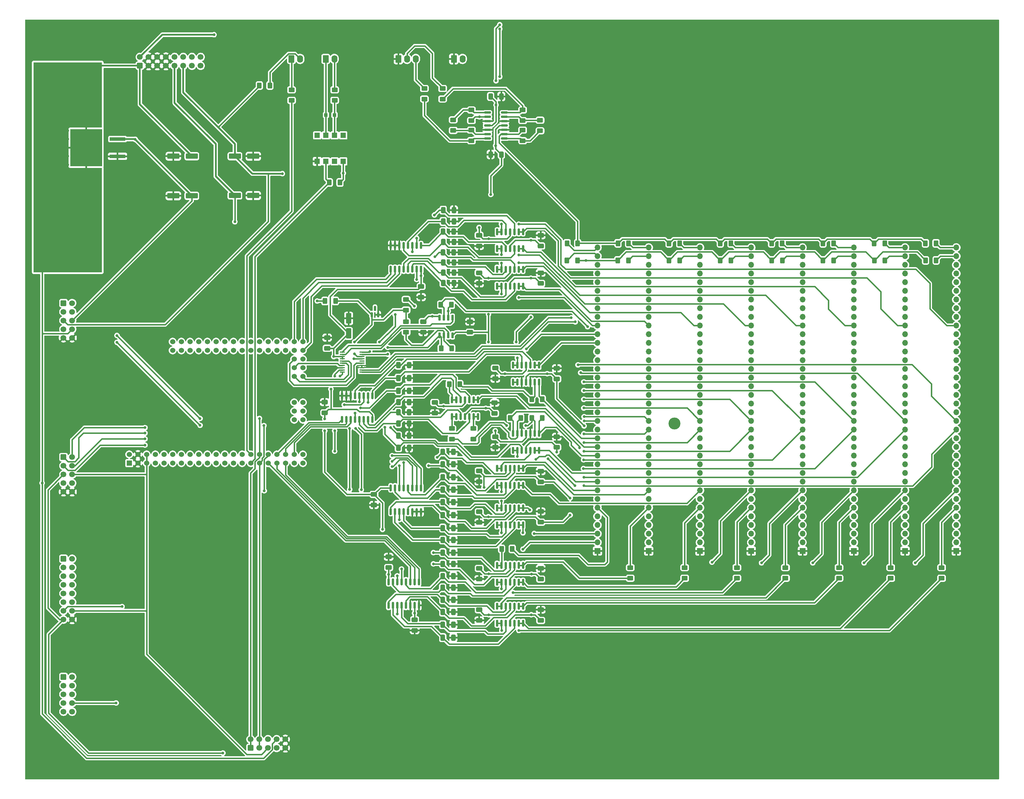
<source format=gbr>
%TF.GenerationSoftware,KiCad,Pcbnew,7.0.10-7.0.10~ubuntu22.04.1*%
%TF.CreationDate,2024-01-14T12:30:21+01:00*%
%TF.ProjectId,polykit-x-mainboard,706f6c79-6b69-4742-9d78-2d6d61696e62,v0.0.2*%
%TF.SameCoordinates,Original*%
%TF.FileFunction,Copper,L1,Top*%
%TF.FilePolarity,Positive*%
%FSLAX46Y46*%
G04 Gerber Fmt 4.6, Leading zero omitted, Abs format (unit mm)*
G04 Created by KiCad (PCBNEW 7.0.10-7.0.10~ubuntu22.04.1) date 2024-01-14 12:30:21*
%MOMM*%
%LPD*%
G01*
G04 APERTURE LIST*
G04 Aperture macros list*
%AMRoundRect*
0 Rectangle with rounded corners*
0 $1 Rounding radius*
0 $2 $3 $4 $5 $6 $7 $8 $9 X,Y pos of 4 corners*
0 Add a 4 corners polygon primitive as box body*
4,1,4,$2,$3,$4,$5,$6,$7,$8,$9,$2,$3,0*
0 Add four circle primitives for the rounded corners*
1,1,$1+$1,$2,$3*
1,1,$1+$1,$4,$5*
1,1,$1+$1,$6,$7*
1,1,$1+$1,$8,$9*
0 Add four rect primitives between the rounded corners*
20,1,$1+$1,$2,$3,$4,$5,0*
20,1,$1+$1,$4,$5,$6,$7,0*
20,1,$1+$1,$6,$7,$8,$9,0*
20,1,$1+$1,$8,$9,$2,$3,0*%
G04 Aperture macros list end*
%TA.AperFunction,SMDPad,CuDef*%
%ADD10RoundRect,0.250000X-0.400000X-0.625000X0.400000X-0.625000X0.400000X0.625000X-0.400000X0.625000X0*%
%TD*%
%TA.AperFunction,SMDPad,CuDef*%
%ADD11RoundRect,0.250000X0.650000X-0.412500X0.650000X0.412500X-0.650000X0.412500X-0.650000X-0.412500X0*%
%TD*%
%TA.AperFunction,SMDPad,CuDef*%
%ADD12RoundRect,0.250000X-0.650000X0.412500X-0.650000X-0.412500X0.650000X-0.412500X0.650000X0.412500X0*%
%TD*%
%TA.AperFunction,ComponentPad*%
%ADD13R,1.700000X1.700000*%
%TD*%
%TA.AperFunction,ComponentPad*%
%ADD14O,1.700000X1.700000*%
%TD*%
%TA.AperFunction,SMDPad,CuDef*%
%ADD15RoundRect,0.150000X0.150000X-0.725000X0.150000X0.725000X-0.150000X0.725000X-0.150000X-0.725000X0*%
%TD*%
%TA.AperFunction,SMDPad,CuDef*%
%ADD16RoundRect,0.250000X-0.625000X0.400000X-0.625000X-0.400000X0.625000X-0.400000X0.625000X0.400000X0*%
%TD*%
%TA.AperFunction,ComponentPad*%
%ADD17RoundRect,0.250000X-0.600000X-0.600000X0.600000X-0.600000X0.600000X0.600000X-0.600000X0.600000X0*%
%TD*%
%TA.AperFunction,ComponentPad*%
%ADD18C,1.700000*%
%TD*%
%TA.AperFunction,SMDPad,CuDef*%
%ADD19RoundRect,0.250000X0.412500X0.650000X-0.412500X0.650000X-0.412500X-0.650000X0.412500X-0.650000X0*%
%TD*%
%TA.AperFunction,SMDPad,CuDef*%
%ADD20RoundRect,0.150000X-0.150000X0.837500X-0.150000X-0.837500X0.150000X-0.837500X0.150000X0.837500X0*%
%TD*%
%TA.AperFunction,SMDPad,CuDef*%
%ADD21RoundRect,0.250000X0.400000X0.625000X-0.400000X0.625000X-0.400000X-0.625000X0.400000X-0.625000X0*%
%TD*%
%TA.AperFunction,SMDPad,CuDef*%
%ADD22RoundRect,0.250000X-0.412500X-0.650000X0.412500X-0.650000X0.412500X0.650000X-0.412500X0.650000X0*%
%TD*%
%TA.AperFunction,ComponentPad*%
%ADD23RoundRect,0.250000X-0.620000X-0.845000X0.620000X-0.845000X0.620000X0.845000X-0.620000X0.845000X0*%
%TD*%
%TA.AperFunction,ComponentPad*%
%ADD24O,1.740000X2.190000*%
%TD*%
%TA.AperFunction,SMDPad,CuDef*%
%ADD25RoundRect,0.250000X-1.500000X-0.550000X1.500000X-0.550000X1.500000X0.550000X-1.500000X0.550000X0*%
%TD*%
%TA.AperFunction,SMDPad,CuDef*%
%ADD26RoundRect,0.150000X-0.825000X-0.150000X0.825000X-0.150000X0.825000X0.150000X-0.825000X0.150000X0*%
%TD*%
%TA.AperFunction,ComponentPad*%
%ADD27R,1.524000X1.524000*%
%TD*%
%TA.AperFunction,ComponentPad*%
%ADD28C,1.524000*%
%TD*%
%TA.AperFunction,SMDPad,CuDef*%
%ADD29RoundRect,0.150000X0.150000X-0.837500X0.150000X0.837500X-0.150000X0.837500X-0.150000X-0.837500X0*%
%TD*%
%TA.AperFunction,SMDPad,CuDef*%
%ADD30RoundRect,0.150000X0.150000X-0.825000X0.150000X0.825000X-0.150000X0.825000X-0.150000X-0.825000X0*%
%TD*%
%TA.AperFunction,SMDPad,CuDef*%
%ADD31R,1.600000X1.600000*%
%TD*%
%TA.AperFunction,SMDPad,CuDef*%
%ADD32RoundRect,0.250000X0.625000X-0.400000X0.625000X0.400000X-0.625000X0.400000X-0.625000X-0.400000X0*%
%TD*%
%TA.AperFunction,ComponentPad*%
%ADD33RoundRect,0.250000X0.600000X-0.600000X0.600000X0.600000X-0.600000X0.600000X-0.600000X-0.600000X0*%
%TD*%
%TA.AperFunction,SMDPad,CuDef*%
%ADD34R,1.000000X1.000000*%
%TD*%
%TA.AperFunction,SMDPad,CuDef*%
%ADD35RoundRect,0.250000X0.550000X-1.250000X0.550000X1.250000X-0.550000X1.250000X-0.550000X-1.250000X0*%
%TD*%
%TA.AperFunction,SMDPad,CuDef*%
%ADD36R,4.600000X1.100000*%
%TD*%
%TA.AperFunction,SMDPad,CuDef*%
%ADD37R,9.400000X10.800000*%
%TD*%
%TA.AperFunction,SMDPad,CuDef*%
%ADD38RoundRect,0.100000X-0.637500X-0.100000X0.637500X-0.100000X0.637500X0.100000X-0.637500X0.100000X0*%
%TD*%
%TA.AperFunction,SMDPad,CuDef*%
%ADD39RoundRect,0.150000X0.150000X-0.587500X0.150000X0.587500X-0.150000X0.587500X-0.150000X-0.587500X0*%
%TD*%
%TA.AperFunction,ViaPad*%
%ADD40C,0.800000*%
%TD*%
%TA.AperFunction,ViaPad*%
%ADD41C,3.500000*%
%TD*%
%TA.AperFunction,Conductor*%
%ADD42C,0.381000*%
%TD*%
%TA.AperFunction,Conductor*%
%ADD43C,0.508000*%
%TD*%
G04 APERTURE END LIST*
D10*
%TO.P,R20,1*%
%TO.N,OUT_L1*%
X206050000Y-90500000D03*
%TO.P,R20,2*%
%TO.N,Net-(R20-Pad2)*%
X209150000Y-90500000D03*
%TD*%
D11*
%TO.P,C31,1*%
%TO.N,+5V*%
X135900000Y-116262500D03*
%TO.P,C31,2*%
%TO.N,GND*%
X135900000Y-113137500D03*
%TD*%
D12*
%TO.P,C12,1*%
%TO.N,-12V*%
X180400000Y-180737500D03*
%TO.P,C12,2*%
%TO.N,GND*%
X180400000Y-183862500D03*
%TD*%
D13*
%TO.P,VOICE2,1,Pin_1*%
%TO.N,GND*%
X230000000Y-175630000D03*
D14*
%TO.P,VOICE2,2,Pin_2*%
%TO.N,+12V*%
X230000000Y-173090000D03*
%TO.P,VOICE2,3,Pin_3*%
%TO.N,-12V*%
X230000000Y-170550000D03*
%TO.P,VOICE2,4,Pin_4*%
%TO.N,+5V*%
X230000000Y-168010000D03*
%TO.P,VOICE2,5,Pin_5*%
%TO.N,-5V*%
X230000000Y-165470000D03*
%TO.P,VOICE2,6,Pin_6*%
%TO.N,Net-(R13-Pad1)*%
X230000000Y-162930000D03*
%TO.P,VOICE2,7,Pin_7*%
%TO.N,DAC_PWM*%
X230000000Y-160390000D03*
%TO.P,VOICE2,8,Pin_8*%
%TO.N,FM2*%
X230000000Y-157850000D03*
%TO.P,VOICE2,9,Pin_9*%
%TO.N,DAC_SSYNC*%
X230000000Y-155310000D03*
%TO.P,VOICE2,10,Pin_10*%
%TO.N,DAC_HSYNC*%
X230000000Y-152770000D03*
%TO.P,VOICE2,11,Pin_11*%
%TO.N,DAC_ADSR_A*%
X230000000Y-150230000D03*
%TO.P,VOICE2,12,Pin_12*%
%TO.N,DAC_ADSR_D*%
X230000000Y-147690000D03*
%TO.P,VOICE2,13,Pin_13*%
%TO.N,DAC_ADSR_S*%
X230000000Y-145150000D03*
%TO.P,VOICE2,14,Pin_14*%
%TO.N,DAC_ADSR_R*%
X230000000Y-142610000D03*
%TO.P,VOICE2,15,Pin_15*%
%TO.N,TRIG2*%
X230000000Y-140070000D03*
%TO.P,VOICE2,16,Pin_16*%
%TO.N,GATE2*%
X230000000Y-137530000D03*
%TO.P,VOICE2,17,Pin_17*%
%TO.N,/VOICES/VOICE2/ADSR_OUT*%
X230000000Y-134990000D03*
%TO.P,VOICE2,18,Pin_18*%
%TO.N,SW_SAW_ON*%
X230000000Y-132450000D03*
%TO.P,VOICE2,19,Pin_19*%
%TO.N,SW_TRIANGLE_ON*%
X230000000Y-129910000D03*
%TO.P,VOICE2,20,Pin_20*%
%TO.N,SW_EXTERNAL_ON*%
X230000000Y-127370000D03*
%TO.P,VOICE2,21,Pin_21*%
%TO.N,SW_FREQ_ADSR_NEG*%
X230000000Y-124830000D03*
%TO.P,VOICE2,22,Pin_22*%
%TO.N,SW_FREQ_ADSR*%
X230000000Y-122290000D03*
%TO.P,VOICE2,23,Pin_23*%
%TO.N,SW_RES_ADSR*%
X230000000Y-119750000D03*
%TO.P,VOICE2,24,Pin_24*%
%TO.N,SW_RES_ADSR_NEG*%
X230000000Y-117210000D03*
%TO.P,VOICE2,25,Pin_25*%
%TO.N,DAC_LEVEL1*%
X230000000Y-114670000D03*
%TO.P,VOICE2,26,Pin_26*%
%TO.N,DAC_LEVEL2*%
X230000000Y-112130000D03*
%TO.P,VOICE2,27,Pin_27*%
%TO.N,VCA2*%
X230000000Y-109590000D03*
%TO.P,VOICE2,28,Pin_28*%
%TO.N,DAC_PAN*%
X230000000Y-107050000D03*
%TO.P,VOICE2,29,Pin_29*%
%TO.N,EXTERNAL_IN*%
X230000000Y-104510000D03*
%TO.P,VOICE2,30,Pin_30*%
%TO.N,DAC_FREQ*%
X230000000Y-101970000D03*
%TO.P,VOICE2,31,Pin_31*%
%TO.N,DAC_RES*%
X230000000Y-99430000D03*
%TO.P,VOICE2,32,Pin_32*%
%TO.N,SW_FILTER_MODE_A*%
X230000000Y-96890000D03*
%TO.P,VOICE2,33,Pin_33*%
%TO.N,SW_FILTER_MODE_B*%
X230000000Y-94350000D03*
%TO.P,VOICE2,34,Pin_34*%
%TO.N,SW_FILTER_MODE_C*%
X230000000Y-91810000D03*
%TO.P,VOICE2,35,Pin_35*%
%TO.N,OUT_L2*%
X230000000Y-89270000D03*
%TO.P,VOICE2,36,Pin_36*%
%TO.N,OUT_R2*%
X230000000Y-86730000D03*
%TD*%
D12*
%TO.P,C34,1*%
%TO.N,+5V*%
X149600000Y-159037500D03*
%TO.P,C34,2*%
%TO.N,GND*%
X149600000Y-162162500D03*
%TD*%
%TO.P,C1,1*%
%TO.N,-12V*%
X161500000Y-195737500D03*
%TO.P,C1,2*%
%TO.N,GND*%
X161500000Y-198862500D03*
%TD*%
D11*
%TO.P,C33,1*%
%TO.N,-12V*%
X177700000Y-111562500D03*
%TO.P,C33,2*%
%TO.N,GND*%
X177700000Y-108437500D03*
%TD*%
D15*
%TO.P,U11,1*%
%TO.N,/DAC/DAC1*%
X168795000Y-112475000D03*
%TO.P,U11,2,-*%
%TO.N,Net-(R11-Pad1)*%
X170065000Y-112475000D03*
%TO.P,U11,3,+*%
%TO.N,Net-(U10-Pad2)*%
X171335000Y-112475000D03*
%TO.P,U11,4,V-*%
%TO.N,-12V*%
X172605000Y-112475000D03*
%TO.P,U11,5,+*%
%TO.N,Net-(U10-Pad1)*%
X172605000Y-107325000D03*
%TO.P,U11,6,-*%
%TO.N,Net-(R10-Pad2)*%
X171335000Y-107325000D03*
%TO.P,U11,7*%
%TO.N,DAC_PAN*%
X170065000Y-107325000D03*
%TO.P,U11,8,V+*%
%TO.N,+12V*%
X168795000Y-107325000D03*
%TD*%
D16*
%TO.P,R45,1*%
%TO.N,Net-(J4-Pad1)*%
X125500000Y-40550000D03*
%TO.P,R45,2*%
%TO.N,TX1*%
X125500000Y-43650000D03*
%TD*%
%TO.P,R19,1*%
%TO.N,Net-(R19-Pad1)*%
X315700000Y-180500000D03*
%TO.P,R19,2*%
%TO.N,PITCH8*%
X315700000Y-183600000D03*
%TD*%
D17*
%TO.P,J9,1,Pin_1*%
%TO.N,A0*%
X58747500Y-177910000D03*
D18*
%TO.P,J9,2,Pin_2*%
%TO.N,A1*%
X61287500Y-177910000D03*
%TO.P,J9,3,Pin_3*%
%TO.N,A2*%
X58747500Y-180450000D03*
%TO.P,J9,4,Pin_4*%
%TO.N,A3*%
X61287500Y-180450000D03*
%TO.P,J9,5,Pin_5*%
%TO.N,A4*%
X58747500Y-182990000D03*
%TO.P,J9,6,Pin_6*%
%TO.N,A5*%
X61287500Y-182990000D03*
%TO.P,J9,7,Pin_7*%
%TO.N,A6*%
X58747500Y-185530000D03*
%TO.P,J9,8,Pin_8*%
%TO.N,A7*%
X61287500Y-185530000D03*
%TO.P,J9,9,Pin_9*%
%TO.N,A9*%
X58747500Y-188070000D03*
%TO.P,J9,10,Pin_10*%
%TO.N,A11*%
X61287500Y-188070000D03*
%TO.P,J9,11,Pin_11*%
%TO.N,A13*%
X58747500Y-190610000D03*
%TO.P,J9,12,Pin_12*%
%TO.N,A15*%
X61287500Y-190610000D03*
%TO.P,J9,13,Pin_13*%
%TO.N,AREF*%
X58747500Y-193150000D03*
%TO.P,J9,14,Pin_14*%
%TO.N,+5V*%
X61287500Y-193150000D03*
%TO.P,J9,15,Pin_15*%
%TO.N,-5V*%
X58747500Y-195690000D03*
%TO.P,J9,16,Pin_16*%
%TO.N,GND*%
X61287500Y-195690000D03*
%TD*%
D19*
%TO.P,C65,1*%
%TO.N,-12V*%
X186862500Y-59500000D03*
%TO.P,C65,2*%
%TO.N,GND*%
X183737500Y-59500000D03*
%TD*%
D20*
%TO.P,U15,1,X4*%
%TO.N,Net-(C52-Pad1)*%
X163385000Y-86157500D03*
%TO.P,U15,2,X6*%
%TO.N,Net-(C54-Pad1)*%
X162115000Y-86157500D03*
%TO.P,U15,3,X*%
%TO.N,/DAC/DAC3*%
X160845000Y-86157500D03*
%TO.P,U15,4,X7*%
%TO.N,Net-(C55-Pad1)*%
X159575000Y-86157500D03*
%TO.P,U15,5,X5*%
%TO.N,Net-(C53-Pad1)*%
X158305000Y-86157500D03*
%TO.P,U15,6,INH*%
%TO.N,GND*%
X157035000Y-86157500D03*
%TO.P,U15,7,VEE*%
X155765000Y-86157500D03*
%TO.P,U15,8,VSS*%
X154495000Y-86157500D03*
%TO.P,U15,9,C*%
%TO.N,SH_VCA_C*%
X154495000Y-93082500D03*
%TO.P,U15,10,B*%
%TO.N,SH_VCA_B*%
X155765000Y-93082500D03*
%TO.P,U15,11,A*%
%TO.N,SH_VCA_A*%
X157035000Y-93082500D03*
%TO.P,U15,12,X3*%
%TO.N,Net-(C51-Pad1)*%
X158305000Y-93082500D03*
%TO.P,U15,13,X0*%
%TO.N,Net-(C48-Pad1)*%
X159575000Y-93082500D03*
%TO.P,U15,14,X1*%
%TO.N,Net-(C49-Pad1)*%
X160845000Y-93082500D03*
%TO.P,U15,15,X2*%
%TO.N,Net-(C50-Pad1)*%
X162115000Y-93082500D03*
%TO.P,U15,16,VDD*%
%TO.N,+5V*%
X163385000Y-93082500D03*
%TD*%
D21*
%TO.P,R25,1*%
%TO.N,OUT_L6*%
X284100000Y-90500000D03*
%TO.P,R25,2*%
%TO.N,Net-(R20-Pad2)*%
X281000000Y-90500000D03*
%TD*%
D11*
%TO.P,C2,1*%
%TO.N,+5V*%
X153900000Y-180462500D03*
%TO.P,C2,2*%
%TO.N,GND*%
X153900000Y-177337500D03*
%TD*%
D16*
%TO.P,R16,1*%
%TO.N,Net-(R16-Pad1)*%
X270000000Y-180500000D03*
%TO.P,R16,2*%
%TO.N,PITCH5*%
X270000000Y-183600000D03*
%TD*%
D22*
%TO.P,C22,1*%
%TO.N,Net-(C22-Pad1)*%
X156737500Y-132000000D03*
%TO.P,C22,2*%
%TO.N,GND*%
X159862500Y-132000000D03*
%TD*%
D23*
%TO.P,J5,1,Pin_1*%
%TO.N,GND*%
X172980000Y-31500000D03*
D24*
%TO.P,J5,2,Pin_2*%
%TO.N,EXTERNAL_IN*%
X175520000Y-31500000D03*
%TD*%
D13*
%TO.P,VOICE6,1,Pin_1*%
%TO.N,GND*%
X290000000Y-175630000D03*
D14*
%TO.P,VOICE6,2,Pin_2*%
%TO.N,+12V*%
X290000000Y-173090000D03*
%TO.P,VOICE6,3,Pin_3*%
%TO.N,-12V*%
X290000000Y-170550000D03*
%TO.P,VOICE6,4,Pin_4*%
%TO.N,+5V*%
X290000000Y-168010000D03*
%TO.P,VOICE6,5,Pin_5*%
%TO.N,-5V*%
X290000000Y-165470000D03*
%TO.P,VOICE6,6,Pin_6*%
%TO.N,Net-(R17-Pad1)*%
X290000000Y-162930000D03*
%TO.P,VOICE6,7,Pin_7*%
%TO.N,DAC_PWM*%
X290000000Y-160390000D03*
%TO.P,VOICE6,8,Pin_8*%
%TO.N,FM6*%
X290000000Y-157850000D03*
%TO.P,VOICE6,9,Pin_9*%
%TO.N,DAC_SSYNC*%
X290000000Y-155310000D03*
%TO.P,VOICE6,10,Pin_10*%
%TO.N,DAC_HSYNC*%
X290000000Y-152770000D03*
%TO.P,VOICE6,11,Pin_11*%
%TO.N,DAC_ADSR_A*%
X290000000Y-150230000D03*
%TO.P,VOICE6,12,Pin_12*%
%TO.N,DAC_ADSR_D*%
X290000000Y-147690000D03*
%TO.P,VOICE6,13,Pin_13*%
%TO.N,DAC_ADSR_S*%
X290000000Y-145150000D03*
%TO.P,VOICE6,14,Pin_14*%
%TO.N,DAC_ADSR_R*%
X290000000Y-142610000D03*
%TO.P,VOICE6,15,Pin_15*%
%TO.N,TRIG6*%
X290000000Y-140070000D03*
%TO.P,VOICE6,16,Pin_16*%
%TO.N,GATE6*%
X290000000Y-137530000D03*
%TO.P,VOICE6,17,Pin_17*%
%TO.N,/VOICES/VOICE6/ADSR_OUT*%
X290000000Y-134990000D03*
%TO.P,VOICE6,18,Pin_18*%
%TO.N,SW_SAW_ON*%
X290000000Y-132450000D03*
%TO.P,VOICE6,19,Pin_19*%
%TO.N,SW_TRIANGLE_ON*%
X290000000Y-129910000D03*
%TO.P,VOICE6,20,Pin_20*%
%TO.N,SW_EXTERNAL_ON*%
X290000000Y-127370000D03*
%TO.P,VOICE6,21,Pin_21*%
%TO.N,SW_FREQ_ADSR_NEG*%
X290000000Y-124830000D03*
%TO.P,VOICE6,22,Pin_22*%
%TO.N,SW_FREQ_ADSR*%
X290000000Y-122290000D03*
%TO.P,VOICE6,23,Pin_23*%
%TO.N,SW_RES_ADSR*%
X290000000Y-119750000D03*
%TO.P,VOICE6,24,Pin_24*%
%TO.N,SW_RES_ADSR_NEG*%
X290000000Y-117210000D03*
%TO.P,VOICE6,25,Pin_25*%
%TO.N,DAC_LEVEL1*%
X290000000Y-114670000D03*
%TO.P,VOICE6,26,Pin_26*%
%TO.N,DAC_LEVEL2*%
X290000000Y-112130000D03*
%TO.P,VOICE6,27,Pin_27*%
%TO.N,VCA6*%
X290000000Y-109590000D03*
%TO.P,VOICE6,28,Pin_28*%
%TO.N,DAC_PAN*%
X290000000Y-107050000D03*
%TO.P,VOICE6,29,Pin_29*%
%TO.N,EXTERNAL_IN*%
X290000000Y-104510000D03*
%TO.P,VOICE6,30,Pin_30*%
%TO.N,DAC_FREQ*%
X290000000Y-101970000D03*
%TO.P,VOICE6,31,Pin_31*%
%TO.N,DAC_RES*%
X290000000Y-99430000D03*
%TO.P,VOICE6,32,Pin_32*%
%TO.N,SW_FILTER_MODE_A*%
X290000000Y-96890000D03*
%TO.P,VOICE6,33,Pin_33*%
%TO.N,SW_FILTER_MODE_B*%
X290000000Y-94350000D03*
%TO.P,VOICE6,34,Pin_34*%
%TO.N,SW_FILTER_MODE_C*%
X290000000Y-91810000D03*
%TO.P,VOICE6,35,Pin_35*%
%TO.N,OUT_L6*%
X290000000Y-89270000D03*
%TO.P,VOICE6,36,Pin_36*%
%TO.N,OUT_R6*%
X290000000Y-86730000D03*
%TD*%
D10*
%TO.P,R28,1*%
%TO.N,OUT_R1*%
X206100000Y-85500000D03*
%TO.P,R28,2*%
%TO.N,Net-(R28-Pad2)*%
X209200000Y-85500000D03*
%TD*%
D20*
%TO.P,U5,1,X4*%
%TO.N,Net-(C27-Pad1)*%
X149145000Y-130137500D03*
%TO.P,U5,2,X6*%
%TO.N,Net-(C28-Pad1)*%
X147875000Y-130137500D03*
%TO.P,U5,3,X*%
%TO.N,/DAC/DAC7*%
X146605000Y-130137500D03*
%TO.P,U5,4,X7*%
%TO.N,Net-(C29-Pad1)*%
X145335000Y-130137500D03*
%TO.P,U5,5,X5*%
%TO.N,Net-(C26-Pad1)*%
X144065000Y-130137500D03*
%TO.P,U5,6,INH*%
%TO.N,GND*%
X142795000Y-130137500D03*
%TO.P,U5,7,VEE*%
X141525000Y-130137500D03*
%TO.P,U5,8,VSS*%
X140255000Y-130137500D03*
%TO.P,U5,9,C*%
%TO.N,SH_CV_C*%
X140255000Y-137062500D03*
%TO.P,U5,10,B*%
%TO.N,SH_CV_B*%
X141525000Y-137062500D03*
%TO.P,U5,11,A*%
%TO.N,SH_CV_A*%
X142795000Y-137062500D03*
%TO.P,U5,12,X3*%
%TO.N,Net-(C21-Pad1)*%
X144065000Y-137062500D03*
%TO.P,U5,13,X0*%
%TO.N,Net-(C20-Pad1)*%
X145335000Y-137062500D03*
%TO.P,U5,14,X1*%
%TO.N,Net-(C19-Pad1)*%
X146605000Y-137062500D03*
%TO.P,U5,15,X2*%
%TO.N,Net-(C22-Pad1)*%
X147875000Y-137062500D03*
%TO.P,U5,16,VDD*%
%TO.N,+5V*%
X149145000Y-137062500D03*
%TD*%
D22*
%TO.P,C35,1*%
%TO.N,Net-(C35-Pad1)*%
X169737500Y-146600000D03*
%TO.P,C35,2*%
%TO.N,GND*%
X172862500Y-146600000D03*
%TD*%
D25*
%TO.P,C61,1*%
%TO.N,+5V*%
X108900000Y-60000000D03*
%TO.P,C61,2*%
%TO.N,GND*%
X114300000Y-60000000D03*
%TD*%
D11*
%TO.P,C58,1*%
%TO.N,+12V*%
X198402500Y-86277500D03*
%TO.P,C58,2*%
%TO.N,GND*%
X198402500Y-83152500D03*
%TD*%
D26*
%TO.P,U19,1*%
%TO.N,Net-(R36-Pad2)*%
X182825000Y-47190000D03*
%TO.P,U19,2,-*%
%TO.N,Net-(R20-Pad2)*%
X182825000Y-48460000D03*
%TO.P,U19,3,+*%
%TO.N,GND*%
X182825000Y-49730000D03*
%TO.P,U19,4,V+*%
%TO.N,+12V*%
X182825000Y-51000000D03*
%TO.P,U19,5,+*%
%TO.N,GND*%
X182825000Y-52270000D03*
%TO.P,U19,6,-*%
%TO.N,Net-(R38-Pad2)*%
X182825000Y-53540000D03*
%TO.P,U19,7*%
%TO.N,Net-(R40-Pad2)*%
X182825000Y-54810000D03*
%TO.P,U19,8*%
%TO.N,Net-(R37-Pad2)*%
X187775000Y-54810000D03*
%TO.P,U19,9,-*%
%TO.N,Net-(R28-Pad2)*%
X187775000Y-53540000D03*
%TO.P,U19,10,+*%
%TO.N,GND*%
X187775000Y-52270000D03*
%TO.P,U19,11,V-*%
%TO.N,-12V*%
X187775000Y-51000000D03*
%TO.P,U19,12,+*%
%TO.N,GND*%
X187775000Y-49730000D03*
%TO.P,U19,13,-*%
%TO.N,Net-(R39-Pad2)*%
X187775000Y-48460000D03*
%TO.P,U19,14*%
%TO.N,Net-(R41-Pad2)*%
X187775000Y-47190000D03*
%TD*%
D25*
%TO.P,C63,1*%
%TO.N,GND*%
X90900000Y-71600000D03*
%TO.P,C63,2*%
%TO.N,-5V*%
X96300000Y-71600000D03*
%TD*%
D17*
%TO.P,J8,1,Pin_1*%
%TO.N,MISO*%
X58747500Y-148130000D03*
D18*
%TO.P,J8,2,Pin_2*%
%TO.N,MOSI*%
X61287500Y-148130000D03*
%TO.P,J8,3,Pin_3*%
%TO.N,SCK*%
X58747500Y-150670000D03*
%TO.P,J8,4,Pin_4*%
%TO.N,SS*%
X61287500Y-150670000D03*
%TO.P,J8,5,Pin_5*%
%TO.N,-5V*%
X58747500Y-153210000D03*
%TO.P,J8,6,Pin_6*%
%TO.N,+5V*%
X61287500Y-153210000D03*
%TO.P,J8,7,Pin_7*%
%TO.N,-12V*%
X58747500Y-155750000D03*
%TO.P,J8,8,Pin_8*%
%TO.N,+12V*%
X61287500Y-155750000D03*
%TO.P,J8,9,Pin_9*%
%TO.N,GND*%
X58747500Y-158290000D03*
%TO.P,J8,10,Pin_10*%
X61287500Y-158290000D03*
%TD*%
D27*
%TO.P,U1,1,VIN*%
%TO.N,unconnected-(U1-Pad1)*%
X78000000Y-149880000D03*
D28*
%TO.P,U1,2,VIN*%
%TO.N,unconnected-(U1-Pad2)*%
X78000000Y-147340000D03*
%TO.P,U1,3,GND*%
%TO.N,GND*%
X80540000Y-149880000D03*
%TO.P,U1,4,GND*%
X80540000Y-147340000D03*
%TO.P,U1,5,5V*%
%TO.N,+5V*%
X83080000Y-149880000D03*
%TO.P,U1,6,5V*%
X83080000Y-147340000D03*
%TO.P,U1,7,3V3*%
%TO.N,unconnected-(U1-Pad7)*%
X85620000Y-149880000D03*
%TO.P,U1,8,3V3*%
%TO.N,unconnected-(U1-Pad8)*%
X85620000Y-147340000D03*
%TO.P,U1,9,RST*%
%TO.N,unconnected-(U1-Pad9)*%
X88160000Y-149880000D03*
%TO.P,U1,10,AREF*%
%TO.N,AREF*%
X88160000Y-147340000D03*
%TO.P,U1,11,TX*%
%TO.N,TX0*%
X90700000Y-149880000D03*
%TO.P,U1,12,RX*%
%TO.N,RX0*%
X90700000Y-147340000D03*
%TO.P,U1,13,D3*%
%TO.N,TRIG8*%
X93240000Y-149880000D03*
%TO.P,U1,14,D2*%
%TO.N,GATE8*%
X93240000Y-147340000D03*
%TO.P,U1,15,D5*%
%TO.N,TRIG7*%
X95780000Y-149880000D03*
%TO.P,U1,16,D4*%
%TO.N,GATE7*%
X95780000Y-147340000D03*
%TO.P,U1,17,D7*%
%TO.N,TRIG6*%
X98320000Y-149880000D03*
%TO.P,U1,18,D6*%
%TO.N,GATE6*%
X98320000Y-147340000D03*
%TO.P,U1,19,D9*%
%TO.N,TRIG5*%
X100860000Y-149880000D03*
%TO.P,U1,20,D8*%
%TO.N,GATE5*%
X100860000Y-147340000D03*
%TO.P,U1,21,D11*%
%TO.N,TRIG4*%
X103400000Y-149880000D03*
%TO.P,U1,22,D10*%
%TO.N,GATE4*%
X103400000Y-147340000D03*
%TO.P,U1,23,D13*%
%TO.N,TRIG3*%
X105940000Y-149880000D03*
%TO.P,U1,24,D12*%
%TO.N,GATE3*%
X105940000Y-147340000D03*
%TO.P,U1,25,D15*%
%TO.N,TRIG2*%
X108480000Y-149880000D03*
%TO.P,U1,26,D14*%
%TO.N,GATE2*%
X108480000Y-147340000D03*
%TO.P,U1,27,D17*%
%TO.N,TRIG1*%
X111020000Y-149880000D03*
%TO.P,U1,28,D16*%
%TO.N,GATE1*%
X111020000Y-147340000D03*
%TO.P,U1,29,D19*%
%TO.N,RX1*%
X113560000Y-149880000D03*
%TO.P,U1,30,D18*%
%TO.N,TX1*%
X113560000Y-147340000D03*
%TO.P,U1,31,D21*%
%TO.N,I2C_SCL*%
X116100000Y-149880000D03*
%TO.P,U1,32,D20*%
%TO.N,I2C_SDA*%
X116100000Y-147340000D03*
%TO.P,U1,33,D23*%
%TO.N,SH_PITCH_A*%
X118640000Y-149880000D03*
%TO.P,U1,34,D22*%
%TO.N,D22*%
X118640000Y-147340000D03*
%TO.P,U1,35,D25*%
%TO.N,SH_PITCH_B*%
X121180000Y-149880000D03*
%TO.P,U1,36,D24*%
%TO.N,SH_CV_C*%
X121180000Y-147340000D03*
%TO.P,U1,37,D27*%
%TO.N,SH_PITCH_C*%
X123720000Y-149880000D03*
%TO.P,U1,38,D26*%
%TO.N,SH_CV_B*%
X123720000Y-147340000D03*
%TO.P,U1,39,D29*%
%TO.N,SH_FM_A*%
X126260000Y-149880000D03*
%TO.P,U1,40,D28*%
%TO.N,SH_CV_A*%
X126260000Y-147340000D03*
%TO.P,U1,41,D31*%
%TO.N,SH_FM_B*%
X128800000Y-149880000D03*
%TO.P,U1,42,D30*%
%TO.N,SH_FM_C*%
X128800000Y-147340000D03*
%TO.P,U1,43,A1*%
%TO.N,A1*%
X90700000Y-116860000D03*
%TO.P,U1,44,A0*%
%TO.N,A0*%
X90700000Y-114320000D03*
%TO.P,U1,45,A3*%
%TO.N,A3*%
X93240000Y-116860000D03*
%TO.P,U1,46,A2*%
%TO.N,A2*%
X93240000Y-114320000D03*
%TO.P,U1,47,A5*%
%TO.N,A5*%
X95780000Y-116860000D03*
%TO.P,U1,48,A4*%
%TO.N,A4*%
X95780000Y-114320000D03*
%TO.P,U1,49,A7*%
%TO.N,A7*%
X98320000Y-116860000D03*
%TO.P,U1,50,A6*%
%TO.N,A6*%
X98320000Y-114320000D03*
%TO.P,U1,51,A9*%
%TO.N,A9*%
X100860000Y-116860000D03*
%TO.P,U1,52,A8*%
%TO.N,SW_FILTER_MODE_C*%
X100860000Y-114320000D03*
%TO.P,U1,53,A11*%
%TO.N,A11*%
X103400000Y-116860000D03*
%TO.P,U1,54,A10*%
%TO.N,SW_FILTER_MODE_B*%
X103400000Y-114320000D03*
%TO.P,U1,55,A13*%
%TO.N,A13*%
X105940000Y-116860000D03*
%TO.P,U1,56,A12*%
%TO.N,SW_FILTER_MODE_A*%
X105940000Y-114320000D03*
%TO.P,U1,57,A15*%
%TO.N,A15*%
X108480000Y-116860000D03*
%TO.P,U1,58,A14*%
%TO.N,SW_RES_ADSR_NEG*%
X108480000Y-114320000D03*
%TO.P,U1,59,D33*%
%TO.N,D33*%
X111020000Y-116860000D03*
%TO.P,U1,60,D32*%
%TO.N,SW_RES_ADSR*%
X111020000Y-114320000D03*
%TO.P,U1,61,D35*%
%TO.N,D35*%
X113560000Y-116860000D03*
%TO.P,U1,62,D34*%
%TO.N,SW_FREQ_ADSR*%
X113560000Y-114320000D03*
%TO.P,U1,63,D37*%
%TO.N,D37*%
X116100000Y-116860000D03*
%TO.P,U1,64,D36*%
%TO.N,SW_FREQ_ADSR_NEG*%
X116100000Y-114320000D03*
%TO.P,U1,65,D39*%
%TO.N,D39*%
X118640000Y-116860000D03*
%TO.P,U1,66,D38*%
%TO.N,SW_EXTERNAL_ON*%
X118640000Y-114320000D03*
%TO.P,U1,67,D41*%
%TO.N,D41*%
X121180000Y-116860000D03*
%TO.P,U1,68,D40*%
%TO.N,SW_TRIANGLE_ON*%
X121180000Y-114320000D03*
%TO.P,U1,69,D43*%
%TO.N,D43*%
X123720000Y-116860000D03*
%TO.P,U1,70,D42*%
%TO.N,SW_SAW_ON*%
X123720000Y-114320000D03*
%TO.P,U1,71,D45*%
%TO.N,D45*%
X126260000Y-116860000D03*
%TO.P,U1,72,D44*%
%TO.N,SH_VCA_C*%
X126260000Y-114320000D03*
%TO.P,U1,73,D47*%
%TO.N,SH_VCA_A*%
X128800000Y-116860000D03*
%TO.P,U1,74,D46*%
%TO.N,SH_VCA_B*%
X128800000Y-114320000D03*
%TO.P,U1,75,D49*%
%TO.N,/DAC/LDAC*%
X126260000Y-119400000D03*
%TO.P,U1,76,D48*%
%TO.N,/DAC/RESET*%
X128800000Y-119400000D03*
%TO.P,U1,77,D51*%
%TO.N,MOSI*%
X126260000Y-121940000D03*
%TO.P,U1,78,D50*%
%TO.N,MISO*%
X128800000Y-121940000D03*
%TO.P,U1,79,D53*%
%TO.N,SS*%
X126260000Y-124480000D03*
%TO.P,U1,80,D52*%
%TO.N,SCK*%
X128800000Y-124480000D03*
%TO.P,U1,81,ICSP_1*%
%TO.N,unconnected-(U1-Pad81)*%
X126260000Y-132100000D03*
%TO.P,U1,82,ICSP_2*%
%TO.N,unconnected-(U1-Pad82)*%
X128800000Y-132100000D03*
%TO.P,U1,83,ICSP_3*%
%TO.N,unconnected-(U1-Pad83)*%
X126260000Y-134640000D03*
%TO.P,U1,84,ICSP_4*%
%TO.N,unconnected-(U1-Pad84)*%
X128800000Y-134640000D03*
%TO.P,U1,85,ICSP_5*%
%TO.N,unconnected-(U1-Pad85)*%
X126260000Y-137180000D03*
%TO.P,U1,86,ICPS_6*%
%TO.N,unconnected-(U1-Pad86)*%
X128800000Y-137180000D03*
%TD*%
D22*
%TO.P,C5,1*%
%TO.N,Net-(C5-Pad1)*%
X169700000Y-186400000D03*
%TO.P,C5,2*%
%TO.N,GND*%
X172825000Y-186400000D03*
%TD*%
D17*
%TO.P,J7,1,Pin_1*%
%TO.N,I2C_SDA*%
X58747500Y-103020000D03*
D18*
%TO.P,J7,2,Pin_2*%
X61287500Y-103020000D03*
%TO.P,J7,3,Pin_3*%
%TO.N,I2C_SCL*%
X58747500Y-105560000D03*
%TO.P,J7,4,Pin_4*%
X61287500Y-105560000D03*
%TO.P,J7,5,Pin_5*%
%TO.N,+5V*%
X58747500Y-108100000D03*
%TO.P,J7,6,Pin_6*%
%TO.N,-5V*%
X61287500Y-108100000D03*
%TO.P,J7,7,Pin_7*%
%TO.N,+12V*%
X58747500Y-110640000D03*
%TO.P,J7,8,Pin_8*%
%TO.N,-12V*%
X61287500Y-110640000D03*
%TO.P,J7,9,Pin_9*%
%TO.N,GND*%
X58747500Y-113180000D03*
%TO.P,J7,10,Pin_10*%
X61287500Y-113180000D03*
%TD*%
D12*
%TO.P,C14,1*%
%TO.N,-12V*%
X180400000Y-192837500D03*
%TO.P,C14,2*%
%TO.N,GND*%
X180400000Y-195962500D03*
%TD*%
D11*
%TO.P,C24,1*%
%TO.N,+12V*%
X203100000Y-145262500D03*
%TO.P,C24,2*%
%TO.N,GND*%
X203100000Y-142137500D03*
%TD*%
D21*
%TO.P,R31,1*%
%TO.N,OUT_R4*%
X254050000Y-85500000D03*
%TO.P,R31,2*%
%TO.N,Net-(R28-Pad2)*%
X250950000Y-85500000D03*
%TD*%
%TO.P,R12,1*%
%TO.N,Net-(R10-Pad2)*%
X172250000Y-103500000D03*
%TO.P,R12,2*%
%TO.N,DAC_PAN*%
X169150000Y-103500000D03*
%TD*%
%TO.P,R24,1*%
%TO.N,OUT_L5*%
X269100000Y-90500000D03*
%TO.P,R24,2*%
%TO.N,Net-(R20-Pad2)*%
X266000000Y-90500000D03*
%TD*%
D12*
%TO.P,C44,1*%
%TO.N,-12V*%
X180400000Y-152137500D03*
%TO.P,C44,2*%
%TO.N,GND*%
X180400000Y-155262500D03*
%TD*%
D29*
%TO.P,U2,1,X4*%
%TO.N,Net-(C7-Pad1)*%
X153855000Y-191562500D03*
%TO.P,U2,2,X6*%
%TO.N,Net-(C9-Pad1)*%
X155125000Y-191562500D03*
%TO.P,U2,3,X*%
%TO.N,/DAC/DAC1*%
X156395000Y-191562500D03*
%TO.P,U2,4,X7*%
%TO.N,Net-(C10-Pad1)*%
X157665000Y-191562500D03*
%TO.P,U2,5,X5*%
%TO.N,Net-(C8-Pad1)*%
X158935000Y-191562500D03*
%TO.P,U2,6,INH*%
%TO.N,GND*%
X160205000Y-191562500D03*
%TO.P,U2,7,VEE*%
%TO.N,-12V*%
X161475000Y-191562500D03*
%TO.P,U2,8,VSS*%
%TO.N,GND*%
X162745000Y-191562500D03*
%TO.P,U2,9,C*%
%TO.N,SH_PITCH_C*%
X162745000Y-184637500D03*
%TO.P,U2,10,B*%
%TO.N,SH_PITCH_B*%
X161475000Y-184637500D03*
%TO.P,U2,11,A*%
%TO.N,SH_PITCH_A*%
X160205000Y-184637500D03*
%TO.P,U2,12,X3*%
%TO.N,Net-(C6-Pad1)*%
X158935000Y-184637500D03*
%TO.P,U2,13,X0*%
%TO.N,Net-(C3-Pad1)*%
X157665000Y-184637500D03*
%TO.P,U2,14,X1*%
%TO.N,Net-(C4-Pad1)*%
X156395000Y-184637500D03*
%TO.P,U2,15,X2*%
%TO.N,Net-(C5-Pad1)*%
X155125000Y-184637500D03*
%TO.P,U2,16,VDD*%
%TO.N,+5V*%
X153855000Y-184637500D03*
%TD*%
D12*
%TO.P,C46,1*%
%TO.N,-12V*%
X180400000Y-164137500D03*
%TO.P,C46,2*%
%TO.N,GND*%
X180400000Y-167262500D03*
%TD*%
D22*
%TO.P,C48,1*%
%TO.N,Net-(C48-Pad1)*%
X169877500Y-94100000D03*
%TO.P,C48,2*%
%TO.N,GND*%
X173002500Y-94100000D03*
%TD*%
D30*
%TO.P,U3,1*%
%TO.N,PITCH4*%
X185590000Y-184775000D03*
%TO.P,U3,2,-*%
X186860000Y-184775000D03*
%TO.P,U3,3,+*%
%TO.N,Net-(C6-Pad1)*%
X188130000Y-184775000D03*
%TO.P,U3,4,V+*%
%TO.N,+12V*%
X189400000Y-184775000D03*
%TO.P,U3,5,+*%
%TO.N,Net-(C5-Pad1)*%
X190670000Y-184775000D03*
%TO.P,U3,6,-*%
%TO.N,PITCH3*%
X191940000Y-184775000D03*
%TO.P,U3,7*%
X193210000Y-184775000D03*
%TO.P,U3,8*%
%TO.N,PITCH2*%
X193210000Y-179825000D03*
%TO.P,U3,9,-*%
X191940000Y-179825000D03*
%TO.P,U3,10,+*%
%TO.N,Net-(C4-Pad1)*%
X190670000Y-179825000D03*
%TO.P,U3,11,V-*%
%TO.N,-12V*%
X189400000Y-179825000D03*
%TO.P,U3,12,+*%
%TO.N,Net-(C3-Pad1)*%
X188130000Y-179825000D03*
%TO.P,U3,13,-*%
%TO.N,PITCH1*%
X186860000Y-179825000D03*
%TO.P,U3,14*%
X185590000Y-179825000D03*
%TD*%
D22*
%TO.P,C10,1*%
%TO.N,Net-(C10-Pad1)*%
X169737500Y-197200000D03*
%TO.P,C10,2*%
%TO.N,GND*%
X172862500Y-197200000D03*
%TD*%
%TO.P,C53,1*%
%TO.N,Net-(C53-Pad1)*%
X169877500Y-85120000D03*
%TO.P,C53,2*%
%TO.N,GND*%
X173002500Y-85120000D03*
%TD*%
D31*
%TO.P,U20,1,NC*%
%TO.N,unconnected-(U20-Pad1)*%
X140610000Y-53890000D03*
%TO.P,U20,2,A*%
%TO.N,Net-(D1-Pad1)*%
X138070000Y-53890000D03*
%TO.P,U20,3,C*%
%TO.N,Net-(D1-Pad2)*%
X135530000Y-53890000D03*
%TO.P,U20,4*%
%TO.N,N/C*%
X132990000Y-53890000D03*
%TO.P,U20,5,GND*%
%TO.N,GND*%
X132990000Y-61510000D03*
%TO.P,U20,6,VO*%
%TO.N,RX1*%
X135530000Y-61510000D03*
%TO.P,U20,7,EN*%
%TO.N,unconnected-(U20-Pad7)*%
X138070000Y-61510000D03*
%TO.P,U20,8,VCC*%
%TO.N,+5V*%
X140610000Y-61510000D03*
%TD*%
D32*
%TO.P,R10,1*%
%TO.N,VREF_DAC*%
X159000000Y-105050000D03*
%TO.P,R10,2*%
%TO.N,Net-(R10-Pad2)*%
X159000000Y-101950000D03*
%TD*%
D16*
%TO.P,R13,1*%
%TO.N,Net-(R13-Pad1)*%
X224600000Y-180500000D03*
%TO.P,R13,2*%
%TO.N,PITCH2*%
X224600000Y-183600000D03*
%TD*%
D22*
%TO.P,C42,1*%
%TO.N,Net-(C42-Pad1)*%
X169737500Y-168900000D03*
%TO.P,C42,2*%
%TO.N,GND*%
X172862500Y-168900000D03*
%TD*%
D12*
%TO.P,C57,1*%
%TO.N,-12V*%
X180362500Y-94132500D03*
%TO.P,C57,2*%
%TO.N,GND*%
X180362500Y-97257500D03*
%TD*%
D22*
%TO.P,C19,1*%
%TO.N,Net-(C19-Pad1)*%
X156737500Y-135000000D03*
%TO.P,C19,2*%
%TO.N,GND*%
X159862500Y-135000000D03*
%TD*%
D12*
%TO.P,C32,1*%
%TO.N,+12V*%
X164000000Y-108437500D03*
%TO.P,C32,2*%
%TO.N,GND*%
X164000000Y-111562500D03*
%TD*%
D22*
%TO.P,C49,1*%
%TO.N,Net-(C49-Pad1)*%
X169877500Y-97120000D03*
%TO.P,C49,2*%
%TO.N,GND*%
X173002500Y-97120000D03*
%TD*%
D23*
%TO.P,J4,1,Pin_1*%
%TO.N,Net-(J4-Pad1)*%
X125460000Y-31500000D03*
D24*
%TO.P,J4,2,Pin_2*%
%TO.N,Net-(J4-Pad2)*%
X128000000Y-31500000D03*
%TD*%
D22*
%TO.P,C26,1*%
%TO.N,Net-(C26-Pad1)*%
X156737500Y-121200000D03*
%TO.P,C26,2*%
%TO.N,GND*%
X159862500Y-121200000D03*
%TD*%
D11*
%TO.P,C16,1*%
%TO.N,+12V*%
X184900000Y-135337500D03*
%TO.P,C16,2*%
%TO.N,GND*%
X184900000Y-132212500D03*
%TD*%
D22*
%TO.P,C21,1*%
%TO.N,Net-(C21-Pad1)*%
X156737500Y-128700000D03*
%TO.P,C21,2*%
%TO.N,GND*%
X159862500Y-128700000D03*
%TD*%
D16*
%TO.P,R2,1*%
%TO.N,Net-(R2-Pad1)*%
X172400000Y-139750000D03*
%TO.P,R2,2*%
%TO.N,Net-(R2-Pad2)*%
X172400000Y-142850000D03*
%TD*%
D21*
%TO.P,R11,1*%
%TO.N,Net-(R11-Pad1)*%
X172350000Y-116300000D03*
%TO.P,R11,2*%
%TO.N,/DAC/DAC1*%
X169250000Y-116300000D03*
%TD*%
%TO.P,R29,1*%
%TO.N,OUT_R2*%
X224100000Y-85500000D03*
%TO.P,R29,2*%
%TO.N,Net-(R28-Pad2)*%
X221000000Y-85500000D03*
%TD*%
D33*
%TO.P,J1,1,Pin_1*%
%TO.N,-12V*%
X81110000Y-33485000D03*
D18*
%TO.P,J1,2,Pin_2*%
X81110000Y-30945000D03*
%TO.P,J1,3,Pin_3*%
%TO.N,GND*%
X83650000Y-33485000D03*
%TO.P,J1,4,Pin_4*%
X83650000Y-30945000D03*
%TO.P,J1,5,Pin_5*%
X86190000Y-33485000D03*
%TO.P,J1,6,Pin_6*%
X86190000Y-30945000D03*
%TO.P,J1,7,Pin_7*%
X88730000Y-33485000D03*
%TO.P,J1,8,Pin_8*%
X88730000Y-30945000D03*
%TO.P,J1,9,Pin_9*%
%TO.N,+12V*%
X91270000Y-33485000D03*
%TO.P,J1,10,Pin_10*%
X91270000Y-30945000D03*
%TO.P,J1,11,Pin_11*%
%TO.N,+5V*%
X93810000Y-33485000D03*
%TO.P,J1,12,Pin_12*%
X93810000Y-30945000D03*
%TO.P,J1,13,Pin_13*%
%TO.N,unconnected-(J1-Pad13)*%
X96350000Y-33485000D03*
%TO.P,J1,14,Pin_14*%
%TO.N,unconnected-(J1-Pad14)*%
X96350000Y-30945000D03*
%TO.P,J1,15,Pin_15*%
%TO.N,unconnected-(J1-Pad15)*%
X98890000Y-33485000D03*
%TO.P,J1,16,Pin_16*%
%TO.N,unconnected-(J1-Pad16)*%
X98890000Y-30945000D03*
%TD*%
D21*
%TO.P,R35,1*%
%TO.N,OUT_R8*%
X314050000Y-85500000D03*
%TO.P,R35,2*%
%TO.N,Net-(R28-Pad2)*%
X310950000Y-85500000D03*
%TD*%
D16*
%TO.P,R38,1*%
%TO.N,Net-(R36-Pad2)*%
X172800000Y-49350000D03*
%TO.P,R38,2*%
%TO.N,Net-(R38-Pad2)*%
X172800000Y-52450000D03*
%TD*%
D30*
%TO.P,U16,1*%
%TO.N,VCA1*%
X185590000Y-98075000D03*
%TO.P,U16,2,-*%
X186860000Y-98075000D03*
%TO.P,U16,3,+*%
%TO.N,Net-(C48-Pad1)*%
X188130000Y-98075000D03*
%TO.P,U16,4,V+*%
%TO.N,+12V*%
X189400000Y-98075000D03*
%TO.P,U16,5,+*%
%TO.N,Net-(C49-Pad1)*%
X190670000Y-98075000D03*
%TO.P,U16,6,-*%
%TO.N,VCA2*%
X191940000Y-98075000D03*
%TO.P,U16,7*%
X193210000Y-98075000D03*
%TO.P,U16,8*%
%TO.N,VCA3*%
X193210000Y-93125000D03*
%TO.P,U16,9,-*%
X191940000Y-93125000D03*
%TO.P,U16,10,+*%
%TO.N,Net-(C50-Pad1)*%
X190670000Y-93125000D03*
%TO.P,U16,11,V-*%
%TO.N,-12V*%
X189400000Y-93125000D03*
%TO.P,U16,12,+*%
%TO.N,Net-(C51-Pad1)*%
X188130000Y-93125000D03*
%TO.P,U16,13,-*%
%TO.N,VCA4*%
X186860000Y-93125000D03*
%TO.P,U16,14*%
X185590000Y-93125000D03*
%TD*%
D22*
%TO.P,C40,1*%
%TO.N,Net-(C40-Pad1)*%
X169737500Y-165100000D03*
%TO.P,C40,2*%
%TO.N,GND*%
X172862500Y-165100000D03*
%TD*%
D11*
%TO.P,C56,1*%
%TO.N,+12V*%
X198400000Y-97257500D03*
%TO.P,C56,2*%
%TO.N,GND*%
X198400000Y-94132500D03*
%TD*%
D30*
%TO.P,U7,1*%
%TO.N,Net-(U7-Pad1)*%
X190290000Y-126150000D03*
%TO.P,U7,2,-*%
X191560000Y-126150000D03*
%TO.P,U7,3,+*%
%TO.N,GND*%
X192830000Y-126150000D03*
%TO.P,U7,4,V+*%
%TO.N,+12V*%
X194100000Y-126150000D03*
%TO.P,U7,5,+*%
%TO.N,GND*%
X195370000Y-126150000D03*
%TO.P,U7,6,-*%
%TO.N,Net-(R4-Pad2)*%
X196640000Y-126150000D03*
%TO.P,U7,7*%
%TO.N,DAC_ADSR_R*%
X197910000Y-126150000D03*
%TO.P,U7,8*%
%TO.N,DAC_LEVEL1*%
X197910000Y-121200000D03*
%TO.P,U7,9,-*%
X196640000Y-121200000D03*
%TO.P,U7,10,+*%
%TO.N,Net-(C26-Pad1)*%
X195370000Y-121200000D03*
%TO.P,U7,11,V-*%
%TO.N,-12V*%
X194100000Y-121200000D03*
%TO.P,U7,12,+*%
%TO.N,Net-(C27-Pad1)*%
X192830000Y-121200000D03*
%TO.P,U7,13,-*%
%TO.N,DAC_LEVEL2*%
X191560000Y-121200000D03*
%TO.P,U7,14*%
X190290000Y-121200000D03*
%TD*%
D23*
%TO.P,J2,1,Pin_1*%
%TO.N,GND*%
X156750000Y-31500000D03*
D24*
%TO.P,J2,2,Pin_2*%
%TO.N,Net-(J2-Pad2)*%
X159290000Y-31500000D03*
%TO.P,J2,3,Pin_3*%
%TO.N,Net-(J2-Pad3)*%
X161830000Y-31500000D03*
%TD*%
D22*
%TO.P,C51,1*%
%TO.N,Net-(C51-Pad1)*%
X169877500Y-91120000D03*
%TO.P,C51,2*%
%TO.N,GND*%
X173002500Y-91120000D03*
%TD*%
D32*
%TO.P,R36,1*%
%TO.N,Net-(R20-Pad2)*%
X178100000Y-49550000D03*
%TO.P,R36,2*%
%TO.N,Net-(R36-Pad2)*%
X178100000Y-46450000D03*
%TD*%
D22*
%TO.P,C36,1*%
%TO.N,Net-(C36-Pad1)*%
X169737500Y-150200000D03*
%TO.P,C36,2*%
%TO.N,GND*%
X172862500Y-150200000D03*
%TD*%
D12*
%TO.P,C25,1*%
%TO.N,-12V*%
X185100000Y-142137500D03*
%TO.P,C25,2*%
%TO.N,GND*%
X185100000Y-145262500D03*
%TD*%
D34*
%TO.P,D1,1,K*%
%TO.N,Net-(D1-Pad1)*%
X138050000Y-47900000D03*
%TO.P,D1,2,A*%
%TO.N,Net-(D1-Pad2)*%
X135550000Y-47900000D03*
%TD*%
D32*
%TO.P,R43,1*%
%TO.N,Net-(R41-Pad2)*%
X169700000Y-43250000D03*
%TO.P,R43,2*%
%TO.N,Net-(J2-Pad2)*%
X169700000Y-40150000D03*
%TD*%
D33*
%TO.P,J6,1,Pin_1*%
%TO.N,I2C_SDA*%
X113500000Y-233300000D03*
D18*
%TO.P,J6,2,Pin_2*%
X113500000Y-230760000D03*
%TO.P,J6,3,Pin_3*%
%TO.N,I2C_SCL*%
X116040000Y-233300000D03*
%TO.P,J6,4,Pin_4*%
X116040000Y-230760000D03*
%TO.P,J6,5,Pin_5*%
%TO.N,+5V*%
X118580000Y-233300000D03*
%TO.P,J6,6,Pin_6*%
%TO.N,-5V*%
X118580000Y-230760000D03*
%TO.P,J6,7,Pin_7*%
%TO.N,+12V*%
X121120000Y-233300000D03*
%TO.P,J6,8,Pin_8*%
%TO.N,-12V*%
X121120000Y-230760000D03*
%TO.P,J6,9,Pin_9*%
%TO.N,GND*%
X123660000Y-233300000D03*
%TO.P,J6,10,Pin_10*%
X123660000Y-230760000D03*
%TD*%
D16*
%TO.P,R37,1*%
%TO.N,Net-(R28-Pad2)*%
X193100000Y-52350000D03*
%TO.P,R37,2*%
%TO.N,Net-(R37-Pad2)*%
X193100000Y-55450000D03*
%TD*%
D21*
%TO.P,R34,1*%
%TO.N,OUT_R7*%
X299050000Y-85500000D03*
%TO.P,R34,2*%
%TO.N,Net-(R28-Pad2)*%
X295950000Y-85500000D03*
%TD*%
D22*
%TO.P,C8,1*%
%TO.N,Net-(C8-Pad1)*%
X169737500Y-193500000D03*
%TO.P,C8,2*%
%TO.N,GND*%
X172862500Y-193500000D03*
%TD*%
D12*
%TO.P,C47,1*%
%TO.N,+5V*%
X163400000Y-98137500D03*
%TO.P,C47,2*%
%TO.N,GND*%
X163400000Y-101262500D03*
%TD*%
%TO.P,C17,1*%
%TO.N,-12V*%
X167400000Y-132137500D03*
%TO.P,C17,2*%
%TO.N,GND*%
X167400000Y-135262500D03*
%TD*%
D16*
%TO.P,R15,1*%
%TO.N,Net-(R15-Pad1)*%
X255800000Y-180500000D03*
%TO.P,R15,2*%
%TO.N,PITCH4*%
X255800000Y-183600000D03*
%TD*%
D11*
%TO.P,C43,1*%
%TO.N,+12V*%
X198400000Y-155362500D03*
%TO.P,C43,2*%
%TO.N,GND*%
X198400000Y-152237500D03*
%TD*%
D35*
%TO.P,C30,1*%
%TO.N,+5V*%
X142200000Y-111900000D03*
%TO.P,C30,2*%
%TO.N,GND*%
X142200000Y-107500000D03*
%TD*%
D13*
%TO.P,VOICE3,1,Pin_1*%
%TO.N,GND*%
X245000000Y-175630000D03*
D14*
%TO.P,VOICE3,2,Pin_2*%
%TO.N,+12V*%
X245000000Y-173090000D03*
%TO.P,VOICE3,3,Pin_3*%
%TO.N,-12V*%
X245000000Y-170550000D03*
%TO.P,VOICE3,4,Pin_4*%
%TO.N,+5V*%
X245000000Y-168010000D03*
%TO.P,VOICE3,5,Pin_5*%
%TO.N,-5V*%
X245000000Y-165470000D03*
%TO.P,VOICE3,6,Pin_6*%
%TO.N,Net-(R14-Pad1)*%
X245000000Y-162930000D03*
%TO.P,VOICE3,7,Pin_7*%
%TO.N,DAC_PWM*%
X245000000Y-160390000D03*
%TO.P,VOICE3,8,Pin_8*%
%TO.N,FM3*%
X245000000Y-157850000D03*
%TO.P,VOICE3,9,Pin_9*%
%TO.N,DAC_SSYNC*%
X245000000Y-155310000D03*
%TO.P,VOICE3,10,Pin_10*%
%TO.N,DAC_HSYNC*%
X245000000Y-152770000D03*
%TO.P,VOICE3,11,Pin_11*%
%TO.N,DAC_ADSR_A*%
X245000000Y-150230000D03*
%TO.P,VOICE3,12,Pin_12*%
%TO.N,DAC_ADSR_D*%
X245000000Y-147690000D03*
%TO.P,VOICE3,13,Pin_13*%
%TO.N,DAC_ADSR_S*%
X245000000Y-145150000D03*
%TO.P,VOICE3,14,Pin_14*%
%TO.N,DAC_ADSR_R*%
X245000000Y-142610000D03*
%TO.P,VOICE3,15,Pin_15*%
%TO.N,TRIG3*%
X245000000Y-140070000D03*
%TO.P,VOICE3,16,Pin_16*%
%TO.N,GATE3*%
X245000000Y-137530000D03*
%TO.P,VOICE3,17,Pin_17*%
%TO.N,/VOICES/VOICE3/ADSR_OUT*%
X245000000Y-134990000D03*
%TO.P,VOICE3,18,Pin_18*%
%TO.N,SW_SAW_ON*%
X245000000Y-132450000D03*
%TO.P,VOICE3,19,Pin_19*%
%TO.N,SW_TRIANGLE_ON*%
X245000000Y-129910000D03*
%TO.P,VOICE3,20,Pin_20*%
%TO.N,SW_EXTERNAL_ON*%
X245000000Y-127370000D03*
%TO.P,VOICE3,21,Pin_21*%
%TO.N,SW_FREQ_ADSR_NEG*%
X245000000Y-124830000D03*
%TO.P,VOICE3,22,Pin_22*%
%TO.N,SW_FREQ_ADSR*%
X245000000Y-122290000D03*
%TO.P,VOICE3,23,Pin_23*%
%TO.N,SW_RES_ADSR*%
X245000000Y-119750000D03*
%TO.P,VOICE3,24,Pin_24*%
%TO.N,SW_RES_ADSR_NEG*%
X245000000Y-117210000D03*
%TO.P,VOICE3,25,Pin_25*%
%TO.N,DAC_LEVEL1*%
X245000000Y-114670000D03*
%TO.P,VOICE3,26,Pin_26*%
%TO.N,DAC_LEVEL2*%
X245000000Y-112130000D03*
%TO.P,VOICE3,27,Pin_27*%
%TO.N,VCA3*%
X245000000Y-109590000D03*
%TO.P,VOICE3,28,Pin_28*%
%TO.N,DAC_PAN*%
X245000000Y-107050000D03*
%TO.P,VOICE3,29,Pin_29*%
%TO.N,EXTERNAL_IN*%
X245000000Y-104510000D03*
%TO.P,VOICE3,30,Pin_30*%
%TO.N,DAC_FREQ*%
X245000000Y-101970000D03*
%TO.P,VOICE3,31,Pin_31*%
%TO.N,DAC_RES*%
X245000000Y-99430000D03*
%TO.P,VOICE3,32,Pin_32*%
%TO.N,SW_FILTER_MODE_A*%
X245000000Y-96890000D03*
%TO.P,VOICE3,33,Pin_33*%
%TO.N,SW_FILTER_MODE_B*%
X245000000Y-94350000D03*
%TO.P,VOICE3,34,Pin_34*%
%TO.N,SW_FILTER_MODE_C*%
X245000000Y-91810000D03*
%TO.P,VOICE3,35,Pin_35*%
%TO.N,OUT_L3*%
X245000000Y-89270000D03*
%TO.P,VOICE3,36,Pin_36*%
%TO.N,OUT_R3*%
X245000000Y-86730000D03*
%TD*%
D11*
%TO.P,C13,1*%
%TO.N,+12V*%
X198400000Y-195962500D03*
%TO.P,C13,2*%
%TO.N,GND*%
X198400000Y-192837500D03*
%TD*%
D22*
%TO.P,C64,1*%
%TO.N,+12V*%
X183737500Y-42500000D03*
%TO.P,C64,2*%
%TO.N,GND*%
X186862500Y-42500000D03*
%TD*%
D36*
%TO.P,U18,1,GND*%
%TO.N,GND*%
X74575000Y-60040000D03*
D37*
%TO.P,U18,2,VI*%
%TO.N,-12V*%
X65425000Y-57500000D03*
D36*
%TO.P,U18,3,VO*%
%TO.N,-5V*%
X74575000Y-54960000D03*
%TD*%
D30*
%TO.P,U13,1*%
%TO.N,FM4*%
X185590000Y-156375000D03*
%TO.P,U13,2,-*%
X186860000Y-156375000D03*
%TO.P,U13,3,+*%
%TO.N,Net-(C38-Pad1)*%
X188130000Y-156375000D03*
%TO.P,U13,4,V+*%
%TO.N,+12V*%
X189400000Y-156375000D03*
%TO.P,U13,5,+*%
%TO.N,Net-(C37-Pad1)*%
X190670000Y-156375000D03*
%TO.P,U13,6,-*%
%TO.N,FM3*%
X191940000Y-156375000D03*
%TO.P,U13,7*%
X193210000Y-156375000D03*
%TO.P,U13,8*%
%TO.N,FM2*%
X193210000Y-151425000D03*
%TO.P,U13,9,-*%
X191940000Y-151425000D03*
%TO.P,U13,10,+*%
%TO.N,Net-(C36-Pad1)*%
X190670000Y-151425000D03*
%TO.P,U13,11,V-*%
%TO.N,-12V*%
X189400000Y-151425000D03*
%TO.P,U13,12,+*%
%TO.N,Net-(C35-Pad1)*%
X188130000Y-151425000D03*
%TO.P,U13,13,-*%
%TO.N,FM1*%
X186860000Y-151425000D03*
%TO.P,U13,14*%
X185590000Y-151425000D03*
%TD*%
D10*
%TO.P,R47,1*%
%TO.N,RX1*%
X136550000Y-67700000D03*
%TO.P,R47,2*%
%TO.N,+5V*%
X139650000Y-67700000D03*
%TD*%
D30*
%TO.P,U14,1*%
%TO.N,FM8*%
X185590000Y-167975000D03*
%TO.P,U14,2,-*%
X186860000Y-167975000D03*
%TO.P,U14,3,+*%
%TO.N,Net-(C42-Pad1)*%
X188130000Y-167975000D03*
%TO.P,U14,4,V+*%
%TO.N,+12V*%
X189400000Y-167975000D03*
%TO.P,U14,5,+*%
%TO.N,Net-(C41-Pad1)*%
X190670000Y-167975000D03*
%TO.P,U14,6,-*%
%TO.N,FM7*%
X191940000Y-167975000D03*
%TO.P,U14,7*%
X193210000Y-167975000D03*
%TO.P,U14,8*%
%TO.N,FM6*%
X193210000Y-163025000D03*
%TO.P,U14,9,-*%
X191940000Y-163025000D03*
%TO.P,U14,10,+*%
%TO.N,Net-(C40-Pad1)*%
X190670000Y-163025000D03*
%TO.P,U14,11,V-*%
%TO.N,-12V*%
X189400000Y-163025000D03*
%TO.P,U14,12,+*%
%TO.N,Net-(C39-Pad1)*%
X188130000Y-163025000D03*
%TO.P,U14,13,-*%
%TO.N,FM5*%
X186860000Y-163025000D03*
%TO.P,U14,14*%
X185590000Y-163025000D03*
%TD*%
D10*
%TO.P,R8,1*%
%TO.N,+12V*%
X135250000Y-102400000D03*
%TO.P,R8,2*%
%TO.N,VREF_DAC*%
X138350000Y-102400000D03*
%TD*%
D11*
%TO.P,C15,1*%
%TO.N,+5V*%
X135200000Y-135162500D03*
%TO.P,C15,2*%
%TO.N,GND*%
X135200000Y-132037500D03*
%TD*%
D22*
%TO.P,C3,1*%
%TO.N,Net-(C3-Pad1)*%
X169737500Y-176100000D03*
%TO.P,C3,2*%
%TO.N,GND*%
X172862500Y-176100000D03*
%TD*%
%TO.P,C37,1*%
%TO.N,Net-(C37-Pad1)*%
X169737500Y-157700000D03*
%TO.P,C37,2*%
%TO.N,GND*%
X172862500Y-157700000D03*
%TD*%
D10*
%TO.P,R6,1*%
%TO.N,Net-(R3-Pad2)*%
X195750000Y-136675000D03*
%TO.P,R6,2*%
%TO.N,DAC_ADSR_D*%
X198850000Y-136675000D03*
%TD*%
D21*
%TO.P,R23,1*%
%TO.N,OUT_L4*%
X254050000Y-90500000D03*
%TO.P,R23,2*%
%TO.N,Net-(R20-Pad2)*%
X250950000Y-90500000D03*
%TD*%
D30*
%TO.P,U17,1*%
%TO.N,VCA5*%
X185630000Y-87095000D03*
%TO.P,U17,2,-*%
X186900000Y-87095000D03*
%TO.P,U17,3,+*%
%TO.N,Net-(C52-Pad1)*%
X188170000Y-87095000D03*
%TO.P,U17,4,V+*%
%TO.N,+12V*%
X189440000Y-87095000D03*
%TO.P,U17,5,+*%
%TO.N,Net-(C53-Pad1)*%
X190710000Y-87095000D03*
%TO.P,U17,6,-*%
%TO.N,VCA6*%
X191980000Y-87095000D03*
%TO.P,U17,7*%
X193250000Y-87095000D03*
%TO.P,U17,8*%
%TO.N,VCA7*%
X193250000Y-82145000D03*
%TO.P,U17,9,-*%
X191980000Y-82145000D03*
%TO.P,U17,10,+*%
%TO.N,Net-(C54-Pad1)*%
X190710000Y-82145000D03*
%TO.P,U17,11,V-*%
%TO.N,-12V*%
X189440000Y-82145000D03*
%TO.P,U17,12,+*%
%TO.N,Net-(C55-Pad1)*%
X188170000Y-82145000D03*
%TO.P,U17,13,-*%
%TO.N,VCA8*%
X186900000Y-82145000D03*
%TO.P,U17,14*%
X185630000Y-82145000D03*
%TD*%
D32*
%TO.P,R42,1*%
%TO.N,Net-(R40-Pad2)*%
X164350000Y-43250000D03*
%TO.P,R42,2*%
%TO.N,Net-(J2-Pad3)*%
X164350000Y-40150000D03*
%TD*%
D22*
%TO.P,C52,1*%
%TO.N,Net-(C52-Pad1)*%
X169837500Y-82100000D03*
%TO.P,C52,2*%
%TO.N,GND*%
X172962500Y-82100000D03*
%TD*%
D16*
%TO.P,R3,1*%
%TO.N,Net-(R3-Pad1)*%
X178700000Y-139725000D03*
%TO.P,R3,2*%
%TO.N,Net-(R3-Pad2)*%
X178700000Y-142825000D03*
%TD*%
D21*
%TO.P,R22,1*%
%TO.N,OUT_L3*%
X239050000Y-90500000D03*
%TO.P,R22,2*%
%TO.N,Net-(R20-Pad2)*%
X235950000Y-90500000D03*
%TD*%
D11*
%TO.P,C18,1*%
%TO.N,+12V*%
X203100000Y-125237500D03*
%TO.P,C18,2*%
%TO.N,GND*%
X203100000Y-122112500D03*
%TD*%
D25*
%TO.P,C62,1*%
%TO.N,GND*%
X90900000Y-60000000D03*
%TO.P,C62,2*%
%TO.N,-12V*%
X96300000Y-60000000D03*
%TD*%
%TO.P,C60,1*%
%TO.N,+12V*%
X108900000Y-71500000D03*
%TO.P,C60,2*%
%TO.N,GND*%
X114300000Y-71500000D03*
%TD*%
D22*
%TO.P,C27,1*%
%TO.N,Net-(C27-Pad1)*%
X156737500Y-125000000D03*
%TO.P,C27,2*%
%TO.N,GND*%
X159862500Y-125000000D03*
%TD*%
D16*
%TO.P,R14,1*%
%TO.N,Net-(R14-Pad1)*%
X240500000Y-180500000D03*
%TO.P,R14,2*%
%TO.N,PITCH3*%
X240500000Y-183600000D03*
%TD*%
D21*
%TO.P,R44,1*%
%TO.N,Net-(J4-Pad2)*%
X119150000Y-39300000D03*
%TO.P,R44,2*%
%TO.N,+5V*%
X116050000Y-39300000D03*
%TD*%
D30*
%TO.P,U4,1*%
%TO.N,PITCH8*%
X185590000Y-196775000D03*
%TO.P,U4,2,-*%
X186860000Y-196775000D03*
%TO.P,U4,3,+*%
%TO.N,Net-(C10-Pad1)*%
X188130000Y-196775000D03*
%TO.P,U4,4,V+*%
%TO.N,+12V*%
X189400000Y-196775000D03*
%TO.P,U4,5,+*%
%TO.N,Net-(C9-Pad1)*%
X190670000Y-196775000D03*
%TO.P,U4,6,-*%
%TO.N,PITCH7*%
X191940000Y-196775000D03*
%TO.P,U4,7*%
X193210000Y-196775000D03*
%TO.P,U4,8*%
%TO.N,PITCH6*%
X193210000Y-191825000D03*
%TO.P,U4,9,-*%
X191940000Y-191825000D03*
%TO.P,U4,10,+*%
%TO.N,Net-(C8-Pad1)*%
X190670000Y-191825000D03*
%TO.P,U4,11,V-*%
%TO.N,-12V*%
X189400000Y-191825000D03*
%TO.P,U4,12,+*%
%TO.N,Net-(C7-Pad1)*%
X188130000Y-191825000D03*
%TO.P,U4,13,-*%
%TO.N,PITCH5*%
X186860000Y-191825000D03*
%TO.P,U4,14*%
X185590000Y-191825000D03*
%TD*%
D11*
%TO.P,C45,1*%
%TO.N,+12V*%
X198400000Y-167162500D03*
%TO.P,C45,2*%
%TO.N,GND*%
X198400000Y-164037500D03*
%TD*%
D23*
%TO.P,J3,1,Pin_1*%
%TO.N,Net-(D1-Pad2)*%
X135480000Y-31500000D03*
D24*
%TO.P,J3,2,Pin_2*%
%TO.N,Net-(J3-Pad2)*%
X138020000Y-31500000D03*
%TD*%
D16*
%TO.P,R17,1*%
%TO.N,Net-(R17-Pad1)*%
X285700000Y-180500000D03*
%TO.P,R17,2*%
%TO.N,PITCH6*%
X285700000Y-183600000D03*
%TD*%
D21*
%TO.P,R30,1*%
%TO.N,OUT_R3*%
X239050000Y-85500000D03*
%TO.P,R30,2*%
%TO.N,Net-(R28-Pad2)*%
X235950000Y-85500000D03*
%TD*%
%TO.P,R32,1*%
%TO.N,OUT_R5*%
X269050000Y-85500000D03*
%TO.P,R32,2*%
%TO.N,Net-(R28-Pad2)*%
X265950000Y-85500000D03*
%TD*%
%TO.P,R33,1*%
%TO.N,OUT_R6*%
X284100000Y-85500000D03*
%TO.P,R33,2*%
%TO.N,Net-(R28-Pad2)*%
X281000000Y-85500000D03*
%TD*%
D13*
%TO.P,VOICE5,1,Pin_1*%
%TO.N,GND*%
X275000000Y-175630000D03*
D14*
%TO.P,VOICE5,2,Pin_2*%
%TO.N,+12V*%
X275000000Y-173090000D03*
%TO.P,VOICE5,3,Pin_3*%
%TO.N,-12V*%
X275000000Y-170550000D03*
%TO.P,VOICE5,4,Pin_4*%
%TO.N,+5V*%
X275000000Y-168010000D03*
%TO.P,VOICE5,5,Pin_5*%
%TO.N,-5V*%
X275000000Y-165470000D03*
%TO.P,VOICE5,6,Pin_6*%
%TO.N,Net-(R16-Pad1)*%
X275000000Y-162930000D03*
%TO.P,VOICE5,7,Pin_7*%
%TO.N,DAC_PWM*%
X275000000Y-160390000D03*
%TO.P,VOICE5,8,Pin_8*%
%TO.N,FM5*%
X275000000Y-157850000D03*
%TO.P,VOICE5,9,Pin_9*%
%TO.N,DAC_SSYNC*%
X275000000Y-155310000D03*
%TO.P,VOICE5,10,Pin_10*%
%TO.N,DAC_HSYNC*%
X275000000Y-152770000D03*
%TO.P,VOICE5,11,Pin_11*%
%TO.N,DAC_ADSR_A*%
X275000000Y-150230000D03*
%TO.P,VOICE5,12,Pin_12*%
%TO.N,DAC_ADSR_D*%
X275000000Y-147690000D03*
%TO.P,VOICE5,13,Pin_13*%
%TO.N,DAC_ADSR_S*%
X275000000Y-145150000D03*
%TO.P,VOICE5,14,Pin_14*%
%TO.N,DAC_ADSR_R*%
X275000000Y-142610000D03*
%TO.P,VOICE5,15,Pin_15*%
%TO.N,TRIG5*%
X275000000Y-140070000D03*
%TO.P,VOICE5,16,Pin_16*%
%TO.N,GATE5*%
X275000000Y-137530000D03*
%TO.P,VOICE5,17,Pin_17*%
%TO.N,/VOICES/VOICE5/ADSR_OUT*%
X275000000Y-134990000D03*
%TO.P,VOICE5,18,Pin_18*%
%TO.N,SW_SAW_ON*%
X275000000Y-132450000D03*
%TO.P,VOICE5,19,Pin_19*%
%TO.N,SW_TRIANGLE_ON*%
X275000000Y-129910000D03*
%TO.P,VOICE5,20,Pin_20*%
%TO.N,SW_EXTERNAL_ON*%
X275000000Y-127370000D03*
%TO.P,VOICE5,21,Pin_21*%
%TO.N,SW_FREQ_ADSR_NEG*%
X275000000Y-124830000D03*
%TO.P,VOICE5,22,Pin_22*%
%TO.N,SW_FREQ_ADSR*%
X275000000Y-122290000D03*
%TO.P,VOICE5,23,Pin_23*%
%TO.N,SW_RES_ADSR*%
X275000000Y-119750000D03*
%TO.P,VOICE5,24,Pin_24*%
%TO.N,SW_RES_ADSR_NEG*%
X275000000Y-117210000D03*
%TO.P,VOICE5,25,Pin_25*%
%TO.N,DAC_LEVEL1*%
X275000000Y-114670000D03*
%TO.P,VOICE5,26,Pin_26*%
%TO.N,DAC_LEVEL2*%
X275000000Y-112130000D03*
%TO.P,VOICE5,27,Pin_27*%
%TO.N,VCA5*%
X275000000Y-109590000D03*
%TO.P,VOICE5,28,Pin_28*%
%TO.N,DAC_PAN*%
X275000000Y-107050000D03*
%TO.P,VOICE5,29,Pin_29*%
%TO.N,EXTERNAL_IN*%
X275000000Y-104510000D03*
%TO.P,VOICE5,30,Pin_30*%
%TO.N,DAC_FREQ*%
X275000000Y-101970000D03*
%TO.P,VOICE5,31,Pin_31*%
%TO.N,DAC_RES*%
X275000000Y-99430000D03*
%TO.P,VOICE5,32,Pin_32*%
%TO.N,SW_FILTER_MODE_A*%
X275000000Y-96890000D03*
%TO.P,VOICE5,33,Pin_33*%
%TO.N,SW_FILTER_MODE_B*%
X275000000Y-94350000D03*
%TO.P,VOICE5,34,Pin_34*%
%TO.N,SW_FILTER_MODE_C*%
X275000000Y-91810000D03*
%TO.P,VOICE5,35,Pin_35*%
%TO.N,OUT_L5*%
X275000000Y-89270000D03*
%TO.P,VOICE5,36,Pin_36*%
%TO.N,OUT_R5*%
X275000000Y-86730000D03*
%TD*%
D22*
%TO.P,C55,1*%
%TO.N,Net-(C55-Pad1)*%
X169877500Y-79120000D03*
%TO.P,C55,2*%
%TO.N,GND*%
X173002500Y-79120000D03*
%TD*%
%TO.P,C41,1*%
%TO.N,Net-(C41-Pad1)*%
X169737500Y-172400000D03*
%TO.P,C41,2*%
%TO.N,GND*%
X172862500Y-172400000D03*
%TD*%
D10*
%TO.P,R4,1*%
%TO.N,Net-(R4-Pad1)*%
X171650000Y-126775000D03*
%TO.P,R4,2*%
%TO.N,Net-(R4-Pad2)*%
X174750000Y-126775000D03*
%TD*%
D21*
%TO.P,R27,1*%
%TO.N,OUT_L8*%
X314100000Y-90500000D03*
%TO.P,R27,2*%
%TO.N,Net-(R20-Pad2)*%
X311000000Y-90500000D03*
%TD*%
D22*
%TO.P,C28,1*%
%TO.N,Net-(C28-Pad1)*%
X156737500Y-141875000D03*
%TO.P,C28,2*%
%TO.N,GND*%
X159862500Y-141875000D03*
%TD*%
%TO.P,C9,1*%
%TO.N,Net-(C9-Pad1)*%
X169737500Y-201000000D03*
%TO.P,C9,2*%
%TO.N,GND*%
X172862500Y-201000000D03*
%TD*%
D12*
%TO.P,C23,1*%
%TO.N,-12V*%
X185100000Y-122037500D03*
%TO.P,C23,2*%
%TO.N,GND*%
X185100000Y-125162500D03*
%TD*%
D16*
%TO.P,R18,1*%
%TO.N,Net-(R18-Pad1)*%
X300800000Y-180500000D03*
%TO.P,R18,2*%
%TO.N,PITCH7*%
X300800000Y-183600000D03*
%TD*%
D21*
%TO.P,R5,1*%
%TO.N,Net-(R2-Pad2)*%
X192550000Y-136675000D03*
%TO.P,R5,2*%
%TO.N,DAC_ADSR_A*%
X189450000Y-136675000D03*
%TD*%
D22*
%TO.P,C29,1*%
%TO.N,Net-(C29-Pad1)*%
X156737500Y-145375000D03*
%TO.P,C29,2*%
%TO.N,GND*%
X159862500Y-145375000D03*
%TD*%
D32*
%TO.P,R39,1*%
%TO.N,Net-(R37-Pad2)*%
X198200000Y-52550000D03*
%TO.P,R39,2*%
%TO.N,Net-(R39-Pad2)*%
X198200000Y-49450000D03*
%TD*%
D13*
%TO.P,VOICE8,1,Pin_1*%
%TO.N,GND*%
X320000000Y-175630000D03*
D14*
%TO.P,VOICE8,2,Pin_2*%
%TO.N,+12V*%
X320000000Y-173090000D03*
%TO.P,VOICE8,3,Pin_3*%
%TO.N,-12V*%
X320000000Y-170550000D03*
%TO.P,VOICE8,4,Pin_4*%
%TO.N,+5V*%
X320000000Y-168010000D03*
%TO.P,VOICE8,5,Pin_5*%
%TO.N,-5V*%
X320000000Y-165470000D03*
%TO.P,VOICE8,6,Pin_6*%
%TO.N,Net-(R19-Pad1)*%
X320000000Y-162930000D03*
%TO.P,VOICE8,7,Pin_7*%
%TO.N,DAC_PWM*%
X320000000Y-160390000D03*
%TO.P,VOICE8,8,Pin_8*%
%TO.N,FM8*%
X320000000Y-157850000D03*
%TO.P,VOICE8,9,Pin_9*%
%TO.N,DAC_SSYNC*%
X320000000Y-155310000D03*
%TO.P,VOICE8,10,Pin_10*%
%TO.N,DAC_HSYNC*%
X320000000Y-152770000D03*
%TO.P,VOICE8,11,Pin_11*%
%TO.N,DAC_ADSR_A*%
X320000000Y-150230000D03*
%TO.P,VOICE8,12,Pin_12*%
%TO.N,DAC_ADSR_D*%
X320000000Y-147690000D03*
%TO.P,VOICE8,13,Pin_13*%
%TO.N,DAC_ADSR_S*%
X320000000Y-145150000D03*
%TO.P,VOICE8,14,Pin_14*%
%TO.N,DAC_ADSR_R*%
X320000000Y-142610000D03*
%TO.P,VOICE8,15,Pin_15*%
%TO.N,TRIG8*%
X320000000Y-140070000D03*
%TO.P,VOICE8,16,Pin_16*%
%TO.N,GATE8*%
X320000000Y-137530000D03*
%TO.P,VOICE8,17,Pin_17*%
%TO.N,/VOICES/VOICE8/ADSR_OUT*%
X320000000Y-134990000D03*
%TO.P,VOICE8,18,Pin_18*%
%TO.N,SW_SAW_ON*%
X320000000Y-132450000D03*
%TO.P,VOICE8,19,Pin_19*%
%TO.N,SW_TRIANGLE_ON*%
X320000000Y-129910000D03*
%TO.P,VOICE8,20,Pin_20*%
%TO.N,SW_EXTERNAL_ON*%
X320000000Y-127370000D03*
%TO.P,VOICE8,21,Pin_21*%
%TO.N,SW_FREQ_ADSR_NEG*%
X320000000Y-124830000D03*
%TO.P,VOICE8,22,Pin_22*%
%TO.N,SW_FREQ_ADSR*%
X320000000Y-122290000D03*
%TO.P,VOICE8,23,Pin_23*%
%TO.N,SW_RES_ADSR*%
X320000000Y-119750000D03*
%TO.P,VOICE8,24,Pin_24*%
%TO.N,SW_RES_ADSR_NEG*%
X320000000Y-117210000D03*
%TO.P,VOICE8,25,Pin_25*%
%TO.N,DAC_LEVEL1*%
X320000000Y-114670000D03*
%TO.P,VOICE8,26,Pin_26*%
%TO.N,DAC_LEVEL2*%
X320000000Y-112130000D03*
%TO.P,VOICE8,27,Pin_27*%
%TO.N,VCA8*%
X320000000Y-109590000D03*
%TO.P,VOICE8,28,Pin_28*%
%TO.N,DAC_PAN*%
X320000000Y-107050000D03*
%TO.P,VOICE8,29,Pin_29*%
%TO.N,EXTERNAL_IN*%
X320000000Y-104510000D03*
%TO.P,VOICE8,30,Pin_30*%
%TO.N,DAC_FREQ*%
X320000000Y-101970000D03*
%TO.P,VOICE8,31,Pin_31*%
%TO.N,DAC_RES*%
X320000000Y-99430000D03*
%TO.P,VOICE8,32,Pin_32*%
%TO.N,SW_FILTER_MODE_A*%
X320000000Y-96890000D03*
%TO.P,VOICE8,33,Pin_33*%
%TO.N,SW_FILTER_MODE_B*%
X320000000Y-94350000D03*
%TO.P,VOICE8,34,Pin_34*%
%TO.N,SW_FILTER_MODE_C*%
X320000000Y-91810000D03*
%TO.P,VOICE8,35,Pin_35*%
%TO.N,OUT_L8*%
X320000000Y-89270000D03*
%TO.P,VOICE8,36,Pin_36*%
%TO.N,OUT_R8*%
X320000000Y-86730000D03*
%TD*%
D38*
%TO.P,U10,20,VOUT2*%
%TO.N,/DAC/DAC3*%
X146062500Y-117375000D03*
%TO.P,U10,19,VOUT3*%
%TO.N,/DAC/DAC4*%
X146062500Y-118025000D03*
%TO.P,U10,18,VREF*%
%TO.N,VREF_DAC*%
X146062500Y-118675000D03*
%TO.P,U10,17,/RESET*%
%TO.N,/DAC/RESET*%
X146062500Y-119325000D03*
%TO.P,U10,16,SDO*%
%TO.N,unconnected-(U10-Pad16)*%
X146062500Y-119975000D03*
%TO.P,U10,15,/LDAC*%
%TO.N,/DAC/LDAC*%
X146062500Y-120625000D03*
%TO.P,U10,14,RSTSEL*%
%TO.N,GND*%
X146062500Y-121275000D03*
%TO.P,U10,13,GND*%
X146062500Y-121925000D03*
%TO.P,U10,12,VOUT4*%
%TO.N,DAC_RES*%
X146062500Y-122575000D03*
%TO.P,U10,11,VOUT5*%
%TO.N,DAC_FREQ*%
X146062500Y-123225000D03*
%TO.P,U10,10,VOUT6*%
%TO.N,/DAC/DAC7*%
X140337500Y-123225000D03*
%TO.P,U10,9,VOUT7*%
%TO.N,DAC_SSYNC*%
X140337500Y-122575000D03*
%TO.P,U10,8,GAIN*%
%TO.N,GND*%
X140337500Y-121925000D03*
%TO.P,U10,7,SDI*%
%TO.N,MOSI*%
X140337500Y-121275000D03*
%TO.P,U10,6,SCLK*%
%TO.N,SCK*%
X140337500Y-120625000D03*
%TO.P,U10,5,/SYNC*%
%TO.N,SS*%
X140337500Y-119975000D03*
%TO.P,U10,4,VLOGIC*%
%TO.N,+5V*%
X140337500Y-119325000D03*
%TO.P,U10,3,VDD*%
X140337500Y-118675000D03*
%TO.P,U10,2,VOUT0*%
%TO.N,Net-(U10-Pad2)*%
X140337500Y-118025000D03*
%TO.P,U10,1,VOUT1*%
%TO.N,Net-(U10-Pad1)*%
X140337500Y-117375000D03*
%TD*%
D22*
%TO.P,C54,1*%
%TO.N,Net-(C54-Pad1)*%
X169877500Y-75800000D03*
%TO.P,C54,2*%
%TO.N,GND*%
X173002500Y-75800000D03*
%TD*%
D30*
%TO.P,U6,1*%
%TO.N,Net-(R2-Pad1)*%
X172390000Y-136250000D03*
%TO.P,U6,2,-*%
X173660000Y-136250000D03*
%TO.P,U6,3,+*%
%TO.N,Net-(C19-Pad1)*%
X174930000Y-136250000D03*
%TO.P,U6,4,V+*%
%TO.N,+12V*%
X176200000Y-136250000D03*
%TO.P,U6,5,+*%
%TO.N,Net-(C20-Pad1)*%
X177470000Y-136250000D03*
%TO.P,U6,6,-*%
%TO.N,Net-(R3-Pad1)*%
X178740000Y-136250000D03*
%TO.P,U6,7*%
X180010000Y-136250000D03*
%TO.P,U6,8*%
%TO.N,DAC_ADSR_S*%
X180010000Y-131300000D03*
%TO.P,U6,9,-*%
X178740000Y-131300000D03*
%TO.P,U6,10,+*%
%TO.N,Net-(C21-Pad1)*%
X177470000Y-131300000D03*
%TO.P,U6,11,V-*%
%TO.N,-12V*%
X176200000Y-131300000D03*
%TO.P,U6,12,+*%
%TO.N,Net-(C22-Pad1)*%
X174930000Y-131300000D03*
%TO.P,U6,13,-*%
%TO.N,Net-(R4-Pad1)*%
X173660000Y-131300000D03*
%TO.P,U6,14*%
X172390000Y-131300000D03*
%TD*%
D17*
%TO.P,J10,1,Pin_1*%
%TO.N,D33*%
X58747500Y-212520000D03*
D18*
%TO.P,J10,2,Pin_2*%
%TO.N,D35*%
X61287500Y-212520000D03*
%TO.P,J10,3,Pin_3*%
%TO.N,D37*%
X58747500Y-215060000D03*
%TO.P,J10,4,Pin_4*%
%TO.N,D39*%
X61287500Y-215060000D03*
%TO.P,J10,5,Pin_5*%
%TO.N,D41*%
X58747500Y-217600000D03*
%TO.P,J10,6,Pin_6*%
%TO.N,D43*%
X61287500Y-217600000D03*
%TO.P,J10,7,Pin_7*%
%TO.N,D45*%
X58747500Y-220140000D03*
%TO.P,J10,8,Pin_8*%
%TO.N,D22*%
X61287500Y-220140000D03*
%TO.P,J10,9,Pin_9*%
%TO.N,RX0*%
X58747500Y-222680000D03*
%TO.P,J10,10,Pin_10*%
%TO.N,TX0*%
X61287500Y-222680000D03*
%TD*%
D22*
%TO.P,C6,1*%
%TO.N,Net-(C6-Pad1)*%
X169737500Y-183000000D03*
%TO.P,C6,2*%
%TO.N,GND*%
X172862500Y-183000000D03*
%TD*%
D13*
%TO.P,VOICE4,1,Pin_1*%
%TO.N,GND*%
X260000000Y-175630000D03*
D14*
%TO.P,VOICE4,2,Pin_2*%
%TO.N,+12V*%
X260000000Y-173090000D03*
%TO.P,VOICE4,3,Pin_3*%
%TO.N,-12V*%
X260000000Y-170550000D03*
%TO.P,VOICE4,4,Pin_4*%
%TO.N,+5V*%
X260000000Y-168010000D03*
%TO.P,VOICE4,5,Pin_5*%
%TO.N,-5V*%
X260000000Y-165470000D03*
%TO.P,VOICE4,6,Pin_6*%
%TO.N,Net-(R15-Pad1)*%
X260000000Y-162930000D03*
%TO.P,VOICE4,7,Pin_7*%
%TO.N,DAC_PWM*%
X260000000Y-160390000D03*
%TO.P,VOICE4,8,Pin_8*%
%TO.N,FM4*%
X260000000Y-157850000D03*
%TO.P,VOICE4,9,Pin_9*%
%TO.N,DAC_SSYNC*%
X260000000Y-155310000D03*
%TO.P,VOICE4,10,Pin_10*%
%TO.N,DAC_HSYNC*%
X260000000Y-152770000D03*
%TO.P,VOICE4,11,Pin_11*%
%TO.N,DAC_ADSR_A*%
X260000000Y-150230000D03*
%TO.P,VOICE4,12,Pin_12*%
%TO.N,DAC_ADSR_D*%
X260000000Y-147690000D03*
%TO.P,VOICE4,13,Pin_13*%
%TO.N,DAC_ADSR_S*%
X260000000Y-145150000D03*
%TO.P,VOICE4,14,Pin_14*%
%TO.N,DAC_ADSR_R*%
X260000000Y-142610000D03*
%TO.P,VOICE4,15,Pin_15*%
%TO.N,TRIG4*%
X260000000Y-140070000D03*
%TO.P,VOICE4,16,Pin_16*%
%TO.N,GATE4*%
X260000000Y-137530000D03*
%TO.P,VOICE4,17,Pin_17*%
%TO.N,/VOICES/VOICE4/ADSR_OUT*%
X260000000Y-134990000D03*
%TO.P,VOICE4,18,Pin_18*%
%TO.N,SW_SAW_ON*%
X260000000Y-132450000D03*
%TO.P,VOICE4,19,Pin_19*%
%TO.N,SW_TRIANGLE_ON*%
X260000000Y-129910000D03*
%TO.P,VOICE4,20,Pin_20*%
%TO.N,SW_EXTERNAL_ON*%
X260000000Y-127370000D03*
%TO.P,VOICE4,21,Pin_21*%
%TO.N,SW_FREQ_ADSR_NEG*%
X260000000Y-124830000D03*
%TO.P,VOICE4,22,Pin_22*%
%TO.N,SW_FREQ_ADSR*%
X260000000Y-122290000D03*
%TO.P,VOICE4,23,Pin_23*%
%TO.N,SW_RES_ADSR*%
X260000000Y-119750000D03*
%TO.P,VOICE4,24,Pin_24*%
%TO.N,SW_RES_ADSR_NEG*%
X260000000Y-117210000D03*
%TO.P,VOICE4,25,Pin_25*%
%TO.N,DAC_LEVEL1*%
X260000000Y-114670000D03*
%TO.P,VOICE4,26,Pin_26*%
%TO.N,DAC_LEVEL2*%
X260000000Y-112130000D03*
%TO.P,VOICE4,27,Pin_27*%
%TO.N,VCA4*%
X260000000Y-109590000D03*
%TO.P,VOICE4,28,Pin_28*%
%TO.N,DAC_PAN*%
X260000000Y-107050000D03*
%TO.P,VOICE4,29,Pin_29*%
%TO.N,EXTERNAL_IN*%
X260000000Y-104510000D03*
%TO.P,VOICE4,30,Pin_30*%
%TO.N,DAC_FREQ*%
X260000000Y-101970000D03*
%TO.P,VOICE4,31,Pin_31*%
%TO.N,DAC_RES*%
X260000000Y-99430000D03*
%TO.P,VOICE4,32,Pin_32*%
%TO.N,SW_FILTER_MODE_A*%
X260000000Y-96890000D03*
%TO.P,VOICE4,33,Pin_33*%
%TO.N,SW_FILTER_MODE_B*%
X260000000Y-94350000D03*
%TO.P,VOICE4,34,Pin_34*%
%TO.N,SW_FILTER_MODE_C*%
X260000000Y-91810000D03*
%TO.P,VOICE4,35,Pin_35*%
%TO.N,OUT_L4*%
X260000000Y-89270000D03*
%TO.P,VOICE4,36,Pin_36*%
%TO.N,OUT_R4*%
X260000000Y-86730000D03*
%TD*%
D22*
%TO.P,C50,1*%
%TO.N,Net-(C50-Pad1)*%
X169837500Y-88200000D03*
%TO.P,C50,2*%
%TO.N,GND*%
X172962500Y-88200000D03*
%TD*%
D21*
%TO.P,R1,1*%
%TO.N,Net-(R1-Pad1)*%
X190050000Y-175000000D03*
%TO.P,R1,2*%
%TO.N,PITCH1*%
X186950000Y-175000000D03*
%TD*%
D16*
%TO.P,R46,1*%
%TO.N,Net-(J3-Pad2)*%
X138100000Y-40550000D03*
%TO.P,R46,2*%
%TO.N,Net-(D1-Pad1)*%
X138100000Y-43650000D03*
%TD*%
D22*
%TO.P,C4,1*%
%TO.N,Net-(C4-Pad1)*%
X169737500Y-179400000D03*
%TO.P,C4,2*%
%TO.N,GND*%
X172862500Y-179400000D03*
%TD*%
D39*
%TO.P,U9,1,K*%
%TO.N,VREF_DAC*%
X148950000Y-106437500D03*
%TO.P,U9,2,A*%
%TO.N,GND*%
X150850000Y-106437500D03*
%TO.P,U9,3*%
%TO.N,N/C*%
X149900000Y-104562500D03*
%TD*%
D30*
%TO.P,U8,1*%
%TO.N,DAC_PWM*%
X190290000Y-146150000D03*
%TO.P,U8,2,-*%
X191560000Y-146150000D03*
%TO.P,U8,3,+*%
%TO.N,Net-(C28-Pad1)*%
X192830000Y-146150000D03*
%TO.P,U8,4,V+*%
%TO.N,+12V*%
X194100000Y-146150000D03*
%TO.P,U8,5,+*%
%TO.N,Net-(C29-Pad1)*%
X195370000Y-146150000D03*
%TO.P,U8,6,-*%
%TO.N,DAC_HSYNC*%
X196640000Y-146150000D03*
%TO.P,U8,7*%
X197910000Y-146150000D03*
%TO.P,U8,8*%
%TO.N,DAC_ADSR_D*%
X197910000Y-141200000D03*
%TO.P,U8,9,-*%
%TO.N,Net-(R3-Pad2)*%
X196640000Y-141200000D03*
%TO.P,U8,10,+*%
%TO.N,GND*%
X195370000Y-141200000D03*
%TO.P,U8,11,V-*%
%TO.N,-12V*%
X194100000Y-141200000D03*
%TO.P,U8,12,+*%
%TO.N,GND*%
X192830000Y-141200000D03*
%TO.P,U8,13,-*%
%TO.N,Net-(R2-Pad2)*%
X191560000Y-141200000D03*
%TO.P,U8,14*%
%TO.N,DAC_ADSR_A*%
X190290000Y-141200000D03*
%TD*%
D22*
%TO.P,C39,1*%
%TO.N,Net-(C39-Pad1)*%
X169737500Y-161300000D03*
%TO.P,C39,2*%
%TO.N,GND*%
X172862500Y-161300000D03*
%TD*%
D10*
%TO.P,R7,1*%
%TO.N,Net-(R4-Pad2)*%
X195750000Y-131175000D03*
%TO.P,R7,2*%
%TO.N,DAC_ADSR_R*%
X198850000Y-131175000D03*
%TD*%
D13*
%TO.P,VOICE1,1,Pin_1*%
%TO.N,GND*%
X215000000Y-175630000D03*
D14*
%TO.P,VOICE1,2,Pin_2*%
%TO.N,+12V*%
X215000000Y-173090000D03*
%TO.P,VOICE1,3,Pin_3*%
%TO.N,-12V*%
X215000000Y-170550000D03*
%TO.P,VOICE1,4,Pin_4*%
%TO.N,+5V*%
X215000000Y-168010000D03*
%TO.P,VOICE1,5,Pin_5*%
%TO.N,-5V*%
X215000000Y-165470000D03*
%TO.P,VOICE1,6,Pin_6*%
%TO.N,Net-(R1-Pad1)*%
X215000000Y-162930000D03*
%TO.P,VOICE1,7,Pin_7*%
%TO.N,DAC_PWM*%
X215000000Y-160390000D03*
%TO.P,VOICE1,8,Pin_8*%
%TO.N,FM1*%
X215000000Y-157850000D03*
%TO.P,VOICE1,9,Pin_9*%
%TO.N,DAC_SSYNC*%
X215000000Y-155310000D03*
%TO.P,VOICE1,10,Pin_10*%
%TO.N,DAC_HSYNC*%
X215000000Y-152770000D03*
%TO.P,VOICE1,11,Pin_11*%
%TO.N,DAC_ADSR_A*%
X215000000Y-150230000D03*
%TO.P,VOICE1,12,Pin_12*%
%TO.N,DAC_ADSR_D*%
X215000000Y-147690000D03*
%TO.P,VOICE1,13,Pin_13*%
%TO.N,DAC_ADSR_S*%
X215000000Y-145150000D03*
%TO.P,VOICE1,14,Pin_14*%
%TO.N,DAC_ADSR_R*%
X215000000Y-142610000D03*
%TO.P,VOICE1,15,Pin_15*%
%TO.N,TRIG1*%
X215000000Y-140070000D03*
%TO.P,VOICE1,16,Pin_16*%
%TO.N,GATE1*%
X215000000Y-137530000D03*
%TO.P,VOICE1,17,Pin_17*%
%TO.N,/VOICES/VOICE1/ADSR_OUT*%
X215000000Y-134990000D03*
%TO.P,VOICE1,18,Pin_18*%
%TO.N,SW_SAW_ON*%
X215000000Y-132450000D03*
%TO.P,VOICE1,19,Pin_19*%
%TO.N,SW_TRIANGLE_ON*%
X215000000Y-129910000D03*
%TO.P,VOICE1,20,Pin_20*%
%TO.N,SW_EXTERNAL_ON*%
X215000000Y-127370000D03*
%TO.P,VOICE1,21,Pin_21*%
%TO.N,SW_FREQ_ADSR_NEG*%
X215000000Y-124830000D03*
%TO.P,VOICE1,22,Pin_22*%
%TO.N,SW_FREQ_ADSR*%
X215000000Y-122290000D03*
%TO.P,VOICE1,23,Pin_23*%
%TO.N,SW_RES_ADSR*%
X215000000Y-119750000D03*
%TO.P,VOICE1,24,Pin_24*%
%TO.N,SW_RES_ADSR_NEG*%
X215000000Y-117210000D03*
%TO.P,VOICE1,25,Pin_25*%
%TO.N,DAC_LEVEL1*%
X215000000Y-114670000D03*
%TO.P,VOICE1,26,Pin_26*%
%TO.N,DAC_LEVEL2*%
X215000000Y-112130000D03*
%TO.P,VOICE1,27,Pin_27*%
%TO.N,VCA1*%
X215000000Y-109590000D03*
%TO.P,VOICE1,28,Pin_28*%
%TO.N,DAC_PAN*%
X215000000Y-107050000D03*
%TO.P,VOICE1,29,Pin_29*%
%TO.N,EXTERNAL_IN*%
X215000000Y-104510000D03*
%TO.P,VOICE1,30,Pin_30*%
%TO.N,DAC_FREQ*%
X215000000Y-101970000D03*
%TO.P,VOICE1,31,Pin_31*%
%TO.N,DAC_RES*%
X215000000Y-99430000D03*
%TO.P,VOICE1,32,Pin_32*%
%TO.N,SW_FILTER_MODE_A*%
X215000000Y-96890000D03*
%TO.P,VOICE1,33,Pin_33*%
%TO.N,SW_FILTER_MODE_B*%
X215000000Y-94350000D03*
%TO.P,VOICE1,34,Pin_34*%
%TO.N,SW_FILTER_MODE_C*%
X215000000Y-91810000D03*
%TO.P,VOICE1,35,Pin_35*%
%TO.N,OUT_L1*%
X215000000Y-89270000D03*
%TO.P,VOICE1,36,Pin_36*%
%TO.N,OUT_R1*%
X215000000Y-86730000D03*
%TD*%
D22*
%TO.P,C7,1*%
%TO.N,Net-(C7-Pad1)*%
X169737500Y-189900000D03*
%TO.P,C7,2*%
%TO.N,GND*%
X172862500Y-189900000D03*
%TD*%
%TO.P,C38,1*%
%TO.N,Net-(C38-Pad1)*%
X169737500Y-154000000D03*
%TO.P,C38,2*%
%TO.N,GND*%
X172862500Y-154000000D03*
%TD*%
D21*
%TO.P,R26,1*%
%TO.N,OUT_L7*%
X299100000Y-90500000D03*
%TO.P,R26,2*%
%TO.N,Net-(R20-Pad2)*%
X296000000Y-90500000D03*
%TD*%
D22*
%TO.P,C20,1*%
%TO.N,Net-(C20-Pad1)*%
X156737500Y-138300000D03*
%TO.P,C20,2*%
%TO.N,GND*%
X159862500Y-138300000D03*
%TD*%
D21*
%TO.P,R21,1*%
%TO.N,OUT_L2*%
X224050000Y-90500000D03*
%TO.P,R21,2*%
%TO.N,Net-(R20-Pad2)*%
X220950000Y-90500000D03*
%TD*%
D16*
%TO.P,R40,1*%
%TO.N,Net-(R38-Pad2)*%
X178100000Y-52350000D03*
%TO.P,R40,2*%
%TO.N,Net-(R40-Pad2)*%
X178100000Y-55450000D03*
%TD*%
D11*
%TO.P,C11,1*%
%TO.N,+12V*%
X198400000Y-183862500D03*
%TO.P,C11,2*%
%TO.N,GND*%
X198400000Y-180737500D03*
%TD*%
D29*
%TO.P,U12,1,X4*%
%TO.N,Net-(C39-Pad1)*%
X154495000Y-164062500D03*
%TO.P,U12,2,X6*%
%TO.N,Net-(C41-Pad1)*%
X155765000Y-164062500D03*
%TO.P,U12,3,X*%
%TO.N,/DAC/DAC4*%
X157035000Y-164062500D03*
%TO.P,U12,4,X7*%
%TO.N,Net-(C42-Pad1)*%
X158305000Y-164062500D03*
%TO.P,U12,5,X5*%
%TO.N,Net-(C40-Pad1)*%
X159575000Y-164062500D03*
%TO.P,U12,6,INH*%
%TO.N,GND*%
X160845000Y-164062500D03*
%TO.P,U12,7,VEE*%
X162115000Y-164062500D03*
%TO.P,U12,8,VSS*%
X163385000Y-164062500D03*
%TO.P,U12,9,C*%
%TO.N,SH_FM_C*%
X163385000Y-157137500D03*
%TO.P,U12,10,B*%
%TO.N,SH_FM_B*%
X162115000Y-157137500D03*
%TO.P,U12,11,A*%
%TO.N,SH_FM_A*%
X160845000Y-157137500D03*
%TO.P,U12,12,X3*%
%TO.N,Net-(C38-Pad1)*%
X159575000Y-157137500D03*
%TO.P,U12,13,X0*%
%TO.N,Net-(C35-Pad1)*%
X158305000Y-157137500D03*
%TO.P,U12,14,X1*%
%TO.N,Net-(C36-Pad1)*%
X157035000Y-157137500D03*
%TO.P,U12,15,X2*%
%TO.N,Net-(C37-Pad1)*%
X155765000Y-157137500D03*
%TO.P,U12,16,VDD*%
%TO.N,+5V*%
X154495000Y-157137500D03*
%TD*%
D13*
%TO.P,VOICE7,1,Pin_1*%
%TO.N,GND*%
X305000000Y-175630000D03*
D14*
%TO.P,VOICE7,2,Pin_2*%
%TO.N,+12V*%
X305000000Y-173090000D03*
%TO.P,VOICE7,3,Pin_3*%
%TO.N,-12V*%
X305000000Y-170550000D03*
%TO.P,VOICE7,4,Pin_4*%
%TO.N,+5V*%
X305000000Y-168010000D03*
%TO.P,VOICE7,5,Pin_5*%
%TO.N,-5V*%
X305000000Y-165470000D03*
%TO.P,VOICE7,6,Pin_6*%
%TO.N,Net-(R18-Pad1)*%
X305000000Y-162930000D03*
%TO.P,VOICE7,7,Pin_7*%
%TO.N,DAC_PWM*%
X305000000Y-160390000D03*
%TO.P,VOICE7,8,Pin_8*%
%TO.N,FM7*%
X305000000Y-157850000D03*
%TO.P,VOICE7,9,Pin_9*%
%TO.N,DAC_SSYNC*%
X305000000Y-155310000D03*
%TO.P,VOICE7,10,Pin_10*%
%TO.N,DAC_HSYNC*%
X305000000Y-152770000D03*
%TO.P,VOICE7,11,Pin_11*%
%TO.N,DAC_ADSR_A*%
X305000000Y-150230000D03*
%TO.P,VOICE7,12,Pin_12*%
%TO.N,DAC_ADSR_D*%
X305000000Y-147690000D03*
%TO.P,VOICE7,13,Pin_13*%
%TO.N,DAC_ADSR_S*%
X305000000Y-145150000D03*
%TO.P,VOICE7,14,Pin_14*%
%TO.N,DAC_ADSR_R*%
X305000000Y-142610000D03*
%TO.P,VOICE7,15,Pin_15*%
%TO.N,TRIG7*%
X305000000Y-140070000D03*
%TO.P,VOICE7,16,Pin_16*%
%TO.N,GATE7*%
X305000000Y-137530000D03*
%TO.P,VOICE7,17,Pin_17*%
%TO.N,/VOICES/VOICE7/ADSR_OUT*%
X305000000Y-134990000D03*
%TO.P,VOICE7,18,Pin_18*%
%TO.N,SW_SAW_ON*%
X305000000Y-132450000D03*
%TO.P,VOICE7,19,Pin_19*%
%TO.N,SW_TRIANGLE_ON*%
X305000000Y-129910000D03*
%TO.P,VOICE7,20,Pin_20*%
%TO.N,SW_EXTERNAL_ON*%
X305000000Y-127370000D03*
%TO.P,VOICE7,21,Pin_21*%
%TO.N,SW_FREQ_ADSR_NEG*%
X305000000Y-124830000D03*
%TO.P,VOICE7,22,Pin_22*%
%TO.N,SW_FREQ_ADSR*%
X305000000Y-122290000D03*
%TO.P,VOICE7,23,Pin_23*%
%TO.N,SW_RES_ADSR*%
X305000000Y-119750000D03*
%TO.P,VOICE7,24,Pin_24*%
%TO.N,SW_RES_ADSR_NEG*%
X305000000Y-117210000D03*
%TO.P,VOICE7,25,Pin_25*%
%TO.N,DAC_LEVEL1*%
X305000000Y-114670000D03*
%TO.P,VOICE7,26,Pin_26*%
%TO.N,DAC_LEVEL2*%
X305000000Y-112130000D03*
%TO.P,VOICE7,27,Pin_27*%
%TO.N,VCA7*%
X305000000Y-109590000D03*
%TO.P,VOICE7,28,Pin_28*%
%TO.N,DAC_PAN*%
X305000000Y-107050000D03*
%TO.P,VOICE7,29,Pin_29*%
%TO.N,EXTERNAL_IN*%
X305000000Y-104510000D03*
%TO.P,VOICE7,30,Pin_30*%
%TO.N,DAC_FREQ*%
X305000000Y-101970000D03*
%TO.P,VOICE7,31,Pin_31*%
%TO.N,DAC_RES*%
X305000000Y-99430000D03*
%TO.P,VOICE7,32,Pin_32*%
%TO.N,SW_FILTER_MODE_A*%
X305000000Y-96890000D03*
%TO.P,VOICE7,33,Pin_33*%
%TO.N,SW_FILTER_MODE_B*%
X305000000Y-94350000D03*
%TO.P,VOICE7,34,Pin_34*%
%TO.N,SW_FILTER_MODE_C*%
X305000000Y-91810000D03*
%TO.P,VOICE7,35,Pin_35*%
%TO.N,OUT_L7*%
X305000000Y-89270000D03*
%TO.P,VOICE7,36,Pin_36*%
%TO.N,OUT_R7*%
X305000000Y-86730000D03*
%TD*%
D12*
%TO.P,C59,1*%
%TO.N,-12V*%
X180362500Y-83152500D03*
%TO.P,C59,2*%
%TO.N,GND*%
X180362500Y-86277500D03*
%TD*%
D32*
%TO.P,R41,1*%
%TO.N,Net-(R39-Pad2)*%
X193100000Y-49550000D03*
%TO.P,R41,2*%
%TO.N,Net-(R41-Pad2)*%
X193100000Y-46450000D03*
%TD*%
D16*
%TO.P,R9,1*%
%TO.N,VREF_DAC*%
X159000000Y-108450000D03*
%TO.P,R9,2*%
%TO.N,Net-(R11-Pad1)*%
X159000000Y-111550000D03*
%TD*%
D40*
%TO.N,-12V*%
X55000000Y-92500000D03*
X60000000Y-92500000D03*
X65000000Y-92500000D03*
X67500000Y-90000000D03*
X62500000Y-90000000D03*
X57500000Y-90000000D03*
X52500000Y-90000000D03*
X55000000Y-87500000D03*
X60000000Y-87500000D03*
X65000000Y-87500000D03*
X52500000Y-85000000D03*
X67500000Y-85000000D03*
X62500000Y-85000000D03*
X57500000Y-85000000D03*
X65000000Y-82500000D03*
X60000000Y-82500000D03*
X55000000Y-82500000D03*
X52500000Y-80000000D03*
D41*
%TO.N,*%
X237500000Y-138250000D03*
D40*
%TO.N,GND*%
X175300000Y-201000000D03*
X197700000Y-106600000D03*
X188400000Y-147400000D03*
D41*
X325000000Y-235000000D03*
D40*
X108600000Y-163900000D03*
X132100000Y-133600000D03*
X138400000Y-122000000D03*
X179400000Y-128900000D03*
X142200000Y-104300000D03*
X174700000Y-183000000D03*
X149800000Y-101000000D03*
X175400000Y-82000000D03*
X132400000Y-148700000D03*
X148800000Y-125200000D03*
X175500000Y-85100000D03*
X233300000Y-86200000D03*
X180100000Y-125500000D03*
X175400000Y-91100000D03*
X204800000Y-118400000D03*
X94200000Y-168600000D03*
X200100000Y-115700000D03*
X120600000Y-138300000D03*
X183900000Y-158100000D03*
X201200000Y-86700000D03*
X248200000Y-86300000D03*
X148300000Y-119400000D03*
X133300000Y-123000000D03*
X166700000Y-116600000D03*
X175200000Y-165000000D03*
X92900000Y-142300000D03*
X95200000Y-187900000D03*
X106050000Y-25650000D03*
X168100000Y-129400000D03*
X212900000Y-113400000D03*
D41*
X55000000Y-235000000D03*
D40*
X156500000Y-114800000D03*
X199900000Y-140600000D03*
X218600000Y-88000000D03*
X207000000Y-123500000D03*
X208400000Y-96600000D03*
X175200000Y-168800000D03*
X182300000Y-136900000D03*
X162200000Y-121300000D03*
X200600000Y-128400000D03*
X175400000Y-88100000D03*
X175200000Y-197200000D03*
X175200000Y-157700000D03*
X186500000Y-140400000D03*
D41*
X325000000Y-27500000D03*
D40*
X209400000Y-160500000D03*
D41*
X190000000Y-27500000D03*
D40*
X144200000Y-157700000D03*
X162200000Y-128700000D03*
D41*
X120000000Y-131250000D03*
D40*
X165800000Y-83400000D03*
X175200000Y-176000000D03*
X175200000Y-172400000D03*
X175200000Y-179400000D03*
X149100000Y-148600000D03*
X177600000Y-115600000D03*
X114800000Y-161200000D03*
D41*
X55000000Y-131250000D03*
D40*
X133700000Y-105600000D03*
X207000000Y-148500000D03*
X114800000Y-221600000D03*
X202100000Y-157800000D03*
X158700000Y-96900000D03*
X207500000Y-132800000D03*
X92900000Y-208300000D03*
X187500000Y-114500000D03*
X181600000Y-146900000D03*
X175200000Y-189800000D03*
X180900000Y-186700000D03*
X194100000Y-136700000D03*
X162200000Y-125000000D03*
X175100000Y-97900000D03*
X132700000Y-116000000D03*
X195500000Y-152400000D03*
X108400000Y-178900000D03*
X175100000Y-138500000D03*
D41*
X325000000Y-131250000D03*
D40*
X115050000Y-23050000D03*
X144200000Y-148600000D03*
X174200000Y-105500000D03*
X263300000Y-86300000D03*
X159500000Y-194100000D03*
X163800000Y-149300000D03*
X208600000Y-94400000D03*
X174600000Y-147400000D03*
X209900000Y-110000000D03*
X106200000Y-205800000D03*
X175500000Y-94100000D03*
X127500000Y-105100000D03*
X162300000Y-114300000D03*
X133300000Y-119200000D03*
X175200000Y-161300000D03*
X130000000Y-104700000D03*
X175200000Y-186400000D03*
X138800000Y-148600000D03*
X114700000Y-189000000D03*
X162400000Y-138200000D03*
X109200000Y-192900000D03*
X176800000Y-152300000D03*
X147100000Y-114400000D03*
X147800000Y-157400000D03*
X107600000Y-223200000D03*
D41*
X190000000Y-235000000D03*
D40*
X113600000Y-121600000D03*
X188300000Y-132100000D03*
D41*
X55000000Y-27500000D03*
D40*
X278200000Y-86200000D03*
X147000000Y-128100000D03*
X175200000Y-193500000D03*
X113600000Y-132700000D03*
X181900000Y-121200000D03*
%TO.N,+12V*%
X195500000Y-107100000D03*
X166700000Y-106900000D03*
X182300000Y-133800000D03*
X200300000Y-123700000D03*
X195600000Y-194300000D03*
X133000000Y-102400000D03*
X195500000Y-95700000D03*
X185300000Y-45000000D03*
X207000000Y-160100000D03*
X193200000Y-175100000D03*
X207000000Y-165090000D03*
X186400000Y-21500000D03*
X195500000Y-84600000D03*
X203100000Y-146700000D03*
X108900000Y-79200000D03*
X191200000Y-114400000D03*
X211100000Y-139000000D03*
X195700000Y-182400000D03*
X185300000Y-37900000D03*
%TO.N,-12V*%
X57500000Y-80000000D03*
X60000000Y-42500000D03*
X57500000Y-50000000D03*
X57500000Y-35000000D03*
X55000000Y-62500000D03*
X187900000Y-123700000D03*
X62500000Y-45000000D03*
X183200000Y-84200000D03*
X55000000Y-67500000D03*
X52500000Y-155700000D03*
X57500000Y-65000000D03*
X55000000Y-77500000D03*
X183800000Y-71200000D03*
X57500000Y-60000000D03*
X52500000Y-55000000D03*
X65000000Y-62500000D03*
X65000000Y-77500000D03*
X60000000Y-47500000D03*
X57500000Y-40000000D03*
X60000000Y-67500000D03*
X65000000Y-42500000D03*
X183100000Y-95700000D03*
X52500000Y-60000000D03*
X62500000Y-50000000D03*
X60000000Y-72500000D03*
X67500000Y-40000000D03*
X55000000Y-47500000D03*
X180362500Y-80862500D03*
X62500000Y-80000000D03*
X67500000Y-80000000D03*
X183100000Y-114400000D03*
X62500000Y-62500000D03*
X183100000Y-106300000D03*
X55000000Y-57500000D03*
X65000000Y-37500000D03*
X67500000Y-35000000D03*
X52500000Y-70000000D03*
X67500000Y-45000000D03*
X186400000Y-22700000D03*
X57500000Y-70000000D03*
X161475000Y-193825000D03*
X183200000Y-194300000D03*
X62500000Y-35000000D03*
X196500000Y-170500000D03*
X60000000Y-52500000D03*
X67500000Y-62500000D03*
X65000000Y-52500000D03*
X102800000Y-24400000D03*
X52500000Y-45000000D03*
X67500000Y-52500000D03*
X55000000Y-42500000D03*
X60000000Y-55000000D03*
X52500000Y-40000000D03*
X52500000Y-65000000D03*
X65000000Y-57500000D03*
X65000000Y-60000000D03*
X183200000Y-182300000D03*
X65000000Y-67500000D03*
X62500000Y-70000000D03*
X60000000Y-62500000D03*
X185100000Y-140400000D03*
X60000000Y-37500000D03*
X65000000Y-47500000D03*
X57500000Y-75000000D03*
X52500000Y-35000000D03*
X67500000Y-55000000D03*
X60000000Y-77500000D03*
X62500000Y-52500000D03*
X62500000Y-40000000D03*
X67500000Y-57500000D03*
X65000000Y-72500000D03*
X67500000Y-50000000D03*
X186400000Y-36700000D03*
X55000000Y-72500000D03*
X67500000Y-60000000D03*
X60000000Y-60000000D03*
X57500000Y-55000000D03*
X185200000Y-56900000D03*
X60000000Y-57500000D03*
X55000000Y-37500000D03*
X52500000Y-75000000D03*
X62500000Y-57500000D03*
X57500000Y-45000000D03*
X62500000Y-55000000D03*
X52500000Y-50000000D03*
X67500000Y-70000000D03*
X65000000Y-55000000D03*
X183100000Y-165600000D03*
X55000000Y-52500000D03*
X62500000Y-75000000D03*
X62500000Y-60000000D03*
X170000000Y-133200000D03*
X67500000Y-75000000D03*
X62500000Y-65000000D03*
X181800000Y-157000000D03*
X67500000Y-65000000D03*
%TO.N,+5V*%
X137000000Y-128200000D03*
X137837500Y-118675000D03*
X122800000Y-65100000D03*
X135200000Y-136900000D03*
X140610000Y-64990000D03*
X135200000Y-140400000D03*
X152100000Y-169300000D03*
X163385000Y-95015000D03*
X153855000Y-182445000D03*
%TO.N,-5V*%
X105400000Y-234800000D03*
X79750000Y-55050000D03*
%TO.N,DAC_PWM*%
X208400000Y-156500000D03*
X191560000Y-147900000D03*
X200500000Y-148600000D03*
%TO.N,DAC_SSYNC*%
X197000000Y-148800000D03*
X138100000Y-140400000D03*
X138125000Y-124375000D03*
X138100000Y-146400000D03*
%TO.N,DAC_ADSR_A*%
X209800000Y-145400000D03*
%TO.N,GATE1*%
X211100000Y-137530000D03*
%TO.N,DAC_LEVEL2*%
X194150000Y-116450000D03*
X191560000Y-119040000D03*
%TO.N,VCA1*%
X186860000Y-100341000D03*
X192000000Y-101400000D03*
%TO.N,DAC_PAN*%
X212125000Y-109925000D03*
%TO.N,DAC_FREQ*%
X208500000Y-108500000D03*
%TO.N,DAC_RES*%
X207300000Y-107300000D03*
%TO.N,TRIG2*%
X211000000Y-141300000D03*
%TO.N,GATE2*%
X211089500Y-136289500D03*
%TO.N,TRIG3*%
X211000000Y-143900000D03*
%TO.N,GATE3*%
X211000000Y-133749500D03*
%TO.N,FM4*%
X186900000Y-158300000D03*
X248500000Y-178900000D03*
%TO.N,TRIG4*%
X210990500Y-146390500D03*
%TO.N,GATE4*%
X211000000Y-131209500D03*
%TO.N,VCA4*%
X186900000Y-91290000D03*
X192000000Y-91200000D03*
%TO.N,FM8*%
X186900000Y-170300000D03*
X308000000Y-179100000D03*
%TO.N,TRIG5*%
X210930500Y-148930500D03*
%TO.N,GATE5*%
X211010500Y-128610500D03*
%TO.N,VCA5*%
X192000000Y-88900000D03*
X186900000Y-88800000D03*
%TO.N,FM7*%
X193200000Y-170300000D03*
X293000000Y-179100000D03*
%TO.N,TRIG6*%
X210900000Y-151470500D03*
%TO.N,GATE6*%
X211000000Y-126100000D03*
%TO.N,FM6*%
X195200000Y-163600000D03*
X278000000Y-179100000D03*
%TO.N,TRIG7*%
X211000000Y-154000000D03*
%TO.N,GATE7*%
X210079171Y-123400000D03*
%TO.N,FM5*%
X186900000Y-161000000D03*
X263000000Y-179100000D03*
%TO.N,TRIG8*%
X211000000Y-156500000D03*
%TO.N,GATE8*%
X209300000Y-121100000D03*
%TO.N,VCA8*%
X186900000Y-79900000D03*
X192000000Y-79900000D03*
%TO.N,I2C_SDA*%
X116100000Y-136800000D03*
X98700000Y-136800000D03*
X74400000Y-112500000D03*
%TO.N,I2C_SCL*%
X117400000Y-138900000D03*
X98700000Y-138800000D03*
X74400000Y-114500000D03*
%TO.N,MISO*%
X82600000Y-141100000D03*
%TO.N,MOSI*%
X82600000Y-139500000D03*
%TO.N,SCK*%
X82600000Y-144600000D03*
%TO.N,SS*%
X82600000Y-142800000D03*
%TO.N,Net-(R3-Pad2)*%
X194000000Y-138900000D03*
X188400000Y-138900000D03*
%TO.N,VREF_DAC*%
X143900000Y-114400000D03*
X143900000Y-117900000D03*
%TO.N,Net-(R10-Pad2)*%
X161400000Y-103900000D03*
X171335000Y-105365000D03*
%TO.N,/DAC/DAC1*%
X142484000Y-157616000D03*
X153600000Y-116000000D03*
X156400000Y-194100000D03*
X142484000Y-139700000D03*
%TO.N,PITCH4*%
X186900000Y-186700000D03*
X190300000Y-187800000D03*
%TO.N,PITCH8*%
X192000000Y-198900000D03*
X187000000Y-198900000D03*
%TO.N,Net-(R20-Pad2)*%
X211589500Y-90510500D03*
X180440000Y-48460000D03*
%TO.N,SH_FM_C*%
X154900000Y-147700000D03*
%TO.N,SH_FM_A*%
X154900000Y-150900000D03*
%TO.N,SH_FM_B*%
X154900000Y-149400000D03*
%TO.N,/DAC/RESET*%
X143725000Y-119325000D03*
%TO.N,Net-(C3-Pad1)*%
X157665000Y-180900000D03*
X167000000Y-176100000D03*
%TO.N,Net-(C4-Pad1)*%
X156395000Y-182895000D03*
X167000000Y-179400000D03*
%TO.N,Net-(C28-Pad1)*%
X154450000Y-139450000D03*
X147875000Y-132075000D03*
%TO.N,/DAC/DAC7*%
X140900000Y-132800000D03*
X139700000Y-124400000D03*
%TO.N,Net-(C29-Pad1)*%
X152800000Y-139400000D03*
X145335000Y-131935000D03*
%TO.N,/DAC/DAC4*%
X157035000Y-166465000D03*
X153600000Y-118000000D03*
X144200000Y-139700000D03*
X145900000Y-157700000D03*
%TO.N,/DAC/DAC3*%
X151200000Y-114400000D03*
X155800000Y-106400000D03*
X160850000Y-87950000D03*
X148350000Y-117235000D03*
%TO.N,Net-(C35-Pad1)*%
X158305000Y-149695000D03*
X168100000Y-148200000D03*
%TO.N,Net-(C36-Pad1)*%
X157000000Y-150600000D03*
X165600000Y-150600000D03*
%TO.N,Net-(C54-Pad1)*%
X162100000Y-84000000D03*
X167300000Y-77200000D03*
%TO.N,Net-(C50-Pad1)*%
X167400000Y-89400000D03*
X162100000Y-96100000D03*
%TO.N,Net-(C21-Pad1)*%
X144065000Y-135265000D03*
X145700000Y-133700000D03*
%TO.N,AREF*%
X75900000Y-191900000D03*
%TO.N,D22*%
X74160000Y-220140000D03*
X117500000Y-158000000D03*
%TD*%
D42*
%TO.N,-12V*%
X52500000Y-90000000D02*
X52500000Y-112000000D01*
%TO.N,/DAC/LDAC*%
X146062500Y-120625000D02*
X144375000Y-120625000D01*
X126200000Y-127000000D02*
X124900000Y-125700000D01*
X144375000Y-120625000D02*
X143700000Y-121300000D01*
X143700000Y-121300000D02*
X143700000Y-124800000D01*
X143700000Y-124800000D02*
X141500000Y-127000000D01*
X141500000Y-127000000D02*
X126200000Y-127000000D01*
X124900000Y-125700000D02*
X124900000Y-120760000D01*
X124900000Y-120760000D02*
X126260000Y-119400000D01*
%TO.N,SS*%
X140337500Y-119975000D02*
X142175000Y-119975000D01*
X142175000Y-119975000D02*
X142900000Y-120700000D01*
X141300000Y-126000000D02*
X127780000Y-126000000D01*
X142900000Y-120700000D02*
X142900000Y-124400000D01*
X142900000Y-124400000D02*
X141300000Y-126000000D01*
X127780000Y-126000000D02*
X126260000Y-124480000D01*
%TO.N,+12V*%
X200300000Y-123700000D02*
X195000000Y-123700000D01*
X194100000Y-124600000D02*
X194100000Y-126150000D01*
X195000000Y-123700000D02*
X194100000Y-124600000D01*
%TO.N,Net-(C8-Pad1)*%
X169737500Y-193500000D02*
X165237500Y-189000000D01*
X158935000Y-190165000D02*
X158935000Y-191562500D01*
X165237500Y-189000000D02*
X160100000Y-189000000D01*
X160100000Y-189000000D02*
X158935000Y-190165000D01*
%TO.N,Net-(C7-Pad1)*%
X169737500Y-189900000D02*
X168137500Y-188300000D01*
X168137500Y-188300000D02*
X156000000Y-188300000D01*
X156000000Y-188300000D02*
X153855000Y-190445000D01*
X153855000Y-190445000D02*
X153855000Y-191562500D01*
%TO.N,+12V*%
X203100000Y-145262500D02*
X201637500Y-143800000D01*
X201637500Y-143800000D02*
X195300000Y-143800000D01*
X195300000Y-143800000D02*
X194100000Y-145000000D01*
X194100000Y-145000000D02*
X194100000Y-146150000D01*
%TO.N,-12V*%
X185100000Y-142137500D02*
X186562500Y-143600000D01*
X186562500Y-143600000D02*
X192900000Y-143600000D01*
X194100000Y-142400000D02*
X194100000Y-141200000D01*
X192900000Y-143600000D02*
X194100000Y-142400000D01*
%TO.N,Net-(C37-Pad1)*%
X169737500Y-157700000D02*
X169800000Y-157700000D01*
X169800000Y-157700000D02*
X171600000Y-159500000D01*
X171600000Y-159500000D02*
X178400000Y-159500000D01*
X178400000Y-159500000D02*
X179000000Y-160100000D01*
X179000000Y-160100000D02*
X187800000Y-160100000D01*
X187800000Y-160100000D02*
X190670000Y-157230000D01*
X190670000Y-157230000D02*
X190670000Y-156375000D01*
%TO.N,-12V*%
X187900000Y-123700000D02*
X193000000Y-123700000D01*
X193000000Y-123700000D02*
X194100000Y-122600000D01*
X194100000Y-122600000D02*
X194100000Y-121200000D01*
%TO.N,+12V*%
X182825000Y-51000000D02*
X184147191Y-51000000D01*
X184147191Y-51000000D02*
X185300000Y-49847191D01*
X185300000Y-49847191D02*
X185300000Y-45000000D01*
%TO.N,Net-(D1-Pad1)*%
X138050000Y-47900000D02*
X138050000Y-53870000D01*
X138050000Y-53870000D02*
X138070000Y-53890000D01*
X138050000Y-43700000D02*
X138050000Y-47900000D01*
X138100000Y-43650000D02*
X138050000Y-43700000D01*
%TO.N,Net-(D1-Pad2)*%
X135530000Y-53890000D02*
X135530000Y-47920000D01*
X135550000Y-31570000D02*
X135480000Y-31500000D01*
X135530000Y-47920000D02*
X135550000Y-47900000D01*
X135550000Y-47900000D02*
X135550000Y-31570000D01*
%TO.N,GND*%
X138475000Y-121925000D02*
X138400000Y-122000000D01*
X140337500Y-121925000D02*
X138475000Y-121925000D01*
%TO.N,+12V*%
X185300000Y-44062500D02*
X183737500Y-42500000D01*
X196805000Y-95700000D02*
X195500000Y-95700000D01*
X184900000Y-135337500D02*
X183362500Y-133800000D01*
X203100000Y-145262500D02*
X203100000Y-146700000D01*
X168370000Y-106900000D02*
X166700000Y-106900000D01*
X185300000Y-37900000D02*
X185300000Y-22600000D01*
X201562500Y-123700000D02*
X200300000Y-123700000D01*
X196737500Y-194300000D02*
X195600000Y-194300000D01*
X198362500Y-97257500D02*
X196805000Y-95700000D01*
X108900000Y-71500000D02*
X108900000Y-79200000D01*
X196725000Y-84600000D02*
X195500000Y-84600000D01*
X178180618Y-133800000D02*
X176200000Y-135780618D01*
X198400000Y-167162500D02*
X196837500Y-165600000D01*
X185300000Y-22600000D02*
X186400000Y-21500000D01*
X189400000Y-97000000D02*
X189400000Y-98075000D01*
X198400000Y-183862500D02*
X196937500Y-182400000D01*
X196837500Y-165600000D02*
X191305618Y-165600000D01*
X165537500Y-106900000D02*
X164000000Y-108437500D01*
X191305618Y-165600000D02*
X189400000Y-167505618D01*
X191000000Y-84600000D02*
X189440000Y-86160000D01*
X189440000Y-86160000D02*
X189440000Y-87095000D01*
X203100000Y-131000000D02*
X203100000Y-125237500D01*
X195500000Y-107100000D02*
X191200000Y-111400000D01*
X195700000Y-182400000D02*
X190700000Y-182400000D01*
D43*
X103300000Y-56400000D02*
X103300000Y-65900000D01*
D42*
X203100000Y-125237500D02*
X201562500Y-123700000D01*
X190700000Y-95700000D02*
X189400000Y-97000000D01*
X195210000Y-173090000D02*
X193200000Y-175100000D01*
D43*
X91270000Y-44370000D02*
X103300000Y-56400000D01*
D42*
X189400000Y-195800000D02*
X189400000Y-196775000D01*
X195500000Y-95700000D02*
X190700000Y-95700000D01*
X176200000Y-135780618D02*
X176200000Y-136250000D01*
X190900000Y-194300000D02*
X189400000Y-195800000D01*
X198400000Y-195962500D02*
X196737500Y-194300000D01*
X166700000Y-106900000D02*
X165537500Y-106900000D01*
X189400000Y-183700000D02*
X189400000Y-184775000D01*
X189400000Y-155300000D02*
X189400000Y-156375000D01*
X196837500Y-153800000D02*
X190900000Y-153800000D01*
X204927500Y-167162500D02*
X198400000Y-167162500D01*
X191200000Y-111400000D02*
X191200000Y-114400000D01*
X198400000Y-155362500D02*
X196837500Y-153800000D01*
X189400000Y-167505618D02*
X189400000Y-167975000D01*
D43*
X103300000Y-65900000D02*
X108900000Y-71500000D01*
D42*
X185300000Y-45000000D02*
X185300000Y-44062500D01*
X190700000Y-182400000D02*
X189400000Y-183700000D01*
X135250000Y-102400000D02*
X133000000Y-102400000D01*
D43*
X91270000Y-33485000D02*
X91270000Y-44370000D01*
D42*
X195500000Y-84600000D02*
X191000000Y-84600000D01*
X168795000Y-107325000D02*
X168370000Y-106900000D01*
X198402500Y-86277500D02*
X196725000Y-84600000D01*
X195600000Y-194300000D02*
X190900000Y-194300000D01*
X207000000Y-165090000D02*
X204927500Y-167162500D01*
X182300000Y-133800000D02*
X178180618Y-133800000D01*
X211100000Y-139000000D02*
X203100000Y-131000000D01*
X202262500Y-155362500D02*
X207000000Y-160100000D01*
X215000000Y-173090000D02*
X195210000Y-173090000D01*
X196937500Y-182400000D02*
X195700000Y-182400000D01*
X183362500Y-133800000D02*
X182300000Y-133800000D01*
X198400000Y-155362500D02*
X202262500Y-155362500D01*
X190900000Y-153800000D02*
X189400000Y-155300000D01*
%TO.N,-12V*%
X181800000Y-157000000D02*
X181762500Y-156962500D01*
X175300000Y-133200000D02*
X176200000Y-132300000D01*
X65500000Y-236300000D02*
X117334332Y-236300000D01*
D43*
X81095000Y-33500000D02*
X68600000Y-33500000D01*
D42*
X185200000Y-56900000D02*
X185200000Y-57837500D01*
X196550000Y-170550000D02*
X215000000Y-170550000D01*
X52500000Y-112000000D02*
X52500000Y-155700000D01*
X183100000Y-95700000D02*
X181930000Y-95700000D01*
X185100000Y-142137500D02*
X185100000Y-140400000D01*
X188000000Y-194300000D02*
X189400000Y-192900000D01*
X185200000Y-57837500D02*
X186862500Y-59500000D01*
X180400000Y-192837500D02*
X181862500Y-194300000D01*
X181762500Y-153500000D02*
X182062500Y-153800000D01*
X183200000Y-84200000D02*
X181450000Y-84200000D01*
X183100000Y-111562500D02*
X183100000Y-114400000D01*
X182062500Y-153800000D02*
X188200000Y-153800000D01*
X183100000Y-165600000D02*
X187700000Y-165600000D01*
X180400000Y-152137500D02*
X181762500Y-153500000D01*
X161475000Y-191562500D02*
X161475000Y-193825000D01*
X117334332Y-236300000D02*
X119820500Y-233813832D01*
X180400000Y-164137500D02*
X181862500Y-165600000D01*
X181862500Y-165600000D02*
X183100000Y-165600000D01*
X185200000Y-52100000D02*
X185200000Y-56900000D01*
X188200000Y-182300000D02*
X189400000Y-181100000D01*
X52560500Y-111939500D02*
X52500000Y-112000000D01*
X185100000Y-122037500D02*
X186762500Y-123700000D01*
X186862500Y-62637500D02*
X186862500Y-59500000D01*
X173517500Y-111562500D02*
X177700000Y-111562500D01*
X61287500Y-110640000D02*
X59988000Y-111939500D01*
D43*
X81110000Y-44810000D02*
X96300000Y-60000000D01*
D42*
X52500000Y-223300000D02*
X65500000Y-236300000D01*
X168462500Y-133200000D02*
X170000000Y-133200000D01*
X161475000Y-193825000D02*
X161475000Y-195712500D01*
X189400000Y-163900000D02*
X189400000Y-163025000D01*
X176200000Y-132300000D02*
X176200000Y-131300000D01*
X181930000Y-95700000D02*
X180362500Y-94132500D01*
X180400000Y-180737500D02*
X181962500Y-182300000D01*
X119820500Y-233813832D02*
X119820500Y-232059500D01*
X170000000Y-133200000D02*
X175300000Y-133200000D01*
X181450000Y-84200000D02*
X180402500Y-83152500D01*
D43*
X81110000Y-33485000D02*
X81095000Y-33500000D01*
D42*
X183200000Y-194300000D02*
X188000000Y-194300000D01*
X189400000Y-192900000D02*
X189400000Y-191825000D01*
X181762500Y-156962500D02*
X181762500Y-153500000D01*
X187700000Y-165600000D02*
X189400000Y-163900000D01*
X172605000Y-112475000D02*
X173517500Y-111562500D01*
X161475000Y-195712500D02*
X161500000Y-195737500D01*
X186300000Y-51000000D02*
X185200000Y-52100000D01*
X119820500Y-232059500D02*
X121120000Y-230760000D01*
X189400000Y-93125000D02*
X189400000Y-94100000D01*
X59988000Y-111939500D02*
X52560500Y-111939500D01*
X181962500Y-182300000D02*
X183200000Y-182300000D01*
X189400000Y-94100000D02*
X187800000Y-95700000D01*
X180362500Y-83152500D02*
X180362500Y-80862500D01*
X181862500Y-194300000D02*
X183200000Y-194300000D01*
X183100000Y-111562500D02*
X177700000Y-111562500D01*
X188200000Y-153800000D02*
X189400000Y-152600000D01*
X186400000Y-22700000D02*
X186400000Y-36700000D01*
X167400000Y-132137500D02*
X168462500Y-133200000D01*
X189400000Y-181100000D02*
X189400000Y-179825000D01*
D43*
X81110000Y-33485000D02*
X81110000Y-44810000D01*
D42*
X183200000Y-182300000D02*
X188200000Y-182300000D01*
X186762500Y-123700000D02*
X187900000Y-123700000D01*
X183100000Y-106300000D02*
X183100000Y-111562500D01*
X189440000Y-82145000D02*
X189440000Y-83260000D01*
D43*
X102800000Y-24400000D02*
X87655000Y-24400000D01*
D42*
X52500000Y-155700000D02*
X52500000Y-223300000D01*
X196500000Y-170500000D02*
X196550000Y-170550000D01*
X188500000Y-84200000D02*
X183200000Y-84200000D01*
D43*
X87655000Y-24400000D02*
X81110000Y-30945000D01*
D42*
X189440000Y-83260000D02*
X188500000Y-84200000D01*
X183800000Y-71200000D02*
X183800000Y-65700000D01*
X183800000Y-65700000D02*
X186862500Y-62637500D01*
X187775000Y-51000000D02*
X186300000Y-51000000D01*
X187800000Y-95700000D02*
X183100000Y-95700000D01*
X189400000Y-152600000D02*
X189400000Y-151425000D01*
%TO.N,+5V*%
X163385000Y-95015000D02*
X163385000Y-98122500D01*
X144600000Y-134100000D02*
X137000000Y-134100000D01*
X135200000Y-152517936D02*
X141682064Y-159000000D01*
D43*
X93810000Y-33485000D02*
X93810000Y-41310000D01*
D42*
X116050000Y-39300000D02*
X116050000Y-39450000D01*
X137000000Y-134100000D02*
X137000000Y-128200000D01*
X136800000Y-101100000D02*
X138900000Y-99000000D01*
X152100000Y-161537500D02*
X152100000Y-169300000D01*
X82850000Y-193150000D02*
X83080000Y-193380000D01*
X135200000Y-140400000D02*
X135200000Y-152517936D01*
X154495000Y-157137500D02*
X151500000Y-157137500D01*
X135200000Y-135162500D02*
X135200000Y-136900000D01*
X59988000Y-109340500D02*
X58747500Y-108100000D01*
X61287500Y-193150000D02*
X82850000Y-193150000D01*
X61287500Y-153210000D02*
X82890000Y-153210000D01*
X137837500Y-118675000D02*
X137837500Y-116262500D01*
X82890000Y-153210000D02*
X83080000Y-153020000D01*
X83080000Y-149880000D02*
X83080000Y-153020000D01*
D43*
X118700000Y-65100000D02*
X122800000Y-65100000D01*
D42*
X116050000Y-39450000D02*
X104000000Y-51500000D01*
X142200000Y-111900000D02*
X137837500Y-116262500D01*
X142200000Y-111900000D02*
X136800000Y-106500000D01*
X137000000Y-134100000D02*
X136262500Y-134100000D01*
X153855000Y-180507500D02*
X153900000Y-180462500D01*
X140610000Y-61510000D02*
X140610000Y-64990000D01*
X149600000Y-159037500D02*
X152100000Y-161537500D01*
X83080000Y-205880000D02*
X112400000Y-235200000D01*
D43*
X108900000Y-60000000D02*
X114000000Y-65100000D01*
D42*
X118700000Y-79100000D02*
X88600000Y-109200000D01*
X148200000Y-134800000D02*
X145300000Y-134800000D01*
D43*
X93810000Y-41310000D02*
X104000000Y-51500000D01*
D42*
X153855000Y-182445000D02*
X153855000Y-180507500D01*
X140610000Y-64990000D02*
X140610000Y-66740000D01*
X153855000Y-184637500D02*
X153855000Y-182445000D01*
D43*
X114000000Y-65100000D02*
X118700000Y-65100000D01*
D42*
X141682064Y-159000000D02*
X149562500Y-159000000D01*
X145300000Y-134800000D02*
X144600000Y-134100000D01*
X163385000Y-98122500D02*
X163400000Y-98137500D01*
X151500000Y-157137500D02*
X149600000Y-159037500D01*
X136800000Y-106500000D02*
X136800000Y-101100000D01*
X140337500Y-119325000D02*
X140337500Y-118675000D01*
X88600000Y-109200000D02*
X88459500Y-109340500D01*
D43*
X104000000Y-51500000D02*
X108900000Y-56400000D01*
D42*
X149562500Y-159000000D02*
X149600000Y-159037500D01*
X116680000Y-235200000D02*
X118580000Y-233300000D01*
X137837500Y-116262500D02*
X135900000Y-116262500D01*
X118700000Y-65100000D02*
X118700000Y-79100000D01*
X149145000Y-135745000D02*
X148200000Y-134800000D01*
X140610000Y-66740000D02*
X139650000Y-67700000D01*
X88459500Y-109340500D02*
X59988000Y-109340500D01*
X149145000Y-137062500D02*
X149145000Y-135745000D01*
X83080000Y-193380000D02*
X83080000Y-205880000D01*
D43*
X108900000Y-56400000D02*
X108900000Y-60000000D01*
D42*
X162537500Y-99000000D02*
X163400000Y-98137500D01*
X136262500Y-134100000D02*
X135200000Y-135162500D01*
X83080000Y-147340000D02*
X83080000Y-149880000D01*
X163385000Y-93082500D02*
X163385000Y-95015000D01*
X138900000Y-99000000D02*
X162537500Y-99000000D01*
X140337500Y-118675000D02*
X137837500Y-118675000D01*
X83080000Y-153020000D02*
X83080000Y-193380000D01*
X112400000Y-235200000D02*
X116680000Y-235200000D01*
%TO.N,-5V*%
X58747500Y-195690000D02*
X54400000Y-200037500D01*
D43*
X79750000Y-55050000D02*
X96300000Y-71600000D01*
D42*
X58747500Y-153210000D02*
X54200000Y-157757500D01*
X54400000Y-200037500D02*
X54400000Y-223100000D01*
X54200000Y-192300000D02*
X57590000Y-195690000D01*
X96300000Y-73087500D02*
X61287500Y-108100000D01*
X54200000Y-157757500D02*
X54200000Y-192300000D01*
X54400000Y-223100000D02*
X66100000Y-234800000D01*
D43*
X74575000Y-54960000D02*
X79660000Y-54960000D01*
D42*
X66100000Y-234800000D02*
X105400000Y-234800000D01*
X96300000Y-71600000D02*
X96300000Y-73087500D01*
D43*
X79660000Y-54960000D02*
X79750000Y-55050000D01*
D42*
X57590000Y-195690000D02*
X58747500Y-195690000D01*
%TO.N,DAC_PWM*%
X191560000Y-146150000D02*
X190290000Y-146150000D01*
X191560000Y-147900000D02*
X191560000Y-146150000D01*
X208400000Y-156500000D02*
X200500000Y-148600000D01*
%TO.N,FM1*%
X186860000Y-151425000D02*
X185590000Y-151425000D01*
X199700000Y-149600000D02*
X187700000Y-149600000D01*
X186860000Y-150440000D02*
X186860000Y-151425000D01*
X187700000Y-149600000D02*
X186860000Y-150440000D01*
X215000000Y-157850000D02*
X207950000Y-157850000D01*
X207950000Y-157850000D02*
X199700000Y-149600000D01*
%TO.N,DAC_SSYNC*%
X139425000Y-122575000D02*
X140337500Y-122575000D01*
X138100000Y-146400000D02*
X138100000Y-140400000D01*
X138125000Y-124375000D02*
X138125000Y-123875000D01*
X215000000Y-155310000D02*
X208610000Y-155310000D01*
X200800000Y-147500000D02*
X200100000Y-147500000D01*
X138125000Y-123875000D02*
X139425000Y-122575000D01*
X200100000Y-147500000D02*
X199700000Y-147900000D01*
X199700000Y-147900000D02*
X197900000Y-147900000D01*
X197900000Y-147900000D02*
X197000000Y-148800000D01*
X208610000Y-155310000D02*
X200800000Y-147500000D01*
%TO.N,DAC_HSYNC*%
X197910000Y-146150000D02*
X200850000Y-146150000D01*
X207470000Y-152770000D02*
X215000000Y-152770000D01*
X197910000Y-146150000D02*
X196640000Y-146150000D01*
X200850000Y-146150000D02*
X207470000Y-152770000D01*
%TO.N,DAC_ADSR_A*%
X199550000Y-134800000D02*
X191325000Y-134800000D01*
X189450000Y-136675000D02*
X190290000Y-137515000D01*
X191325000Y-134800000D02*
X189450000Y-136675000D01*
X209800000Y-145400000D02*
X209800000Y-145050000D01*
X190290000Y-137515000D02*
X190290000Y-141200000D01*
X209800000Y-145050000D02*
X199550000Y-134800000D01*
%TO.N,DAC_ADSR_D*%
X197910000Y-137615000D02*
X197910000Y-141200000D01*
X203000000Y-139400000D02*
X207300000Y-143700000D01*
X210390000Y-147690000D02*
X215000000Y-147690000D01*
X207300000Y-144600000D02*
X210390000Y-147690000D01*
X198850000Y-136675000D02*
X197910000Y-137615000D01*
X199710000Y-139400000D02*
X203000000Y-139400000D01*
X207300000Y-143700000D02*
X207300000Y-144600000D01*
X197910000Y-141200000D02*
X199710000Y-139400000D01*
%TO.N,DAC_ADSR_S*%
X181110000Y-130200000D02*
X191263804Y-130200000D01*
X199790500Y-133900000D02*
X211040500Y-145150000D01*
X180010000Y-131300000D02*
X181110000Y-130200000D01*
X191263804Y-130200000D02*
X194963804Y-133900000D01*
X194963804Y-133900000D02*
X199790500Y-133900000D01*
X211040500Y-145150000D02*
X215000000Y-145150000D01*
X178740000Y-131300000D02*
X180010000Y-131300000D01*
%TO.N,DAC_ADSR_R*%
X210285000Y-142610000D02*
X215000000Y-142610000D01*
X197910000Y-130235000D02*
X198850000Y-131175000D01*
X197910000Y-126150000D02*
X197910000Y-130235000D01*
X198850000Y-131175000D02*
X210285000Y-142610000D01*
%TO.N,GATE1*%
X211100000Y-137530000D02*
X215000000Y-137530000D01*
%TO.N,DAC_LEVEL1*%
X197910000Y-121200000D02*
X204440000Y-114670000D01*
X204440000Y-114670000D02*
X215000000Y-114670000D01*
X196640000Y-121200000D02*
X197910000Y-121200000D01*
%TO.N,DAC_LEVEL2*%
X190290000Y-121200000D02*
X191560000Y-121200000D01*
X198470000Y-112130000D02*
X215000000Y-112130000D01*
X191560000Y-119040000D02*
X191560000Y-121200000D01*
X194150000Y-116450000D02*
X198470000Y-112130000D01*
%TO.N,VCA1*%
X213490000Y-109590000D02*
X215000000Y-109590000D01*
X192000000Y-101400000D02*
X205300000Y-101400000D01*
X186860000Y-100341000D02*
X186860000Y-98075000D01*
X186860000Y-98075000D02*
X185590000Y-98075000D01*
X205300000Y-101400000D02*
X213490000Y-109590000D01*
%TO.N,DAC_PAN*%
X212125000Y-109925000D02*
X207600000Y-105400000D01*
X170500000Y-101800000D02*
X169150000Y-103150000D01*
X170065000Y-104415000D02*
X170065000Y-107325000D01*
X169150000Y-103500000D02*
X170065000Y-104415000D01*
X169150000Y-103150000D02*
X169150000Y-103500000D01*
X172900000Y-101800000D02*
X170500000Y-101800000D01*
X207600000Y-105400000D02*
X176500000Y-105400000D01*
X176500000Y-105400000D02*
X172900000Y-101800000D01*
%TO.N,DAC_FREQ*%
X156100000Y-118600000D02*
X151475000Y-123225000D01*
X208500000Y-108500000D02*
X200500000Y-108500000D01*
X179300000Y-118600000D02*
X156100000Y-118600000D01*
X151475000Y-123225000D02*
X146062500Y-123225000D01*
X181500000Y-116400000D02*
X179300000Y-118600000D01*
X192600000Y-116400000D02*
X181500000Y-116400000D01*
X200500000Y-108500000D02*
X192600000Y-116400000D01*
%TO.N,DAC_RES*%
X181200000Y-115600000D02*
X178900000Y-117900000D01*
X207300000Y-107300000D02*
X200700000Y-107300000D01*
X151125000Y-122575000D02*
X146062500Y-122575000D01*
X178900000Y-117900000D02*
X155800000Y-117900000D01*
X192400000Y-115600000D02*
X181200000Y-115600000D01*
X200700000Y-107300000D02*
X192400000Y-115600000D01*
X155800000Y-117900000D02*
X151125000Y-122575000D01*
%TO.N,OUT_L1*%
X215000000Y-89270000D02*
X214150000Y-88420000D01*
X214150000Y-88420000D02*
X208180000Y-88420000D01*
X208180000Y-88420000D02*
X206100000Y-90500000D01*
%TO.N,OUT_R1*%
X208180000Y-87580000D02*
X206100000Y-85500000D01*
X215000000Y-86730000D02*
X214150000Y-87580000D01*
X214150000Y-87580000D02*
X208180000Y-87580000D01*
%TO.N,FM2*%
X208049500Y-159149500D02*
X199300000Y-150400000D01*
X230000000Y-157850000D02*
X228700500Y-159149500D01*
X191940000Y-151425000D02*
X193210000Y-151425000D01*
X199300000Y-150400000D02*
X194235000Y-150400000D01*
X228700500Y-159149500D02*
X208049500Y-159149500D01*
X194235000Y-150400000D02*
X193210000Y-151425000D01*
%TO.N,TRIG2*%
X228759500Y-141310500D02*
X230000000Y-140070000D01*
X211000000Y-141300000D02*
X213445036Y-141300000D01*
X213445036Y-141300000D02*
X213455536Y-141310500D01*
X213455536Y-141310500D02*
X228759500Y-141310500D01*
%TO.N,GATE2*%
X228759500Y-136289500D02*
X230000000Y-137530000D01*
X211089500Y-136289500D02*
X228759500Y-136289500D01*
%TO.N,VCA2*%
X203950000Y-99000000D02*
X194135000Y-99000000D01*
X228700500Y-108290500D02*
X213240500Y-108290500D01*
X194135000Y-99000000D02*
X193210000Y-98075000D01*
X213240500Y-108290500D02*
X203950000Y-99000000D01*
X191940000Y-98075000D02*
X193210000Y-98075000D01*
X230000000Y-109590000D02*
X228700500Y-108290500D01*
%TO.N,OUT_L2*%
X224050000Y-90500000D02*
X225280000Y-89270000D01*
X225280000Y-89270000D02*
X230000000Y-89270000D01*
%TO.N,OUT_R2*%
X224100000Y-85500000D02*
X225330000Y-86730000D01*
X225330000Y-86730000D02*
X230000000Y-86730000D01*
%TO.N,FM3*%
X201100000Y-159000000D02*
X195835000Y-159000000D01*
X203789500Y-161689500D02*
X201100000Y-159000000D01*
X245000000Y-157850000D02*
X241160500Y-161689500D01*
X241160500Y-161689500D02*
X203789500Y-161689500D01*
X195835000Y-159000000D02*
X193210000Y-156375000D01*
X193210000Y-156375000D02*
X191940000Y-156375000D01*
%TO.N,TRIG3*%
X211000000Y-143900000D02*
X211049500Y-143850500D01*
X241219500Y-143850500D02*
X245000000Y-140070000D01*
X211049500Y-143850500D02*
X241219500Y-143850500D01*
%TO.N,GATE3*%
X241219500Y-133749500D02*
X245000000Y-137530000D01*
X211000000Y-133749500D02*
X241219500Y-133749500D01*
%TO.N,VCA3*%
X194135000Y-92200000D02*
X193210000Y-93125000D01*
X193210000Y-93125000D02*
X191940000Y-93125000D01*
X245000000Y-109590000D02*
X243190000Y-109590000D01*
X243190000Y-109590000D02*
X239409500Y-105809500D01*
X212759500Y-105809500D02*
X199150000Y-92200000D01*
X239409500Y-105809500D02*
X212759500Y-105809500D01*
X199150000Y-92200000D02*
X194135000Y-92200000D01*
%TO.N,OUT_L3*%
X240280000Y-89270000D02*
X245000000Y-89270000D01*
X239050000Y-90500000D02*
X240280000Y-89270000D01*
%TO.N,OUT_R3*%
X239050000Y-85500000D02*
X240280000Y-86730000D01*
X240280000Y-86730000D02*
X245000000Y-86730000D01*
%TO.N,FM4*%
X251000000Y-166850000D02*
X260000000Y-157850000D01*
X186860000Y-156375000D02*
X185590000Y-156375000D01*
X248500000Y-178900000D02*
X251000000Y-176400000D01*
X186900000Y-156415000D02*
X186860000Y-156375000D01*
X251000000Y-176400000D02*
X251000000Y-166850000D01*
X186900000Y-158300000D02*
X186900000Y-156415000D01*
%TO.N,TRIG4*%
X253679500Y-146390500D02*
X260000000Y-140070000D01*
X210990500Y-146390500D02*
X253679500Y-146390500D01*
%TO.N,GATE4*%
X253679500Y-131209500D02*
X260000000Y-137530000D01*
X211000000Y-131209500D02*
X253679500Y-131209500D01*
%TO.N,VCA4*%
X192000000Y-91200000D02*
X199200000Y-91200000D01*
X186860000Y-92240000D02*
X186860000Y-93125000D01*
X211269500Y-103269500D02*
X251869500Y-103269500D01*
X199200000Y-91200000D02*
X211269500Y-103269500D01*
X186900000Y-91290000D02*
X186900000Y-92200000D01*
X186900000Y-92200000D02*
X186860000Y-92240000D01*
X186860000Y-93125000D02*
X185590000Y-93125000D01*
X258190000Y-109590000D02*
X260000000Y-109590000D01*
X251869500Y-103269500D02*
X258190000Y-109590000D01*
%TO.N,OUT_L4*%
X255280000Y-89270000D02*
X260000000Y-89270000D01*
X254050000Y-90500000D02*
X255280000Y-89270000D01*
%TO.N,OUT_R4*%
X254050000Y-85500000D02*
X255280000Y-86730000D01*
X255280000Y-86730000D02*
X260000000Y-86730000D01*
%TO.N,FM8*%
X310300000Y-176800000D02*
X310300000Y-167550000D01*
X308000000Y-179100000D02*
X310300000Y-176800000D01*
X186900000Y-168015000D02*
X186860000Y-167975000D01*
X310300000Y-167550000D02*
X320000000Y-157850000D01*
X186860000Y-167975000D02*
X185590000Y-167975000D01*
X186900000Y-170300000D02*
X186900000Y-168015000D01*
%TO.N,TRIG5*%
X210930500Y-148930500D02*
X266139500Y-148930500D01*
X266139500Y-148930500D02*
X275000000Y-140070000D01*
%TO.N,GATE5*%
X266080500Y-128610500D02*
X275000000Y-137530000D01*
X211010500Y-128610500D02*
X266080500Y-128610500D01*
%TO.N,VCA5*%
X264229500Y-100729500D02*
X273090000Y-109590000D01*
X192000000Y-88900000D02*
X198000000Y-88900000D01*
X186900000Y-88800000D02*
X186900000Y-87095000D01*
X209829500Y-100729500D02*
X264229500Y-100729500D01*
X198000000Y-88900000D02*
X209829500Y-100729500D01*
X273090000Y-109590000D02*
X275000000Y-109590000D01*
X186900000Y-87095000D02*
X185630000Y-87095000D01*
%TO.N,OUT_L5*%
X269100000Y-90500000D02*
X270330000Y-89270000D01*
X270330000Y-89270000D02*
X275000000Y-89270000D01*
%TO.N,OUT_R5*%
X270280000Y-86730000D02*
X275000000Y-86730000D01*
X269050000Y-85500000D02*
X270280000Y-86730000D01*
%TO.N,FM7*%
X293000000Y-179100000D02*
X295300000Y-176800000D01*
X193200000Y-170300000D02*
X193200000Y-167985000D01*
X295300000Y-167550000D02*
X305000000Y-157850000D01*
X191940000Y-167975000D02*
X193210000Y-167975000D01*
X193200000Y-167985000D02*
X193210000Y-167975000D01*
X295300000Y-176800000D02*
X295300000Y-167550000D01*
%TO.N,TRIG6*%
X278599500Y-151470500D02*
X290000000Y-140070000D01*
X210900000Y-151470500D02*
X278599500Y-151470500D01*
%TO.N,GATE6*%
X278599500Y-126129500D02*
X290000000Y-137530000D01*
X211029500Y-126129500D02*
X278599500Y-126129500D01*
X211000000Y-126100000D02*
X211029500Y-126129500D01*
%TO.N,VCA6*%
X287440000Y-109590000D02*
X282600000Y-104750000D01*
X193250000Y-87095000D02*
X191980000Y-87095000D01*
X194255000Y-88100000D02*
X193250000Y-87095000D01*
X282600000Y-104750000D02*
X282600000Y-102200000D01*
X290000000Y-109590000D02*
X287440000Y-109590000D01*
X208489500Y-98189500D02*
X198400000Y-88100000D01*
X282600000Y-102200000D02*
X278589500Y-98189500D01*
X198400000Y-88100000D02*
X194255000Y-88100000D01*
X278589500Y-98189500D02*
X208489500Y-98189500D01*
%TO.N,OUT_L6*%
X285330000Y-89270000D02*
X290000000Y-89270000D01*
X284100000Y-90500000D02*
X285330000Y-89270000D01*
%TO.N,OUT_R6*%
X284100000Y-85500000D02*
X285330000Y-86730000D01*
X285330000Y-86730000D02*
X290000000Y-86730000D01*
%TO.N,FM6*%
X191940000Y-163025000D02*
X193210000Y-163025000D01*
X280600000Y-176500000D02*
X280600000Y-167250000D01*
X280600000Y-167250000D02*
X290000000Y-157850000D01*
X194625000Y-163025000D02*
X193210000Y-163025000D01*
X195200000Y-163600000D02*
X194625000Y-163025000D01*
X278000000Y-179100000D02*
X280600000Y-176500000D01*
%TO.N,TRIG7*%
X211000000Y-154000000D02*
X211010500Y-154010500D01*
X291059500Y-154010500D02*
X305000000Y-140070000D01*
X211010500Y-154010500D02*
X291059500Y-154010500D01*
%TO.N,GATE7*%
X210079171Y-123400000D02*
X210268671Y-123589500D01*
X210268671Y-123589500D02*
X291059500Y-123589500D01*
X291059500Y-123589500D02*
X305000000Y-137530000D01*
%TO.N,VCA7*%
X193250000Y-82145000D02*
X191980000Y-82145000D01*
X302790000Y-109590000D02*
X297900000Y-104700000D01*
X293849500Y-95649500D02*
X207049500Y-95649500D01*
X199800000Y-81100000D02*
X194295000Y-81100000D01*
X305000000Y-109590000D02*
X302790000Y-109590000D01*
X203500000Y-92100000D02*
X203500000Y-84800000D01*
X297900000Y-99700000D02*
X293849500Y-95649500D01*
X194295000Y-81100000D02*
X193250000Y-82145000D01*
X207049500Y-95649500D02*
X203500000Y-92100000D01*
X297900000Y-104700000D02*
X297900000Y-99700000D01*
X203500000Y-84800000D02*
X199800000Y-81100000D01*
%TO.N,OUT_L7*%
X300330000Y-89270000D02*
X305000000Y-89270000D01*
X299100000Y-90500000D02*
X300330000Y-89270000D01*
%TO.N,OUT_R7*%
X299050000Y-85500000D02*
X300280000Y-86730000D01*
X300280000Y-86730000D02*
X305000000Y-86730000D01*
%TO.N,FM5*%
X186900000Y-162985000D02*
X186860000Y-163025000D01*
X263000000Y-179100000D02*
X265300000Y-176800000D01*
X185590000Y-163025000D02*
X186860000Y-163025000D01*
X265300000Y-176800000D02*
X265300000Y-167550000D01*
X265300000Y-167550000D02*
X275000000Y-157850000D01*
X186900000Y-161000000D02*
X186900000Y-162985000D01*
%TO.N,TRIG8*%
X211050500Y-156550500D02*
X307249500Y-156550500D01*
X312800000Y-151000000D02*
X312800000Y-147270000D01*
X312800000Y-147270000D02*
X320000000Y-140070000D01*
X307249500Y-156550500D02*
X312800000Y-151000000D01*
X211000000Y-156500000D02*
X211050500Y-156550500D01*
%TO.N,GATE8*%
X209300000Y-121100000D02*
X209350500Y-121049500D01*
X209350500Y-121049500D02*
X307049500Y-121049500D01*
X307049500Y-121049500D02*
X312700000Y-126700000D01*
X312700000Y-126700000D02*
X312700000Y-130230000D01*
X312700000Y-130230000D02*
X320000000Y-137530000D01*
%TO.N,VCA8*%
X199700000Y-79900000D02*
X204300000Y-84500000D01*
X312300000Y-97250000D02*
X312300000Y-104700000D01*
X186900000Y-79900000D02*
X186900000Y-82145000D01*
X204300000Y-91700000D02*
X205700000Y-93100000D01*
X205700000Y-93100000D02*
X308150000Y-93100000D01*
X308150000Y-93100000D02*
X312300000Y-97250000D01*
X204300000Y-84500000D02*
X204300000Y-91700000D01*
X312300000Y-104700000D02*
X317190000Y-109590000D01*
X317190000Y-109590000D02*
X320000000Y-109590000D01*
X192000000Y-79900000D02*
X199700000Y-79900000D01*
X186900000Y-82145000D02*
X185630000Y-82145000D01*
%TO.N,OUT_L8*%
X314100000Y-90500000D02*
X315330000Y-89270000D01*
X315330000Y-89270000D02*
X320000000Y-89270000D01*
%TO.N,OUT_R8*%
X315280000Y-86730000D02*
X320000000Y-86730000D01*
X314050000Y-85500000D02*
X315280000Y-86730000D01*
%TO.N,I2C_SDA*%
X113500000Y-152800000D02*
X113500000Y-230760000D01*
X98700000Y-136800000D02*
X74400000Y-112500000D01*
X114800000Y-151500000D02*
X113500000Y-152800000D01*
X114800000Y-149461658D02*
X114800000Y-151500000D01*
X116100000Y-148161658D02*
X114800000Y-149461658D01*
X113500000Y-230760000D02*
X113500000Y-233300000D01*
X116100000Y-147340000D02*
X116100000Y-136800000D01*
X116100000Y-147340000D02*
X116100000Y-148161658D01*
%TO.N,I2C_SCL*%
X117400000Y-147900000D02*
X117400000Y-138900000D01*
X116100000Y-230700000D02*
X116040000Y-230760000D01*
X116040000Y-230760000D02*
X116040000Y-233300000D01*
X116100000Y-149880000D02*
X116861999Y-149118001D01*
X116861999Y-149118001D02*
X116861999Y-148438001D01*
X116100000Y-149880000D02*
X116100000Y-230700000D01*
X116861999Y-148438001D02*
X117400000Y-147900000D01*
X98700000Y-138800000D02*
X74400000Y-114500000D01*
%TO.N,MISO*%
X60047000Y-149429500D02*
X58747500Y-148130000D01*
X63200000Y-148300000D02*
X62070500Y-149429500D01*
X64521658Y-141100000D02*
X63200000Y-142421658D01*
X82600000Y-141100000D02*
X64521658Y-141100000D01*
X63200000Y-142421658D02*
X63200000Y-148300000D01*
X62070500Y-149429500D02*
X60047000Y-149429500D01*
%TO.N,MOSI*%
X61287500Y-143012500D02*
X61287500Y-148130000D01*
X139465664Y-121275000D02*
X138890664Y-120700000D01*
X82600000Y-139500000D02*
X64800000Y-139500000D01*
X127500000Y-120700000D02*
X126260000Y-121940000D01*
X140337500Y-121275000D02*
X139465664Y-121275000D01*
X64800000Y-139500000D02*
X61287500Y-143012500D01*
X138890664Y-120700000D02*
X127500000Y-120700000D01*
%TO.N,SCK*%
X69500000Y-144600000D02*
X62130500Y-151969500D01*
X62130500Y-151969500D02*
X60047000Y-151969500D01*
X142100000Y-124000000D02*
X140800000Y-125300000D01*
X129620000Y-125300000D02*
X128800000Y-124480000D01*
X82600000Y-144600000D02*
X69500000Y-144600000D01*
X60047000Y-151969500D02*
X58747500Y-150670000D01*
X140800000Y-125300000D02*
X129620000Y-125300000D01*
X141425000Y-120625000D02*
X142100000Y-121300000D01*
X142100000Y-121300000D02*
X142100000Y-124000000D01*
X140337500Y-120625000D02*
X141425000Y-120625000D01*
%TO.N,SS*%
X62130000Y-150670000D02*
X61287500Y-150670000D01*
X82600000Y-142800000D02*
X70000000Y-142800000D01*
X70000000Y-142800000D02*
X62130000Y-150670000D01*
%TO.N,PITCH1*%
X186950000Y-179735000D02*
X186860000Y-179825000D01*
X186950000Y-175000000D02*
X186950000Y-179735000D01*
X186860000Y-179825000D02*
X185590000Y-179825000D01*
%TO.N,Net-(R2-Pad1)*%
X172400000Y-136260000D02*
X172390000Y-136250000D01*
X172400000Y-139750000D02*
X172400000Y-136260000D01*
X172390000Y-136250000D02*
X173660000Y-136250000D01*
%TO.N,Net-(R2-Pad2)*%
X191560000Y-141200000D02*
X191560000Y-142240000D01*
X191560000Y-142240000D02*
X191000000Y-142800000D01*
X180300000Y-142300000D02*
X180300000Y-143700000D01*
X189700000Y-142800000D02*
X189000000Y-142100000D01*
X179800000Y-144200000D02*
X175500000Y-144200000D01*
X191560000Y-137665000D02*
X191560000Y-141200000D01*
X180300000Y-143700000D02*
X179800000Y-144200000D01*
X186700000Y-138700000D02*
X183900000Y-138700000D01*
X191000000Y-142800000D02*
X189700000Y-142800000D01*
X175500000Y-144200000D02*
X174150000Y-142850000D01*
X189000000Y-141000000D02*
X186700000Y-138700000D01*
X183900000Y-138700000D02*
X180300000Y-142300000D01*
X189000000Y-142100000D02*
X189000000Y-141000000D01*
X192550000Y-136675000D02*
X191560000Y-137665000D01*
X174150000Y-142850000D02*
X172400000Y-142850000D01*
%TO.N,Net-(R3-Pad1)*%
X178700000Y-139725000D02*
X178700000Y-136290000D01*
X178740000Y-136250000D02*
X180010000Y-136250000D01*
X178700000Y-136290000D02*
X178740000Y-136250000D01*
%TO.N,Net-(R3-Pad2)*%
X196640000Y-137565000D02*
X196640000Y-141200000D01*
X178700000Y-142825000D02*
X183525000Y-138000000D01*
X195750000Y-137750000D02*
X195750000Y-136675000D01*
X194000000Y-138900000D02*
X194600000Y-138900000D01*
X187500000Y-138000000D02*
X188400000Y-138900000D01*
X194600000Y-138900000D02*
X195750000Y-137750000D01*
X183525000Y-138000000D02*
X187500000Y-138000000D01*
X195750000Y-136675000D02*
X196640000Y-137565000D01*
%TO.N,Net-(R4-Pad1)*%
X172390000Y-131300000D02*
X172390000Y-129790000D01*
X171650000Y-129050000D02*
X171650000Y-126775000D01*
X172390000Y-131300000D02*
X173660000Y-131300000D01*
X172390000Y-129790000D02*
X171650000Y-129050000D01*
%TO.N,Net-(R4-Pad2)*%
X193275000Y-128700000D02*
X195750000Y-131175000D01*
X175490500Y-127515500D02*
X182915500Y-127515500D01*
X196640000Y-126150000D02*
X196640000Y-130285000D01*
X184100000Y-128700000D02*
X193275000Y-128700000D01*
X174750000Y-126775000D02*
X175490500Y-127515500D01*
X196640000Y-130285000D02*
X195750000Y-131175000D01*
X182915500Y-127515500D02*
X184100000Y-128700000D01*
%TO.N,VREF_DAC*%
X144912500Y-102400000D02*
X138350000Y-102400000D01*
X143900000Y-117900000D02*
X144675000Y-118675000D01*
X143900000Y-114400000D02*
X148950000Y-109350000D01*
X148950000Y-107900000D02*
X152400000Y-107900000D01*
X155250000Y-105050000D02*
X159000000Y-105050000D01*
X148950000Y-109350000D02*
X148950000Y-106437500D01*
X152400000Y-107900000D02*
X155250000Y-105050000D01*
X144675000Y-118675000D02*
X146062500Y-118675000D01*
X148950000Y-106437500D02*
X144912500Y-102400000D01*
X148950000Y-106437500D02*
X148950000Y-107900000D01*
X159000000Y-108450000D02*
X159000000Y-105050000D01*
%TO.N,Net-(R11-Pad1)*%
X163900000Y-115300000D02*
X160600000Y-115300000D01*
X170065000Y-114015000D02*
X172350000Y-116300000D01*
X170065000Y-112475000D02*
X170065000Y-114015000D01*
X170065000Y-111365000D02*
X169700000Y-111000000D01*
X170065000Y-112475000D02*
X170065000Y-111365000D01*
X169700000Y-111000000D02*
X168200000Y-111000000D01*
X168200000Y-111000000D02*
X163900000Y-115300000D01*
X160600000Y-115300000D02*
X159000000Y-113700000D01*
X159000000Y-113700000D02*
X159000000Y-111550000D01*
%TO.N,Net-(R10-Pad2)*%
X159450000Y-101950000D02*
X161400000Y-103900000D01*
X171335000Y-105365000D02*
X171335000Y-107325000D01*
X159000000Y-101950000D02*
X159450000Y-101950000D01*
X172250000Y-103500000D02*
X171335000Y-104415000D01*
X171335000Y-104415000D02*
X171335000Y-105365000D01*
%TO.N,/DAC/DAC1*%
X165270000Y-116000000D02*
X168795000Y-112475000D01*
X142484000Y-139700000D02*
X142484000Y-157616000D01*
X153600000Y-116000000D02*
X165270000Y-116000000D01*
X169250000Y-112930000D02*
X169250000Y-116300000D01*
X156400000Y-194100000D02*
X156400000Y-191567500D01*
X156400000Y-191567500D02*
X156395000Y-191562500D01*
X168795000Y-112475000D02*
X169250000Y-112930000D01*
%TO.N,PITCH2*%
X191940000Y-179825000D02*
X193210000Y-179825000D01*
X209700000Y-183600000D02*
X204900000Y-178800000D01*
X194235000Y-178800000D02*
X193210000Y-179825000D01*
X224600000Y-183600000D02*
X209700000Y-183600000D01*
X204900000Y-178800000D02*
X194235000Y-178800000D01*
%TO.N,PITCH3*%
X193210000Y-184775000D02*
X191940000Y-184775000D01*
X240500000Y-183600000D02*
X238000000Y-186100000D01*
X238000000Y-186100000D02*
X194535000Y-186100000D01*
X194535000Y-186100000D02*
X193210000Y-184775000D01*
%TO.N,PITCH4*%
X185590000Y-184775000D02*
X186375000Y-184775000D01*
X186900000Y-186700000D02*
X186900000Y-185300000D01*
X251600000Y-187800000D02*
X255800000Y-183600000D01*
X190300000Y-187800000D02*
X251600000Y-187800000D01*
X186375000Y-184775000D02*
X186860000Y-184775000D01*
%TO.N,PITCH5*%
X188400000Y-189300000D02*
X186860000Y-190840000D01*
X270000000Y-183600000D02*
X264300000Y-189300000D01*
X186860000Y-191825000D02*
X185590000Y-191825000D01*
X264300000Y-189300000D02*
X188400000Y-189300000D01*
X186860000Y-190840000D02*
X186860000Y-191825000D01*
%TO.N,PITCH6*%
X285700000Y-183600000D02*
X278500000Y-190800000D01*
X194235000Y-190800000D02*
X193210000Y-191825000D01*
X193210000Y-191825000D02*
X191940000Y-191825000D01*
X278500000Y-190800000D02*
X194235000Y-190800000D01*
%TO.N,PITCH7*%
X193210000Y-196775000D02*
X191940000Y-196775000D01*
X286081000Y-198319000D02*
X194754000Y-198319000D01*
X194754000Y-198319000D02*
X193210000Y-196775000D01*
X300800000Y-183600000D02*
X286081000Y-198319000D01*
%TO.N,PITCH8*%
X300400000Y-198900000D02*
X192000000Y-198900000D01*
X187000000Y-198900000D02*
X186860000Y-198760000D01*
X186860000Y-198760000D02*
X186860000Y-196775000D01*
X315700000Y-183600000D02*
X300400000Y-198900000D01*
X186860000Y-196775000D02*
X185590000Y-196775000D01*
%TO.N,Net-(R20-Pad2)*%
X266000000Y-90500000D02*
X268470500Y-88029500D01*
X220950000Y-90500000D02*
X223420500Y-88029500D01*
X263529500Y-88029500D02*
X266000000Y-90500000D01*
X220939500Y-90510500D02*
X220950000Y-90500000D01*
X283529500Y-87970500D02*
X293470500Y-87970500D01*
X209200000Y-90500000D02*
X209210500Y-90510500D01*
X308529500Y-88029500D02*
X311000000Y-90500000D01*
X298470500Y-88029500D02*
X308529500Y-88029500D01*
X233479500Y-88029500D02*
X235950000Y-90500000D01*
X211589500Y-90510500D02*
X220939500Y-90510500D01*
X250950000Y-90500000D02*
X253420500Y-88029500D01*
X180440000Y-48460000D02*
X179190000Y-48460000D01*
X182825000Y-48460000D02*
X180440000Y-48460000D01*
X248479500Y-88029500D02*
X250950000Y-90500000D01*
X278529500Y-88029500D02*
X281000000Y-90500000D01*
X209210500Y-90510500D02*
X211589500Y-90510500D01*
X293470500Y-87970500D02*
X296000000Y-90500000D01*
X179190000Y-48460000D02*
X178100000Y-49550000D01*
X296000000Y-90500000D02*
X298470500Y-88029500D01*
X253420500Y-88029500D02*
X263529500Y-88029500D01*
X281000000Y-90500000D02*
X283529500Y-87970500D01*
X238420500Y-88029500D02*
X248479500Y-88029500D01*
X268470500Y-88029500D02*
X278529500Y-88029500D01*
X235950000Y-90500000D02*
X238420500Y-88029500D01*
X223420500Y-88029500D02*
X233479500Y-88029500D01*
%TO.N,Net-(R28-Pad2)*%
X221000000Y-85500000D02*
X220989500Y-85489500D01*
X249684500Y-84234500D02*
X250950000Y-85500000D01*
X237215500Y-84234500D02*
X249684500Y-84234500D01*
X209200000Y-79100000D02*
X209200000Y-85500000D01*
X186200000Y-54100000D02*
X186200000Y-56100000D01*
X295950000Y-85500000D02*
X297215500Y-84234500D01*
X282265500Y-84234500D02*
X294684500Y-84234500D01*
X186200000Y-56100000D02*
X209200000Y-79100000D01*
X221000000Y-85500000D02*
X222265500Y-84234500D01*
X265950000Y-85500000D02*
X267215500Y-84234500D01*
X267215500Y-84234500D02*
X279734500Y-84234500D01*
X222265500Y-84234500D02*
X234684500Y-84234500D01*
X297215500Y-84234500D02*
X309684500Y-84234500D01*
X209210500Y-85489500D02*
X209200000Y-85500000D01*
X235950000Y-85500000D02*
X237215500Y-84234500D01*
X187775000Y-53540000D02*
X186760000Y-53540000D01*
X309684500Y-84234500D02*
X310950000Y-85500000D01*
X281000000Y-85500000D02*
X282265500Y-84234500D01*
X186760000Y-53540000D02*
X186200000Y-54100000D01*
X250950000Y-85500000D02*
X252215500Y-84234500D01*
X220989500Y-85489500D02*
X209210500Y-85489500D01*
X264684500Y-84234500D02*
X265950000Y-85500000D01*
X234684500Y-84234500D02*
X235950000Y-85500000D01*
X191910000Y-53540000D02*
X193100000Y-52350000D01*
X187775000Y-53540000D02*
X191910000Y-53540000D01*
X294684500Y-84234500D02*
X295950000Y-85500000D01*
X279734500Y-84234500D02*
X281000000Y-85500000D01*
X252215500Y-84234500D02*
X264684500Y-84234500D01*
%TO.N,Net-(R36-Pad2)*%
X178840000Y-47190000D02*
X178100000Y-46450000D01*
X175700000Y-46450000D02*
X178100000Y-46450000D01*
X182825000Y-47190000D02*
X178840000Y-47190000D01*
X172800000Y-49350000D02*
X175700000Y-46450000D01*
%TO.N,Net-(R37-Pad2)*%
X195300000Y-55450000D02*
X193100000Y-55450000D01*
X192460000Y-54810000D02*
X193100000Y-55450000D01*
X187775000Y-54810000D02*
X192460000Y-54810000D01*
X198200000Y-52550000D02*
X195300000Y-55450000D01*
%TO.N,Net-(R38-Pad2)*%
X172800000Y-52450000D02*
X178000000Y-52450000D01*
X179290000Y-53540000D02*
X178100000Y-52350000D01*
X178000000Y-52450000D02*
X178100000Y-52350000D01*
X182825000Y-53540000D02*
X179290000Y-53540000D01*
%TO.N,Net-(R39-Pad2)*%
X192010000Y-48460000D02*
X193100000Y-49550000D01*
X198200000Y-49450000D02*
X193200000Y-49450000D01*
X193200000Y-49450000D02*
X193100000Y-49550000D01*
X187775000Y-48460000D02*
X192010000Y-48460000D01*
%TO.N,Net-(R40-Pad2)*%
X178100000Y-55450000D02*
X171750000Y-55450000D01*
X171750000Y-55450000D02*
X164350000Y-48050000D01*
X164350000Y-48050000D02*
X164350000Y-43250000D01*
X178740000Y-54810000D02*
X178100000Y-55450000D01*
X182825000Y-54810000D02*
X178740000Y-54810000D01*
%TO.N,Net-(R41-Pad2)*%
X192360000Y-47190000D02*
X193100000Y-46450000D01*
X172750000Y-40200000D02*
X169700000Y-43250000D01*
X187775000Y-47190000D02*
X192360000Y-47190000D01*
X188100000Y-40200000D02*
X172750000Y-40200000D01*
X193100000Y-45200000D02*
X188100000Y-40200000D01*
X193100000Y-46450000D02*
X193100000Y-45200000D01*
%TO.N,TX1*%
X125500000Y-43650000D02*
X125500000Y-76100000D01*
X112407500Y-89192500D02*
X112407500Y-146187500D01*
X112407500Y-146187500D02*
X113560000Y-147340000D01*
X125500000Y-76100000D02*
X112407500Y-89192500D01*
%TO.N,RX1*%
X135530000Y-66680000D02*
X136550000Y-67700000D01*
X114800000Y-148640000D02*
X113560000Y-149880000D01*
X136550000Y-67700000D02*
X114800000Y-89450000D01*
X114800000Y-121300000D02*
X114800000Y-148640000D01*
X135530000Y-61510000D02*
X135530000Y-66680000D01*
X114800000Y-89450000D02*
X114800000Y-121200000D01*
%TO.N,SH_VCA_A*%
X131200000Y-114460000D02*
X128800000Y-116860000D01*
X131200000Y-101100000D02*
X131200000Y-114460000D01*
X157035000Y-93082500D02*
X157035000Y-94465000D01*
X134300000Y-98000000D02*
X131200000Y-101100000D01*
X157035000Y-94465000D02*
X153500000Y-98000000D01*
X153500000Y-98000000D02*
X134300000Y-98000000D01*
%TO.N,SH_VCA_B*%
X153300000Y-97000000D02*
X133400000Y-97000000D01*
X128800000Y-101600000D02*
X128800000Y-114320000D01*
X155765000Y-94535000D02*
X153300000Y-97000000D01*
X133400000Y-97000000D02*
X128800000Y-101600000D01*
X155765000Y-93082500D02*
X155765000Y-94535000D01*
%TO.N,SH_FM_C*%
X159621658Y-147700000D02*
X163385000Y-151463342D01*
X154900000Y-147700000D02*
X159621658Y-147700000D01*
X163385000Y-151463342D02*
X163385000Y-157137500D01*
%TO.N,SH_FM_A*%
X159104500Y-148904500D02*
X160845000Y-150645000D01*
X160845000Y-150645000D02*
X160845000Y-157137500D01*
X157138816Y-148904500D02*
X159104500Y-148904500D01*
X154900000Y-150900000D02*
X155143316Y-150900000D01*
X155143316Y-150900000D02*
X157138816Y-148904500D01*
%TO.N,SH_FM_B*%
X159423500Y-148323500D02*
X162115000Y-151015000D01*
X162115000Y-151015000D02*
X162115000Y-157137500D01*
X154900000Y-149400000D02*
X155976500Y-148323500D01*
X155976500Y-148323500D02*
X159423500Y-148323500D01*
%TO.N,SH_PITCH_C*%
X153281316Y-171438000D02*
X162745000Y-180901684D01*
X123720000Y-153316684D02*
X141841316Y-171438000D01*
X141841316Y-171438000D02*
X153281316Y-171438000D01*
X162745000Y-180901684D02*
X162745000Y-184637500D01*
X123720000Y-149880000D02*
X123720000Y-153316684D01*
%TO.N,SH_PITCH_A*%
X152800000Y-172600000D02*
X160205000Y-180005000D01*
X118640000Y-149880000D02*
X141360000Y-172600000D01*
X160205000Y-180005000D02*
X160205000Y-184637500D01*
X141360000Y-172600000D02*
X152800000Y-172600000D01*
%TO.N,SH_PITCH_B*%
X121180000Y-151598342D02*
X141600658Y-172019000D01*
X153040658Y-172019000D02*
X161475000Y-180453342D01*
X161475000Y-180453342D02*
X161475000Y-184637500D01*
X141600658Y-172019000D02*
X153040658Y-172019000D01*
X121180000Y-149880000D02*
X121180000Y-151598342D01*
%TO.N,SH_VCA_C*%
X154495000Y-93082500D02*
X154495000Y-94505000D01*
X126260000Y-102540000D02*
X126260000Y-114320000D01*
X153000000Y-96000000D02*
X132800000Y-96000000D01*
X132800000Y-96000000D02*
X126260000Y-102540000D01*
X154495000Y-94505000D02*
X153000000Y-96000000D01*
%TO.N,SH_CV_B*%
X141525000Y-138275000D02*
X141200000Y-138600000D01*
X141200000Y-138600000D02*
X130741658Y-138600000D01*
X123720000Y-145621658D02*
X123720000Y-147340000D01*
X141525000Y-137062500D02*
X141525000Y-138275000D01*
X130741658Y-138600000D02*
X123720000Y-145621658D01*
%TO.N,SH_CV_A*%
X141719000Y-139181000D02*
X130982316Y-139181000D01*
X142795000Y-138105000D02*
X141719000Y-139181000D01*
X126260000Y-143903316D02*
X126260000Y-147340000D01*
X142795000Y-137062500D02*
X142795000Y-138105000D01*
X130982316Y-139181000D02*
X126260000Y-143903316D01*
%TO.N,SH_CV_C*%
X140255000Y-137062500D02*
X139298500Y-138019000D01*
X130501000Y-138019000D02*
X121180000Y-147340000D01*
X139298500Y-138019000D02*
X130501000Y-138019000D01*
%TO.N,/DAC/RESET*%
X146062500Y-119325000D02*
X143725000Y-119325000D01*
%TO.N,Net-(C7-Pad1)*%
X188130000Y-192870000D02*
X188130000Y-191825000D01*
X182600000Y-191700000D02*
X184400000Y-193500000D01*
X171537500Y-191700000D02*
X182600000Y-191700000D01*
X184400000Y-193500000D02*
X187500000Y-193500000D01*
X169737500Y-189900000D02*
X171537500Y-191700000D01*
X187500000Y-193500000D02*
X188130000Y-192870000D01*
%TO.N,Net-(C9-Pad1)*%
X186000000Y-202900000D02*
X190670000Y-198230000D01*
X155125000Y-194325000D02*
X155125000Y-191562500D01*
X171637500Y-202900000D02*
X186000000Y-202900000D01*
X190670000Y-198230000D02*
X190670000Y-196775000D01*
X169737500Y-201000000D02*
X171637500Y-202900000D01*
X166437500Y-197700000D02*
X158500000Y-197700000D01*
X169737500Y-201000000D02*
X166437500Y-197700000D01*
X158500000Y-197700000D02*
X155125000Y-194325000D01*
%TO.N,Net-(C10-Pad1)*%
X169737500Y-197200000D02*
X169437500Y-196900000D01*
X182100000Y-199100000D02*
X182900000Y-199900000D01*
X187400000Y-199900000D02*
X188130000Y-199170000D01*
X188130000Y-199170000D02*
X188130000Y-196775000D01*
X169737500Y-197200000D02*
X171637500Y-199100000D01*
X171637500Y-199100000D02*
X182100000Y-199100000D01*
X182900000Y-199900000D02*
X187400000Y-199900000D01*
X157665000Y-195065000D02*
X157665000Y-191562500D01*
X169437500Y-196900000D02*
X159500000Y-196900000D01*
X159500000Y-196900000D02*
X157665000Y-195065000D01*
%TO.N,Net-(C8-Pad1)*%
X169737500Y-193500000D02*
X171537500Y-195300000D01*
X184600000Y-195100000D02*
X188500000Y-195100000D01*
X171537500Y-195300000D02*
X175900000Y-195300000D01*
X182194196Y-197505804D02*
X184600000Y-195100000D01*
X175900000Y-195300000D02*
X178105804Y-197505804D01*
X178105804Y-197505804D02*
X182194196Y-197505804D01*
X188500000Y-195100000D02*
X190670000Y-192930000D01*
X190670000Y-192930000D02*
X190670000Y-191825000D01*
%TO.N,Net-(C6-Pad1)*%
X171437500Y-184700000D02*
X176300000Y-184700000D01*
X159900000Y-186600000D02*
X158935000Y-185635000D01*
X188130000Y-186770000D02*
X188130000Y-184775000D01*
X176300000Y-184700000D02*
X179400000Y-187800000D01*
X169737500Y-183000000D02*
X166137500Y-186600000D01*
X169737500Y-183000000D02*
X171437500Y-184700000D01*
X187100000Y-187800000D02*
X188130000Y-186770000D01*
X158935000Y-185635000D02*
X158935000Y-184637500D01*
X166137500Y-186600000D02*
X159900000Y-186600000D01*
X179400000Y-187800000D02*
X187100000Y-187800000D01*
%TO.N,Net-(C3-Pad1)*%
X188236362Y-180663638D02*
X188236362Y-180636362D01*
X181000000Y-177700000D02*
X184800000Y-181500000D01*
X184800000Y-181500000D02*
X187400000Y-181500000D01*
X169737500Y-176100000D02*
X167000000Y-176100000D01*
X187400000Y-181500000D02*
X188236362Y-180663638D01*
X169737500Y-176100000D02*
X171337500Y-177700000D01*
X157665000Y-184637500D02*
X157665000Y-180900000D01*
X171337500Y-177700000D02*
X181000000Y-177700000D01*
%TO.N,Net-(C4-Pad1)*%
X188700000Y-183100000D02*
X190670000Y-181130000D01*
X171337500Y-181000000D02*
X174600000Y-181000000D01*
X169737500Y-179400000D02*
X171337500Y-181000000D01*
X184000000Y-183100000D02*
X188700000Y-183100000D01*
X181679579Y-185420421D02*
X184000000Y-183100000D01*
X179020421Y-185420421D02*
X181679579Y-185420421D01*
X190670000Y-181130000D02*
X190670000Y-179825000D01*
X174600000Y-181000000D02*
X179020421Y-185420421D01*
X156395000Y-184637500D02*
X156395000Y-182895000D01*
X169737500Y-179400000D02*
X167000000Y-179400000D01*
%TO.N,Net-(C5-Pad1)*%
X169700000Y-186400000D02*
X171400000Y-188100000D01*
X178400000Y-188700000D02*
X187600000Y-188700000D01*
X157000000Y-187600000D02*
X155125000Y-185725000D01*
X177800000Y-188100000D02*
X178400000Y-188700000D01*
X169700000Y-186400000D02*
X168500000Y-187600000D01*
X155125000Y-185725000D02*
X155125000Y-184637500D01*
X187600000Y-188700000D02*
X190670000Y-185630000D01*
X171400000Y-188100000D02*
X177800000Y-188100000D01*
X190670000Y-185630000D02*
X190670000Y-184775000D01*
X168500000Y-187600000D02*
X157000000Y-187600000D01*
%TO.N,Net-(C26-Pad1)*%
X155800000Y-121200000D02*
X149800000Y-127200000D01*
X159200000Y-119400000D02*
X179600000Y-119400000D01*
X181800000Y-117200000D02*
X193000000Y-117200000D01*
X193000000Y-117200000D02*
X195370000Y-119570000D01*
X195370000Y-119570000D02*
X195370000Y-121200000D01*
X149800000Y-127200000D02*
X145500000Y-127200000D01*
X144065000Y-128635000D02*
X144065000Y-130137500D01*
X156737500Y-121200000D02*
X157400000Y-121200000D01*
X157400000Y-121200000D02*
X159200000Y-119400000D01*
X145500000Y-127200000D02*
X144065000Y-128635000D01*
X179600000Y-119400000D02*
X181800000Y-117200000D01*
X156737500Y-121200000D02*
X155800000Y-121200000D01*
%TO.N,Net-(C28-Pad1)*%
X178100000Y-148100000D02*
X185800000Y-148100000D01*
X168300000Y-144200000D02*
X174200000Y-144200000D01*
X156737500Y-141937500D02*
X158100000Y-143300000D01*
X189500000Y-144400000D02*
X192100000Y-144400000D01*
X174200000Y-144200000D02*
X178100000Y-148100000D01*
X158100000Y-143300000D02*
X167400000Y-143300000D01*
X185800000Y-148100000D02*
X189500000Y-144400000D01*
X154450000Y-139450000D02*
X156737500Y-141737500D01*
X167400000Y-143300000D02*
X168300000Y-144200000D01*
X156737500Y-141737500D02*
X156737500Y-141875000D01*
X192830000Y-145130000D02*
X192830000Y-146150000D01*
X147875000Y-132025000D02*
X147875000Y-130137500D01*
X192100000Y-144400000D02*
X192830000Y-145130000D01*
X156737500Y-141875000D02*
X156737500Y-141937500D01*
%TO.N,/DAC/DAC7*%
X140337500Y-123225000D02*
X140337500Y-123762500D01*
X146605000Y-130137500D02*
X146605000Y-131912936D01*
X145717936Y-132800000D02*
X140900000Y-132800000D01*
X140337500Y-123762500D02*
X139700000Y-124400000D01*
X146605000Y-131912936D02*
X145717936Y-132800000D01*
%TO.N,Net-(C29-Pad1)*%
X152800000Y-139400000D02*
X152800000Y-141437500D01*
X158212500Y-143900000D02*
X167178342Y-143900000D01*
X195370000Y-147130000D02*
X195370000Y-146150000D01*
X167178342Y-143900000D02*
X168178342Y-144900000D01*
X168178342Y-144900000D02*
X173700000Y-144900000D01*
X156737500Y-145375000D02*
X158212500Y-143900000D01*
X152800000Y-141437500D02*
X156737500Y-145375000D01*
X173700000Y-144900000D02*
X177700000Y-148900000D01*
X177700000Y-148900000D02*
X193600000Y-148900000D01*
X193600000Y-148900000D02*
X195370000Y-147130000D01*
X145335000Y-131935000D02*
X145335000Y-130137500D01*
%TO.N,Net-(U10-Pad1)*%
X166600000Y-109100000D02*
X171900000Y-109100000D01*
X151659342Y-115419000D02*
X157378342Y-109700000D01*
X140337500Y-117262500D02*
X142181000Y-115419000D01*
X172605000Y-108395000D02*
X172605000Y-107325000D01*
X166000000Y-109700000D02*
X166600000Y-109100000D01*
X142181000Y-115419000D02*
X151659342Y-115419000D01*
X140337500Y-117375000D02*
X140337500Y-117262500D01*
X171900000Y-109100000D02*
X172605000Y-108395000D01*
X157378342Y-109700000D02*
X166000000Y-109700000D01*
%TO.N,Net-(U10-Pad2)*%
X170200000Y-110300000D02*
X157600000Y-110300000D01*
X143000000Y-116300000D02*
X141275000Y-118025000D01*
X141275000Y-118025000D02*
X140337500Y-118025000D01*
X151600000Y-116300000D02*
X143000000Y-116300000D01*
X171335000Y-112475000D02*
X171335000Y-111435000D01*
X157600000Y-110300000D02*
X151600000Y-116300000D01*
X171335000Y-111435000D02*
X170200000Y-110300000D01*
%TO.N,/DAC/DAC4*%
X145900000Y-141400000D02*
X144200000Y-139700000D01*
X157035000Y-164062500D02*
X157035000Y-166465000D01*
X153600000Y-118000000D02*
X153575000Y-118025000D01*
X145900000Y-157700000D02*
X145900000Y-141400000D01*
X153575000Y-118025000D02*
X146062500Y-118025000D01*
%TO.N,/DAC/DAC3*%
X155800000Y-106400000D02*
X155800000Y-109800000D01*
X148210000Y-117375000D02*
X146062500Y-117375000D01*
X155800000Y-109800000D02*
X151200000Y-114400000D01*
X160845000Y-86157500D02*
X160845000Y-87945000D01*
X148350000Y-117235000D02*
X148210000Y-117375000D01*
%TO.N,Net-(C39-Pad1)*%
X169637500Y-161200000D02*
X156100000Y-161200000D01*
X182200000Y-161900000D02*
X185100000Y-164800000D01*
X177800000Y-163200000D02*
X179100000Y-161900000D01*
X188130000Y-164070000D02*
X188130000Y-163025000D01*
X171637500Y-163200000D02*
X177800000Y-163200000D01*
X169737500Y-161300000D02*
X171637500Y-163200000D01*
X156100000Y-161200000D02*
X154495000Y-162805000D01*
X179100000Y-161900000D02*
X182200000Y-161900000D01*
X154495000Y-162805000D02*
X154495000Y-164062500D01*
X187400000Y-164800000D02*
X188130000Y-164070000D01*
X185100000Y-164800000D02*
X187400000Y-164800000D01*
X169737500Y-161300000D02*
X169637500Y-161200000D01*
%TO.N,Net-(C41-Pad1)*%
X160900000Y-172400000D02*
X155700000Y-167200000D01*
X169737500Y-172400000D02*
X160900000Y-172400000D01*
X171637500Y-174300000D02*
X185300000Y-174300000D01*
X155700000Y-164127500D02*
X155765000Y-164062500D01*
X185300000Y-174300000D02*
X190670000Y-168930000D01*
X190670000Y-168930000D02*
X190670000Y-167975000D01*
X155700000Y-167200000D02*
X155700000Y-164127500D01*
X169737500Y-172400000D02*
X171637500Y-174300000D01*
%TO.N,Net-(C42-Pad1)*%
X183400000Y-171500000D02*
X186954484Y-171500000D01*
X158300000Y-166700000D02*
X158300000Y-164067500D01*
X169737500Y-168900000D02*
X171437500Y-170600000D01*
X182500000Y-170600000D02*
X183400000Y-171500000D01*
X158300000Y-164067500D02*
X158305000Y-164062500D01*
X186954484Y-171500000D02*
X188130000Y-170324484D01*
X188130000Y-170324484D02*
X188130000Y-167975000D01*
X169737500Y-168900000D02*
X160500000Y-168900000D01*
X171437500Y-170600000D02*
X182500000Y-170600000D01*
X160500000Y-168900000D02*
X158300000Y-166700000D01*
%TO.N,Net-(C40-Pad1)*%
X171637500Y-167000000D02*
X176200000Y-167000000D01*
X169737500Y-165100000D02*
X171637500Y-167000000D01*
X169737500Y-165100000D02*
X166837500Y-162200000D01*
X190670000Y-163830000D02*
X190670000Y-163025000D01*
X166837500Y-162200000D02*
X160200000Y-162200000D01*
X159575000Y-162825000D02*
X159575000Y-164062500D01*
X188100000Y-166400000D02*
X190670000Y-163830000D01*
X182500000Y-168900000D02*
X185000000Y-166400000D01*
X176200000Y-167000000D02*
X178100000Y-168900000D01*
X185000000Y-166400000D02*
X188100000Y-166400000D01*
X178100000Y-168900000D02*
X182500000Y-168900000D01*
X160200000Y-162200000D02*
X159575000Y-162825000D01*
%TO.N,Net-(C38-Pad1)*%
X179600000Y-159200000D02*
X187617936Y-159200000D01*
X176200000Y-155800000D02*
X179600000Y-159200000D01*
X169737500Y-154000000D02*
X171537500Y-155800000D01*
X160400000Y-159100000D02*
X159575000Y-158275000D01*
X159575000Y-158275000D02*
X159575000Y-157137500D01*
X171537500Y-155800000D02*
X176200000Y-155800000D01*
X188130000Y-158687936D02*
X188130000Y-156375000D01*
X187617936Y-159200000D02*
X188130000Y-158687936D01*
X169737500Y-154000000D02*
X164637500Y-159100000D01*
X164637500Y-159100000D02*
X160400000Y-159100000D01*
%TO.N,Net-(C35-Pad1)*%
X187800000Y-153000000D02*
X188130000Y-152670000D01*
X171537500Y-148400000D02*
X175400000Y-148400000D01*
X169737500Y-146600000D02*
X171537500Y-148400000D01*
X158305000Y-149695000D02*
X158305000Y-157137500D01*
X169737500Y-146600000D02*
X168137500Y-148200000D01*
X175400000Y-148400000D02*
X176700000Y-149700000D01*
X181500000Y-149700000D02*
X184800000Y-153000000D01*
X168137500Y-148200000D02*
X168100000Y-148200000D01*
X184800000Y-153000000D02*
X187800000Y-153000000D01*
X176700000Y-149700000D02*
X181500000Y-149700000D01*
X188130000Y-152670000D02*
X188130000Y-151425000D01*
%TO.N,Net-(C36-Pad1)*%
X190670000Y-152630000D02*
X188700000Y-154600000D01*
X179500000Y-157900000D02*
X173600000Y-152000000D01*
X165600000Y-150600000D02*
X169337500Y-150600000D01*
X188700000Y-154600000D02*
X185500000Y-154600000D01*
X157000000Y-150600000D02*
X157035000Y-150635000D01*
X169337500Y-150600000D02*
X169737500Y-150200000D01*
X173600000Y-152000000D02*
X171537500Y-152000000D01*
X190670000Y-151425000D02*
X190670000Y-152630000D01*
X171537500Y-152000000D02*
X169737500Y-150200000D01*
X157035000Y-150635000D02*
X157035000Y-157137500D01*
X182200000Y-157900000D02*
X179500000Y-157900000D01*
X185500000Y-154600000D02*
X182200000Y-157900000D01*
%TO.N,Net-(C37-Pad1)*%
X155765000Y-158365000D02*
X155765000Y-157137500D01*
X167600000Y-157700000D02*
X165200000Y-160100000D01*
X169737500Y-157700000D02*
X167600000Y-157700000D01*
X157500000Y-160100000D02*
X155765000Y-158365000D01*
X165200000Y-160100000D02*
X157500000Y-160100000D01*
%TO.N,Net-(C52-Pad1)*%
X177216696Y-85100000D02*
X187000000Y-85100000D01*
X169837500Y-82100000D02*
X165780000Y-86157500D01*
X188170000Y-86270000D02*
X188170000Y-87095000D01*
X169837500Y-82100000D02*
X171337500Y-83600000D01*
X175716696Y-83600000D02*
X177216696Y-85100000D01*
X187000000Y-85100000D02*
X188170000Y-86270000D01*
X171337500Y-83600000D02*
X175716696Y-83600000D01*
X165780000Y-86157500D02*
X163385000Y-86157500D01*
%TO.N,Net-(C54-Pad1)*%
X168700000Y-75800000D02*
X169877500Y-75800000D01*
X188400000Y-77400000D02*
X190710000Y-79710000D01*
X162100000Y-84000000D02*
X162100000Y-85660618D01*
X190710000Y-79710000D02*
X190710000Y-82145000D01*
X169877500Y-75800000D02*
X171477500Y-77400000D01*
X171477500Y-77400000D02*
X188400000Y-77400000D01*
X162100000Y-85660618D02*
X162115000Y-85675618D01*
X162115000Y-85675618D02*
X162115000Y-86157500D01*
X167300000Y-77200000D02*
X168700000Y-75800000D01*
%TO.N,Net-(C55-Pad1)*%
X169877500Y-79120000D02*
X171357500Y-80600000D01*
X169877500Y-79120000D02*
X165480000Y-79120000D01*
X175900000Y-78800000D02*
X187108968Y-78800000D01*
X165480000Y-79120000D02*
X159575000Y-85025000D01*
X159575000Y-85025000D02*
X159575000Y-86157500D01*
X171357500Y-80600000D02*
X174100000Y-80600000D01*
X174100000Y-80600000D02*
X175900000Y-78800000D01*
X188170000Y-79861032D02*
X188170000Y-82145000D01*
X187108968Y-78800000D02*
X188170000Y-79861032D01*
%TO.N,Net-(C53-Pad1)*%
X165897500Y-89100000D02*
X159800000Y-89100000D01*
X189600000Y-89700000D02*
X190710000Y-88590000D01*
X158305000Y-87605000D02*
X158305000Y-86157500D01*
X180200000Y-89700000D02*
X189600000Y-89700000D01*
X169877500Y-85120000D02*
X165897500Y-89100000D01*
X169877500Y-85120000D02*
X171357500Y-86600000D01*
X171357500Y-86600000D02*
X177100000Y-86600000D01*
X159800000Y-89100000D02*
X158305000Y-87605000D01*
X177100000Y-86600000D02*
X180200000Y-89700000D01*
X190710000Y-88590000D02*
X190710000Y-87095000D01*
%TO.N,Net-(C51-Pad1)*%
X184351171Y-94589171D02*
X187135211Y-94589171D01*
X159800000Y-89900000D02*
X158305000Y-91395000D01*
X169877500Y-91120000D02*
X166720000Y-91120000D01*
X158305000Y-91395000D02*
X158305000Y-93082500D01*
X169877500Y-91120000D02*
X171168000Y-92410500D01*
X165500000Y-89900000D02*
X159800000Y-89900000D01*
X182172500Y-92410500D02*
X184351171Y-94589171D01*
X187135211Y-94589171D02*
X188130000Y-93594382D01*
X171168000Y-92410500D02*
X182172500Y-92410500D01*
X188130000Y-93594382D02*
X188130000Y-93125000D01*
X166720000Y-91120000D02*
X165500000Y-89900000D01*
%TO.N,Net-(C48-Pad1)*%
X187500000Y-101200000D02*
X188130000Y-100570000D01*
X171377500Y-95600000D02*
X175100000Y-95600000D01*
X169877500Y-94100000D02*
X171377500Y-95600000D01*
X160400000Y-90700000D02*
X159575000Y-91525000D01*
X169877500Y-94100000D02*
X168600000Y-94100000D01*
X180700000Y-101200000D02*
X187500000Y-101200000D01*
X165200000Y-90700000D02*
X160400000Y-90700000D01*
X159575000Y-91525000D02*
X159575000Y-93082500D01*
X175100000Y-95600000D02*
X180700000Y-101200000D01*
X168600000Y-94100000D02*
X165200000Y-90700000D01*
X188130000Y-100570000D02*
X188130000Y-98075000D01*
%TO.N,Net-(C49-Pad1)*%
X169877500Y-97120000D02*
X172257500Y-99500000D01*
X160845000Y-91855000D02*
X160845000Y-93082500D01*
X190670000Y-99430000D02*
X190670000Y-98075000D01*
X164257500Y-91500000D02*
X161200000Y-91500000D01*
X172257500Y-99500000D02*
X175800000Y-99500000D01*
X161200000Y-91500000D02*
X160845000Y-91855000D01*
X175800000Y-99500000D02*
X178300000Y-102000000D01*
X178300000Y-102000000D02*
X188100000Y-102000000D01*
X169877500Y-97120000D02*
X164257500Y-91500000D01*
X188100000Y-102000000D02*
X190670000Y-99430000D01*
%TO.N,Net-(C50-Pad1)*%
X162100000Y-96100000D02*
X162115000Y-96085000D01*
X178700000Y-90400000D02*
X189500000Y-90400000D01*
X171237500Y-89600000D02*
X177900000Y-89600000D01*
X169837500Y-88200000D02*
X171237500Y-89600000D01*
X189500000Y-90400000D02*
X190670000Y-91570000D01*
X190670000Y-91570000D02*
X190670000Y-93125000D01*
X169837500Y-88200000D02*
X168600000Y-88200000D01*
X177900000Y-89600000D02*
X178700000Y-90400000D01*
X168600000Y-88200000D02*
X167400000Y-89400000D01*
X162115000Y-96085000D02*
X162115000Y-93082500D01*
%TO.N,Net-(J2-Pad2)*%
X161500000Y-27700000D02*
X159290000Y-29910000D01*
X169700000Y-40100000D02*
X166700000Y-37100000D01*
X164500000Y-27700000D02*
X161500000Y-27700000D01*
X169700000Y-40150000D02*
X169700000Y-40100000D01*
X166700000Y-37100000D02*
X166700000Y-29900000D01*
X159290000Y-29910000D02*
X159290000Y-31500000D01*
X166700000Y-29900000D02*
X164500000Y-27700000D01*
%TO.N,Net-(J2-Pad3)*%
X164350000Y-40150000D02*
X161830000Y-37630000D01*
X161830000Y-37630000D02*
X161830000Y-31500000D01*
%TO.N,Net-(J3-Pad2)*%
X138020000Y-40470000D02*
X138100000Y-40550000D01*
X138020000Y-31500000D02*
X138020000Y-40470000D01*
%TO.N,Net-(J4-Pad1)*%
X125500000Y-40550000D02*
X125500000Y-31540000D01*
X125500000Y-31540000D02*
X125460000Y-31500000D01*
%TO.N,Net-(J4-Pad2)*%
X128000000Y-31500000D02*
X126514500Y-30014500D01*
X126514500Y-30014500D02*
X124574696Y-30014500D01*
X119150000Y-35439196D02*
X119150000Y-39300000D01*
X124574696Y-30014500D02*
X119150000Y-35439196D01*
%TO.N,Net-(R1-Pad1)*%
X217900000Y-178800000D02*
X217900000Y-165830000D01*
X190050000Y-175000000D02*
X191920500Y-176870500D01*
X217100000Y-179600000D02*
X217900000Y-178800000D01*
X212250000Y-179600000D02*
X217100000Y-179600000D01*
X191920500Y-176870500D02*
X209520500Y-176870500D01*
X217900000Y-165830000D02*
X215000000Y-162930000D01*
X209520500Y-176870500D02*
X212250000Y-179600000D01*
%TO.N,Net-(R13-Pad1)*%
X230000000Y-162930000D02*
X224600000Y-168330000D01*
X224600000Y-168330000D02*
X224600000Y-180500000D01*
%TO.N,Net-(R14-Pad1)*%
X240500000Y-167430000D02*
X240500000Y-180500000D01*
X245000000Y-162930000D02*
X240500000Y-167430000D01*
%TO.N,Net-(R15-Pad1)*%
X260000000Y-162930000D02*
X255800000Y-167130000D01*
X255800000Y-167130000D02*
X255800000Y-180500000D01*
%TO.N,Net-(R16-Pad1)*%
X275000000Y-162930000D02*
X270000000Y-167930000D01*
X270000000Y-167930000D02*
X270000000Y-180500000D01*
%TO.N,Net-(R17-Pad1)*%
X285700000Y-167230000D02*
X285700000Y-180500000D01*
X290000000Y-162930000D02*
X285700000Y-167230000D01*
%TO.N,Net-(R18-Pad1)*%
X300800000Y-167130000D02*
X300800000Y-180500000D01*
X305000000Y-162930000D02*
X300800000Y-167130000D01*
%TO.N,Net-(R19-Pad1)*%
X315700000Y-167230000D02*
X315700000Y-180500000D01*
X320000000Y-162930000D02*
X315700000Y-167230000D01*
%TO.N,Net-(U7-Pad1)*%
X191560000Y-126150000D02*
X190290000Y-126150000D01*
%TO.N,Net-(C19-Pad1)*%
X169000000Y-136400000D02*
X171100000Y-134300000D01*
X174930000Y-135130000D02*
X174930000Y-136250000D01*
X150000000Y-139500000D02*
X147700000Y-139500000D01*
X147700000Y-139500000D02*
X146605000Y-138405000D01*
X158037500Y-136400000D02*
X169000000Y-136400000D01*
X154500000Y-135000000D02*
X150000000Y-139500000D01*
X156737500Y-135100000D02*
X158037500Y-136400000D01*
X174100000Y-134300000D02*
X174930000Y-135130000D01*
X146605000Y-138405000D02*
X146605000Y-137062500D01*
X156737500Y-135000000D02*
X154500000Y-135000000D01*
X171100000Y-134300000D02*
X174100000Y-134300000D01*
%TO.N,Net-(C20-Pad1)*%
X177470000Y-137830000D02*
X174100000Y-141200000D01*
X165500000Y-137000000D02*
X158037500Y-137000000D01*
X147000000Y-140300000D02*
X145335000Y-138635000D01*
X177470000Y-136250000D02*
X177470000Y-137830000D01*
X174100000Y-141200000D02*
X169700000Y-141200000D01*
X156737500Y-138300000D02*
X152400000Y-138300000D01*
X150400000Y-140300000D02*
X147000000Y-140300000D01*
X152400000Y-138300000D02*
X150400000Y-140300000D01*
X145335000Y-138635000D02*
X145335000Y-137062500D01*
X158037500Y-137000000D02*
X156737500Y-138300000D01*
X169700000Y-141200000D02*
X165500000Y-137000000D01*
%TO.N,Net-(C21-Pad1)*%
X158537500Y-126900000D02*
X166000000Y-126900000D01*
X172600000Y-123900000D02*
X173600000Y-124900000D01*
X156737500Y-128700000D02*
X158537500Y-126900000D01*
X174900000Y-129000000D02*
X176200000Y-129000000D01*
X148300000Y-133700000D02*
X153300000Y-128700000D01*
X173600000Y-127700000D02*
X174900000Y-129000000D01*
X176200000Y-129000000D02*
X177470000Y-130270000D01*
X173600000Y-124900000D02*
X173600000Y-127700000D01*
X177470000Y-130270000D02*
X177470000Y-131300000D01*
X145700000Y-133700000D02*
X148300000Y-133700000D01*
X153300000Y-128700000D02*
X156737500Y-128700000D01*
X169000000Y-123900000D02*
X172600000Y-123900000D01*
X166000000Y-126900000D02*
X169000000Y-123900000D01*
X144065000Y-135265000D02*
X144065000Y-137062500D01*
%TO.N,Net-(C22-Pad1)*%
X148300000Y-138700000D02*
X147875000Y-138275000D01*
X147875000Y-138275000D02*
X147875000Y-137062500D01*
X156737500Y-132000000D02*
X156400000Y-132000000D01*
X149700000Y-138700000D02*
X148300000Y-138700000D01*
X158337500Y-130400000D02*
X164100000Y-130400000D01*
X156400000Y-132000000D02*
X149700000Y-138700000D01*
X174930000Y-130530000D02*
X174930000Y-131300000D01*
X169500000Y-125000000D02*
X172102902Y-125000000D01*
X164100000Y-130400000D02*
X169500000Y-125000000D01*
X156737500Y-132000000D02*
X158337500Y-130400000D01*
X172102902Y-125000000D02*
X172800000Y-125697098D01*
X172800000Y-125697098D02*
X172800000Y-128400000D01*
X172800000Y-128400000D02*
X174930000Y-130530000D01*
%TO.N,Net-(C27-Pad1)*%
X156737500Y-125000000D02*
X158637500Y-123100000D01*
X177300000Y-123100000D02*
X182400000Y-118000000D01*
X149145000Y-128755000D02*
X149145000Y-130137500D01*
X152900000Y-125000000D02*
X149145000Y-128755000D01*
X158637500Y-123100000D02*
X177300000Y-123100000D01*
X192830000Y-118630000D02*
X192830000Y-121200000D01*
X182400000Y-118000000D02*
X192200000Y-118000000D01*
X156737500Y-125000000D02*
X152900000Y-125000000D01*
X192200000Y-118000000D02*
X192830000Y-118630000D01*
%TO.N,AREF*%
X59997500Y-191900000D02*
X58747500Y-193150000D01*
X75900000Y-191900000D02*
X59997500Y-191900000D01*
%TO.N,D22*%
X117487500Y-157987500D02*
X117487500Y-148812500D01*
X118640000Y-147660000D02*
X118640000Y-147340000D01*
X117500000Y-158000000D02*
X117487500Y-157987500D01*
X117487500Y-148812500D02*
X118640000Y-147660000D01*
X74160000Y-220140000D02*
X61287500Y-220140000D01*
%TD*%
%TA.AperFunction,Conductor*%
%TO.N,GND*%
G36*
X82431121Y-193761002D02*
G01*
X82477614Y-193814658D01*
X82489000Y-193867000D01*
X82489000Y-205833002D01*
X82487922Y-205849448D01*
X82483900Y-205879999D01*
X82483900Y-205880000D01*
X82504211Y-206034281D01*
X82504212Y-206034285D01*
X82533986Y-206106164D01*
X82533987Y-206106167D01*
X82563760Y-206178048D01*
X82658493Y-206301505D01*
X82682940Y-206320264D01*
X82695332Y-206331132D01*
X111858105Y-235493905D01*
X111892131Y-235556217D01*
X111887066Y-235627032D01*
X111844519Y-235683868D01*
X111777999Y-235708679D01*
X111769010Y-235709000D01*
X105895300Y-235709000D01*
X105827179Y-235688998D01*
X105780686Y-235635342D01*
X105770582Y-235565068D01*
X105800076Y-235500488D01*
X105828264Y-235476313D01*
X105902260Y-235429817D01*
X105902262Y-235429816D01*
X106029816Y-235302262D01*
X106029817Y-235302260D01*
X106065613Y-235245292D01*
X106125789Y-235149522D01*
X106185368Y-234979255D01*
X106205565Y-234800000D01*
X106185368Y-234620745D01*
X106125789Y-234450478D01*
X106125787Y-234450475D01*
X106125787Y-234450474D01*
X106029817Y-234297739D01*
X106029816Y-234297737D01*
X105902262Y-234170183D01*
X105902260Y-234170182D01*
X105749525Y-234074212D01*
X105749522Y-234074211D01*
X105635257Y-234034228D01*
X105579255Y-234014632D01*
X105400000Y-233994435D01*
X105220745Y-234014632D01*
X105220742Y-234014632D01*
X105220742Y-234014633D01*
X105050477Y-234074211D01*
X105050474Y-234074212D01*
X104897739Y-234170182D01*
X104897737Y-234170183D01*
X104895826Y-234172095D01*
X104894287Y-234172935D01*
X104892210Y-234174592D01*
X104891919Y-234174228D01*
X104833514Y-234206121D01*
X104806731Y-234209000D01*
X66396990Y-234209000D01*
X66328869Y-234188998D01*
X66307895Y-234172095D01*
X55027905Y-222892105D01*
X54993879Y-222829793D01*
X54991000Y-222803010D01*
X54991000Y-222680000D01*
X57492223Y-222680000D01*
X57511293Y-222897977D01*
X57539437Y-223003010D01*
X57567924Y-223109328D01*
X57567926Y-223109333D01*
X57660398Y-223307639D01*
X57763078Y-223454282D01*
X57785902Y-223486877D01*
X57940623Y-223641598D01*
X58119861Y-223767102D01*
X58318170Y-223859575D01*
X58529523Y-223916207D01*
X58747500Y-223935277D01*
X58965477Y-223916207D01*
X59176830Y-223859575D01*
X59375139Y-223767102D01*
X59554377Y-223641598D01*
X59709098Y-223486877D01*
X59731922Y-223454282D01*
X59771297Y-223398048D01*
X59834602Y-223307639D01*
X59903305Y-223160302D01*
X59950222Y-223107019D01*
X60018499Y-223087558D01*
X60086459Y-223108100D01*
X60131694Y-223160302D01*
X60175517Y-223254281D01*
X60200398Y-223307639D01*
X60303078Y-223454282D01*
X60325902Y-223486877D01*
X60480623Y-223641598D01*
X60659861Y-223767102D01*
X60858170Y-223859575D01*
X61069523Y-223916207D01*
X61287500Y-223935277D01*
X61505477Y-223916207D01*
X61716830Y-223859575D01*
X61915139Y-223767102D01*
X62094377Y-223641598D01*
X62249098Y-223486877D01*
X62271922Y-223454282D01*
X62311297Y-223398048D01*
X62374602Y-223307639D01*
X62467075Y-223109330D01*
X62523707Y-222897977D01*
X62542777Y-222680000D01*
X62523707Y-222462023D01*
X62467075Y-222250670D01*
X62374602Y-222052362D01*
X62374601Y-222052361D01*
X62374600Y-222052358D01*
X62249104Y-221873131D01*
X62249101Y-221873127D01*
X62249098Y-221873123D01*
X62094377Y-221718402D01*
X61915139Y-221592898D01*
X61767802Y-221524194D01*
X61714519Y-221477278D01*
X61695058Y-221409001D01*
X61715600Y-221341041D01*
X61767802Y-221295805D01*
X61915139Y-221227102D01*
X62094377Y-221101598D01*
X62249098Y-220946877D01*
X62315620Y-220851873D01*
X62362636Y-220784729D01*
X62418093Y-220740401D01*
X62465849Y-220731000D01*
X73566731Y-220731000D01*
X73634852Y-220751002D01*
X73655826Y-220767905D01*
X73657737Y-220769816D01*
X73657739Y-220769817D01*
X73810474Y-220865787D01*
X73810475Y-220865787D01*
X73810478Y-220865789D01*
X73980745Y-220925368D01*
X74160000Y-220945565D01*
X74339255Y-220925368D01*
X74509522Y-220865789D01*
X74662262Y-220769816D01*
X74789816Y-220642262D01*
X74885789Y-220489522D01*
X74945368Y-220319255D01*
X74965565Y-220140000D01*
X74945368Y-219960745D01*
X74885789Y-219790478D01*
X74885787Y-219790475D01*
X74885787Y-219790474D01*
X74789817Y-219637739D01*
X74789816Y-219637737D01*
X74662262Y-219510183D01*
X74662260Y-219510182D01*
X74509525Y-219414212D01*
X74509522Y-219414211D01*
X74339255Y-219354632D01*
X74160000Y-219334435D01*
X73980745Y-219354632D01*
X73980742Y-219354632D01*
X73980742Y-219354633D01*
X73810477Y-219414211D01*
X73810474Y-219414212D01*
X73657739Y-219510182D01*
X73657737Y-219510183D01*
X73655826Y-219512095D01*
X73654287Y-219512935D01*
X73652210Y-219514592D01*
X73651919Y-219514228D01*
X73593514Y-219546121D01*
X73566731Y-219549000D01*
X62465847Y-219549000D01*
X62397726Y-219528998D01*
X62362636Y-219495273D01*
X62249098Y-219333123D01*
X62094377Y-219178402D01*
X61915139Y-219052898D01*
X61767802Y-218984194D01*
X61714519Y-218937278D01*
X61695058Y-218869001D01*
X61715600Y-218801041D01*
X61767802Y-218755805D01*
X61915139Y-218687102D01*
X62094377Y-218561598D01*
X62249098Y-218406877D01*
X62374602Y-218227639D01*
X62467075Y-218029330D01*
X62523707Y-217817977D01*
X62542777Y-217600000D01*
X62523707Y-217382023D01*
X62467075Y-217170670D01*
X62374602Y-216972362D01*
X62374601Y-216972361D01*
X62374600Y-216972358D01*
X62249104Y-216793131D01*
X62249101Y-216793127D01*
X62249098Y-216793123D01*
X62094377Y-216638402D01*
X61915139Y-216512898D01*
X61767802Y-216444194D01*
X61714519Y-216397278D01*
X61695058Y-216329001D01*
X61715600Y-216261041D01*
X61767802Y-216215805D01*
X61915139Y-216147102D01*
X62094377Y-216021598D01*
X62249098Y-215866877D01*
X62374602Y-215687639D01*
X62467075Y-215489330D01*
X62523707Y-215277977D01*
X62542777Y-215060000D01*
X62523707Y-214842023D01*
X62467075Y-214630670D01*
X62374602Y-214432362D01*
X62374601Y-214432361D01*
X62374600Y-214432358D01*
X62249104Y-214253131D01*
X62249101Y-214253127D01*
X62249098Y-214253123D01*
X62094377Y-214098402D01*
X61915139Y-213972898D01*
X61767802Y-213904194D01*
X61714519Y-213857278D01*
X61695058Y-213789001D01*
X61715600Y-213721041D01*
X61767802Y-213675805D01*
X61915139Y-213607102D01*
X62094377Y-213481598D01*
X62249098Y-213326877D01*
X62374602Y-213147639D01*
X62467075Y-212949330D01*
X62523707Y-212737977D01*
X62542777Y-212520000D01*
X62523707Y-212302023D01*
X62467075Y-212090670D01*
X62374602Y-211892362D01*
X62374601Y-211892361D01*
X62374600Y-211892358D01*
X62249104Y-211713131D01*
X62249100Y-211713126D01*
X62249098Y-211713123D01*
X62094377Y-211558402D01*
X61915139Y-211432898D01*
X61848713Y-211401923D01*
X61716833Y-211340426D01*
X61716828Y-211340424D01*
X61634094Y-211318256D01*
X61505477Y-211283793D01*
X61287500Y-211264723D01*
X61069523Y-211283793D01*
X60980196Y-211307728D01*
X60858171Y-211340424D01*
X60858167Y-211340426D01*
X60659858Y-211432899D01*
X60480631Y-211558395D01*
X60480620Y-211558404D01*
X60325904Y-211713120D01*
X60325899Y-211713126D01*
X60221402Y-211862364D01*
X60165945Y-211906692D01*
X60095326Y-211914001D01*
X60031965Y-211881970D01*
X59997541Y-211823424D01*
X59996894Y-211823613D01*
X59996153Y-211821063D01*
X59995980Y-211820769D01*
X59995723Y-211819584D01*
X59995098Y-211817432D01*
X59995098Y-211817431D01*
X59949244Y-211659602D01*
X59865581Y-211518135D01*
X59865576Y-211518129D01*
X59749370Y-211401923D01*
X59749363Y-211401917D01*
X59607901Y-211318257D01*
X59450068Y-211272401D01*
X59416095Y-211269728D01*
X59413194Y-211269500D01*
X58081806Y-211269500D01*
X58078905Y-211269728D01*
X58044932Y-211272401D01*
X58044931Y-211272401D01*
X57887098Y-211318257D01*
X57745636Y-211401917D01*
X57745629Y-211401923D01*
X57629423Y-211518129D01*
X57629417Y-211518136D01*
X57545757Y-211659598D01*
X57499901Y-211817431D01*
X57499901Y-211817432D01*
X57497000Y-211854306D01*
X57497000Y-213185693D01*
X57499901Y-213222567D01*
X57499901Y-213222568D01*
X57545757Y-213380401D01*
X57629417Y-213521863D01*
X57629423Y-213521870D01*
X57745629Y-213638076D01*
X57745636Y-213638082D01*
X57887098Y-213721742D01*
X57887099Y-213721742D01*
X57887102Y-213721744D01*
X58044931Y-213767598D01*
X58051113Y-213769394D01*
X58050396Y-213771859D01*
X58103636Y-213798642D01*
X58139741Y-213859773D01*
X58137065Y-213930719D01*
X58096458Y-213988956D01*
X58089864Y-213993902D01*
X57940626Y-214098399D01*
X57940620Y-214098404D01*
X57785904Y-214253120D01*
X57785895Y-214253131D01*
X57660399Y-214432358D01*
X57567926Y-214630667D01*
X57567924Y-214630671D01*
X57562091Y-214652441D01*
X57511293Y-214842023D01*
X57492223Y-215060000D01*
X57511293Y-215277977D01*
X57547195Y-215411967D01*
X57567924Y-215489328D01*
X57567926Y-215489333D01*
X57660398Y-215687639D01*
X57785902Y-215866877D01*
X57940623Y-216021598D01*
X58119861Y-216147102D01*
X58258985Y-216211976D01*
X58267195Y-216215805D01*
X58320480Y-216262722D01*
X58339941Y-216331000D01*
X58319399Y-216398960D01*
X58267195Y-216444195D01*
X58119858Y-216512899D01*
X57940631Y-216638395D01*
X57940620Y-216638404D01*
X57785904Y-216793120D01*
X57785895Y-216793131D01*
X57660399Y-216972358D01*
X57567926Y-217170667D01*
X57567924Y-217170671D01*
X57562091Y-217192441D01*
X57511293Y-217382023D01*
X57492223Y-217600000D01*
X57511293Y-217817977D01*
X57547195Y-217951967D01*
X57567924Y-218029328D01*
X57567926Y-218029333D01*
X57660398Y-218227639D01*
X57785902Y-218406877D01*
X57940623Y-218561598D01*
X58119861Y-218687102D01*
X58258985Y-218751976D01*
X58267195Y-218755805D01*
X58320480Y-218802722D01*
X58339941Y-218871000D01*
X58319399Y-218938960D01*
X58267195Y-218984195D01*
X58119858Y-219052899D01*
X57940631Y-219178395D01*
X57940620Y-219178404D01*
X57785904Y-219333120D01*
X57785895Y-219333131D01*
X57660399Y-219512358D01*
X57567926Y-219710667D01*
X57567924Y-219710671D01*
X57546540Y-219790478D01*
X57511293Y-219922023D01*
X57492223Y-220140000D01*
X57511293Y-220357977D01*
X57546540Y-220489522D01*
X57567924Y-220569328D01*
X57567926Y-220569333D01*
X57660398Y-220767639D01*
X57784982Y-220945564D01*
X57785902Y-220946877D01*
X57940623Y-221101598D01*
X58119861Y-221227102D01*
X58258985Y-221291976D01*
X58267195Y-221295805D01*
X58320480Y-221342722D01*
X58339941Y-221411000D01*
X58319399Y-221478960D01*
X58267195Y-221524195D01*
X58119858Y-221592899D01*
X57940631Y-221718395D01*
X57940620Y-221718404D01*
X57785904Y-221873120D01*
X57785895Y-221873131D01*
X57660399Y-222052358D01*
X57567926Y-222250667D01*
X57567924Y-222250671D01*
X57562091Y-222272441D01*
X57511293Y-222462023D01*
X57492223Y-222680000D01*
X54991000Y-222680000D01*
X54991000Y-200334490D01*
X55011002Y-200266369D01*
X55027905Y-200245395D01*
X56664800Y-198608500D01*
X58334207Y-196939092D01*
X58396517Y-196905068D01*
X58455912Y-196906483D01*
X58529514Y-196926205D01*
X58529517Y-196926206D01*
X58529520Y-196926206D01*
X58529523Y-196926207D01*
X58747500Y-196945277D01*
X58965477Y-196926207D01*
X59176830Y-196869575D01*
X59375139Y-196777102D01*
X59554377Y-196651598D01*
X59709098Y-196496877D01*
X59834602Y-196317639D01*
X59843300Y-196298985D01*
X59890215Y-196245701D01*
X59958492Y-196226239D01*
X60026453Y-196246780D01*
X60072519Y-196300802D01*
X60072882Y-196301621D01*
X60089080Y-196338548D01*
X60164421Y-196453866D01*
X60803138Y-195815149D01*
X60828007Y-195899844D01*
X60905739Y-196020798D01*
X61014400Y-196114952D01*
X61145185Y-196174680D01*
X61159911Y-196176797D01*
X60521810Y-196814898D01*
X60542197Y-196830766D01*
X60542201Y-196830768D01*
X60740128Y-196937882D01*
X60740130Y-196937883D01*
X60952983Y-197010955D01*
X60952990Y-197010957D01*
X61174977Y-197048000D01*
X61400023Y-197048000D01*
X61622009Y-197010957D01*
X61622016Y-197010955D01*
X61834869Y-196937883D01*
X61834871Y-196937881D01*
X62032798Y-196830769D01*
X62053188Y-196814898D01*
X61415087Y-196176797D01*
X61429815Y-196174680D01*
X61560600Y-196114952D01*
X61669261Y-196020798D01*
X61746993Y-195899844D01*
X61771861Y-195815150D01*
X62410577Y-196453866D01*
X62485919Y-196338548D01*
X62576320Y-196132456D01*
X62576323Y-196132449D01*
X62631567Y-195914292D01*
X62650153Y-195690000D01*
X62631567Y-195465707D01*
X62576323Y-195247550D01*
X62576320Y-195247543D01*
X62485919Y-195041451D01*
X62410577Y-194926132D01*
X61771860Y-195564848D01*
X61746993Y-195480156D01*
X61669261Y-195359202D01*
X61560600Y-195265048D01*
X61429815Y-195205320D01*
X61415086Y-195203202D01*
X62053188Y-194565100D01*
X62053187Y-194565099D01*
X62032808Y-194549237D01*
X62032803Y-194549234D01*
X61888756Y-194471279D01*
X61838366Y-194421265D01*
X61823014Y-194351948D01*
X61847575Y-194285335D01*
X61895476Y-194246270D01*
X61915139Y-194237102D01*
X62094377Y-194111598D01*
X62249098Y-193956877D01*
X62322713Y-193851744D01*
X62362636Y-193794729D01*
X62418093Y-193750401D01*
X62465849Y-193741000D01*
X82363000Y-193741000D01*
X82431121Y-193761002D01*
G37*
%TD.AperFunction*%
%TA.AperFunction,Conductor*%
G36*
X112341377Y-150009706D02*
G01*
X112395422Y-150055746D01*
X112411190Y-150090274D01*
X112412398Y-150094522D01*
X112412399Y-150094524D01*
X112418407Y-150115639D01*
X112469751Y-150296100D01*
X112471357Y-150301742D01*
X112567388Y-150494599D01*
X112584626Y-150517426D01*
X112697223Y-150666528D01*
X112856434Y-150811668D01*
X113039602Y-150925081D01*
X113039604Y-150925081D01*
X113039609Y-150925085D01*
X113240504Y-151002912D01*
X113452279Y-151042500D01*
X113452282Y-151042500D01*
X113667718Y-151042500D01*
X113667721Y-151042500D01*
X113879496Y-151002912D01*
X114037485Y-150941706D01*
X114108229Y-150935750D01*
X114170965Y-150968987D01*
X114205773Y-151030865D01*
X114209000Y-151059198D01*
X114209000Y-151203009D01*
X114188998Y-151271130D01*
X114172095Y-151292104D01*
X113115333Y-152348865D01*
X113102946Y-152359729D01*
X113078493Y-152378493D01*
X112983762Y-152501949D01*
X112975987Y-152520721D01*
X112961095Y-152556674D01*
X112924212Y-152645714D01*
X112924211Y-152645718D01*
X112903900Y-152799999D01*
X112903900Y-152800000D01*
X112907922Y-152830550D01*
X112909000Y-152846996D01*
X112909000Y-229581652D01*
X112888998Y-229649773D01*
X112855270Y-229684865D01*
X112693131Y-229798395D01*
X112693120Y-229798404D01*
X112538404Y-229953120D01*
X112538395Y-229953131D01*
X112412899Y-230132358D01*
X112320426Y-230330667D01*
X112320424Y-230330671D01*
X112294023Y-230429202D01*
X112263793Y-230542023D01*
X112244723Y-230760000D01*
X112263793Y-230977977D01*
X112294023Y-231090798D01*
X112320424Y-231189328D01*
X112320426Y-231189333D01*
X112346235Y-231244680D01*
X112412898Y-231387639D01*
X112538402Y-231566877D01*
X112693123Y-231721598D01*
X112693126Y-231721600D01*
X112842363Y-231826097D01*
X112886691Y-231881554D01*
X112894000Y-231952173D01*
X112861969Y-232015534D01*
X112803424Y-232049957D01*
X112803613Y-232050606D01*
X112801058Y-232051348D01*
X112800768Y-232051519D01*
X112799594Y-232051773D01*
X112639598Y-232098257D01*
X112498136Y-232181917D01*
X112498129Y-232181923D01*
X112381923Y-232298129D01*
X112381917Y-232298136D01*
X112298257Y-232439598D01*
X112252401Y-232597431D01*
X112252401Y-232597432D01*
X112249500Y-232634306D01*
X112249500Y-233909510D01*
X112229498Y-233977631D01*
X112175842Y-234024124D01*
X112105568Y-234034228D01*
X112040988Y-234004734D01*
X112034405Y-233998605D01*
X83707905Y-205672105D01*
X83673879Y-205609793D01*
X83671000Y-205583010D01*
X83671000Y-193426988D01*
X83672078Y-193410541D01*
X83672897Y-193404325D01*
X83676099Y-193380000D01*
X83672487Y-193352567D01*
X83672078Y-193349456D01*
X83671000Y-193333010D01*
X83671000Y-153066996D01*
X83672078Y-153050549D01*
X83676100Y-153019999D01*
X83672078Y-152989448D01*
X83671000Y-152973002D01*
X83671000Y-150951547D01*
X83691002Y-150883426D01*
X83730670Y-150844419D01*
X83733616Y-150842595D01*
X83783564Y-150811669D01*
X83922368Y-150685132D01*
X83942776Y-150666528D01*
X83943979Y-150664935D01*
X84072612Y-150494599D01*
X84168643Y-150301742D01*
X84227601Y-150094524D01*
X84227602Y-150094518D01*
X84228810Y-150090274D01*
X84266690Y-150030227D01*
X84331021Y-150000193D01*
X84401377Y-150009706D01*
X84455422Y-150055746D01*
X84471190Y-150090274D01*
X84472398Y-150094522D01*
X84472399Y-150094524D01*
X84478407Y-150115639D01*
X84529751Y-150296100D01*
X84531357Y-150301742D01*
X84627388Y-150494599D01*
X84644626Y-150517426D01*
X84757223Y-150666528D01*
X84916434Y-150811668D01*
X85099602Y-150925081D01*
X85099604Y-150925081D01*
X85099609Y-150925085D01*
X85300504Y-151002912D01*
X85512279Y-151042500D01*
X85512282Y-151042500D01*
X85727718Y-151042500D01*
X85727721Y-151042500D01*
X85939496Y-151002912D01*
X86140391Y-150925085D01*
X86323564Y-150811669D01*
X86462368Y-150685132D01*
X86482776Y-150666528D01*
X86483979Y-150664935D01*
X86612612Y-150494599D01*
X86708643Y-150301742D01*
X86767601Y-150094524D01*
X86767602Y-150094518D01*
X86768810Y-150090274D01*
X86806690Y-150030227D01*
X86871021Y-150000193D01*
X86941377Y-150009706D01*
X86995422Y-150055746D01*
X87011190Y-150090274D01*
X87012398Y-150094522D01*
X87012399Y-150094524D01*
X87018407Y-150115639D01*
X87069751Y-150296100D01*
X87071357Y-150301742D01*
X87167388Y-150494599D01*
X87184626Y-150517426D01*
X87297223Y-150666528D01*
X87456434Y-150811668D01*
X87639602Y-150925081D01*
X87639604Y-150925081D01*
X87639609Y-150925085D01*
X87840504Y-151002912D01*
X88052279Y-151042500D01*
X88052282Y-151042500D01*
X88267718Y-151042500D01*
X88267721Y-151042500D01*
X88479496Y-151002912D01*
X88680391Y-150925085D01*
X88863564Y-150811669D01*
X89002368Y-150685132D01*
X89022776Y-150666528D01*
X89023979Y-150664935D01*
X89152612Y-150494599D01*
X89248643Y-150301742D01*
X89307601Y-150094524D01*
X89307602Y-150094518D01*
X89308810Y-150090274D01*
X89346690Y-150030227D01*
X89411021Y-150000193D01*
X89481377Y-150009706D01*
X89535422Y-150055746D01*
X89551190Y-150090274D01*
X89552398Y-150094522D01*
X89552399Y-150094524D01*
X89558407Y-150115639D01*
X89609751Y-150296100D01*
X89611357Y-150301742D01*
X89707388Y-150494599D01*
X89724626Y-150517426D01*
X89837223Y-150666528D01*
X89996434Y-150811668D01*
X90179602Y-150925081D01*
X90179604Y-150925081D01*
X90179609Y-150925085D01*
X90380504Y-151002912D01*
X90592279Y-151042500D01*
X90592282Y-151042500D01*
X90807718Y-151042500D01*
X90807721Y-151042500D01*
X91019496Y-151002912D01*
X91220391Y-150925085D01*
X91403564Y-150811669D01*
X91542368Y-150685132D01*
X91562776Y-150666528D01*
X91563979Y-150664935D01*
X91692612Y-150494599D01*
X91788643Y-150301742D01*
X91847601Y-150094524D01*
X91847602Y-150094518D01*
X91848810Y-150090274D01*
X91886690Y-150030227D01*
X91951021Y-150000193D01*
X92021377Y-150009706D01*
X92075422Y-150055746D01*
X92091190Y-150090274D01*
X92092398Y-150094522D01*
X92092399Y-150094524D01*
X92098407Y-150115639D01*
X92149751Y-150296100D01*
X92151357Y-150301742D01*
X92247388Y-150494599D01*
X92264626Y-150517426D01*
X92377223Y-150666528D01*
X92536434Y-150811668D01*
X92719602Y-150925081D01*
X92719604Y-150925081D01*
X92719609Y-150925085D01*
X92920504Y-151002912D01*
X93132279Y-151042500D01*
X93132282Y-151042500D01*
X93347718Y-151042500D01*
X93347721Y-151042500D01*
X93559496Y-151002912D01*
X93760391Y-150925085D01*
X93943564Y-150811669D01*
X94082368Y-150685132D01*
X94102776Y-150666528D01*
X94103979Y-150664935D01*
X94232612Y-150494599D01*
X94328643Y-150301742D01*
X94387601Y-150094524D01*
X94387602Y-150094518D01*
X94388810Y-150090274D01*
X94426690Y-150030227D01*
X94491021Y-150000193D01*
X94561377Y-150009706D01*
X94615422Y-150055746D01*
X94631190Y-150090274D01*
X94632398Y-150094522D01*
X94632399Y-150094524D01*
X94638407Y-150115639D01*
X94689751Y-150296100D01*
X94691357Y-150301742D01*
X94787388Y-150494599D01*
X94804626Y-150517426D01*
X94917223Y-150666528D01*
X95076434Y-150811668D01*
X95259602Y-150925081D01*
X95259604Y-150925081D01*
X95259609Y-150925085D01*
X95460504Y-151002912D01*
X95672279Y-151042500D01*
X95672282Y-151042500D01*
X95887718Y-151042500D01*
X95887721Y-151042500D01*
X96099496Y-151002912D01*
X96300391Y-150925085D01*
X96483564Y-150811669D01*
X96622368Y-150685132D01*
X96642776Y-150666528D01*
X96643979Y-150664935D01*
X96772612Y-150494599D01*
X96868643Y-150301742D01*
X96927601Y-150094524D01*
X96927602Y-150094518D01*
X96928810Y-150090274D01*
X96966690Y-150030227D01*
X97031021Y-150000193D01*
X97101377Y-150009706D01*
X97155422Y-150055746D01*
X97171190Y-150090274D01*
X97172398Y-150094522D01*
X97172399Y-150094524D01*
X97178407Y-150115639D01*
X97229751Y-150296100D01*
X97231357Y-150301742D01*
X97327388Y-150494599D01*
X97344626Y-150517426D01*
X97457223Y-150666528D01*
X97616434Y-150811668D01*
X97799602Y-150925081D01*
X97799604Y-150925081D01*
X97799609Y-150925085D01*
X98000504Y-151002912D01*
X98212279Y-151042500D01*
X98212282Y-151042500D01*
X98427718Y-151042500D01*
X98427721Y-151042500D01*
X98639496Y-151002912D01*
X98840391Y-150925085D01*
X99023564Y-150811669D01*
X99162368Y-150685132D01*
X99182776Y-150666528D01*
X99183979Y-150664935D01*
X99312612Y-150494599D01*
X99408643Y-150301742D01*
X99467601Y-150094524D01*
X99467602Y-150094518D01*
X99468810Y-150090274D01*
X99506690Y-150030227D01*
X99571021Y-150000193D01*
X99641377Y-150009706D01*
X99695422Y-150055746D01*
X99711190Y-150090274D01*
X99712398Y-150094522D01*
X99712399Y-150094524D01*
X99718407Y-150115639D01*
X99769751Y-150296100D01*
X99771357Y-150301742D01*
X99867388Y-150494599D01*
X99884626Y-150517426D01*
X99997223Y-150666528D01*
X100156434Y-150811668D01*
X100339602Y-150925081D01*
X100339604Y-150925081D01*
X100339609Y-150925085D01*
X100540504Y-151002912D01*
X100752279Y-151042500D01*
X100752282Y-151042500D01*
X100967718Y-151042500D01*
X100967721Y-151042500D01*
X101179496Y-151002912D01*
X101380391Y-150925085D01*
X101563564Y-150811669D01*
X101702368Y-150685132D01*
X101722776Y-150666528D01*
X101723979Y-150664935D01*
X101852612Y-150494599D01*
X101948643Y-150301742D01*
X102007601Y-150094524D01*
X102007602Y-150094518D01*
X102008810Y-150090274D01*
X102046690Y-150030227D01*
X102111021Y-150000193D01*
X102181377Y-150009706D01*
X102235422Y-150055746D01*
X102251190Y-150090274D01*
X102252398Y-150094522D01*
X102252399Y-150094524D01*
X102258407Y-150115639D01*
X102309751Y-150296100D01*
X102311357Y-150301742D01*
X102407388Y-150494599D01*
X102424626Y-150517426D01*
X102537223Y-150666528D01*
X102696434Y-150811668D01*
X102879602Y-150925081D01*
X102879604Y-150925081D01*
X102879609Y-150925085D01*
X103080504Y-151002912D01*
X103292279Y-151042500D01*
X103292282Y-151042500D01*
X103507718Y-151042500D01*
X103507721Y-151042500D01*
X103719496Y-151002912D01*
X103920391Y-150925085D01*
X104103564Y-150811669D01*
X104242368Y-150685132D01*
X104262776Y-150666528D01*
X104263979Y-150664935D01*
X104392612Y-150494599D01*
X104488643Y-150301742D01*
X104547601Y-150094524D01*
X104547602Y-150094518D01*
X104548810Y-150090274D01*
X104586690Y-150030227D01*
X104651021Y-150000193D01*
X104721377Y-150009706D01*
X104775422Y-150055746D01*
X104791190Y-150090274D01*
X104792398Y-150094522D01*
X104792399Y-150094524D01*
X104798407Y-150115639D01*
X104849751Y-150296100D01*
X104851357Y-150301742D01*
X104947388Y-150494599D01*
X104964626Y-150517426D01*
X105077223Y-150666528D01*
X105236434Y-150811668D01*
X105419602Y-150925081D01*
X105419604Y-150925081D01*
X105419609Y-150925085D01*
X105620504Y-151002912D01*
X105832279Y-151042500D01*
X105832282Y-151042500D01*
X106047718Y-151042500D01*
X106047721Y-151042500D01*
X106259496Y-151002912D01*
X106460391Y-150925085D01*
X106643564Y-150811669D01*
X106782368Y-150685132D01*
X106802776Y-150666528D01*
X106803979Y-150664935D01*
X106932612Y-150494599D01*
X107028643Y-150301742D01*
X107087601Y-150094524D01*
X107087602Y-150094518D01*
X107088810Y-150090274D01*
X107126690Y-150030227D01*
X107191021Y-150000193D01*
X107261377Y-150009706D01*
X107315422Y-150055746D01*
X107331190Y-150090274D01*
X107332398Y-150094522D01*
X107332399Y-150094524D01*
X107338407Y-150115639D01*
X107389751Y-150296100D01*
X107391357Y-150301742D01*
X107487388Y-150494599D01*
X107504626Y-150517426D01*
X107617223Y-150666528D01*
X107776434Y-150811668D01*
X107959602Y-150925081D01*
X107959604Y-150925081D01*
X107959609Y-150925085D01*
X108160504Y-151002912D01*
X108372279Y-151042500D01*
X108372282Y-151042500D01*
X108587718Y-151042500D01*
X108587721Y-151042500D01*
X108799496Y-151002912D01*
X109000391Y-150925085D01*
X109183564Y-150811669D01*
X109322368Y-150685132D01*
X109342776Y-150666528D01*
X109343979Y-150664935D01*
X109472612Y-150494599D01*
X109568643Y-150301742D01*
X109627601Y-150094524D01*
X109627602Y-150094518D01*
X109628810Y-150090274D01*
X109666690Y-150030227D01*
X109731021Y-150000193D01*
X109801377Y-150009706D01*
X109855422Y-150055746D01*
X109871190Y-150090274D01*
X109872398Y-150094522D01*
X109872399Y-150094524D01*
X109878407Y-150115639D01*
X109929751Y-150296100D01*
X109931357Y-150301742D01*
X110027388Y-150494599D01*
X110044626Y-150517426D01*
X110157223Y-150666528D01*
X110316434Y-150811668D01*
X110499602Y-150925081D01*
X110499604Y-150925081D01*
X110499609Y-150925085D01*
X110700504Y-151002912D01*
X110912279Y-151042500D01*
X110912282Y-151042500D01*
X111127718Y-151042500D01*
X111127721Y-151042500D01*
X111339496Y-151002912D01*
X111540391Y-150925085D01*
X111723564Y-150811669D01*
X111862368Y-150685132D01*
X111882776Y-150666528D01*
X111883979Y-150664935D01*
X112012612Y-150494599D01*
X112108643Y-150301742D01*
X112167601Y-150094524D01*
X112167602Y-150094518D01*
X112168810Y-150090274D01*
X112206690Y-150030227D01*
X112271021Y-150000193D01*
X112341377Y-150009706D01*
G37*
%TD.AperFunction*%
%TA.AperFunction,Conductor*%
G36*
X123200507Y-230969844D02*
G01*
X123278239Y-231090798D01*
X123386900Y-231184952D01*
X123517685Y-231244680D01*
X123532411Y-231246797D01*
X122894310Y-231884898D01*
X122914697Y-231900766D01*
X122914705Y-231900771D01*
X122948731Y-231919185D01*
X122999122Y-231969197D01*
X123014475Y-232038514D01*
X122989915Y-232105127D01*
X122948735Y-232140811D01*
X122914705Y-232159227D01*
X122914693Y-232159235D01*
X122894311Y-232175099D01*
X122894310Y-232175100D01*
X123532412Y-232813202D01*
X123517685Y-232815320D01*
X123386900Y-232875048D01*
X123278239Y-232969202D01*
X123200507Y-233090156D01*
X123175639Y-233174849D01*
X122536921Y-232536131D01*
X122536920Y-232536132D01*
X122461586Y-232651439D01*
X122461579Y-232651453D01*
X122445382Y-232688379D01*
X122399701Y-232742728D01*
X122331888Y-232763751D01*
X122263474Y-232744774D01*
X122216181Y-232691823D01*
X122215800Y-232691015D01*
X122207100Y-232672358D01*
X122081604Y-232493131D01*
X122081600Y-232493126D01*
X122081598Y-232493123D01*
X121926877Y-232338402D01*
X121747639Y-232212898D01*
X121600302Y-232144194D01*
X121547019Y-232097278D01*
X121527558Y-232029001D01*
X121548100Y-231961041D01*
X121600302Y-231915805D01*
X121747639Y-231847102D01*
X121926877Y-231721598D01*
X122081598Y-231566877D01*
X122207102Y-231387639D01*
X122215800Y-231368985D01*
X122262715Y-231315701D01*
X122330992Y-231296239D01*
X122398953Y-231316780D01*
X122445019Y-231370802D01*
X122445382Y-231371621D01*
X122461580Y-231408548D01*
X122536921Y-231523866D01*
X123175638Y-230885149D01*
X123200507Y-230969844D01*
G37*
%TD.AperFunction*%
%TA.AperFunction,Conductor*%
G36*
X115473161Y-151830003D02*
G01*
X115506434Y-151892720D01*
X115509000Y-151918020D01*
X115509000Y-229547564D01*
X115488998Y-229615685D01*
X115436254Y-229661756D01*
X115412362Y-229672898D01*
X115412360Y-229672899D01*
X115412352Y-229672903D01*
X115233131Y-229798395D01*
X115233120Y-229798404D01*
X115078404Y-229953120D01*
X115078395Y-229953131D01*
X114952899Y-230132358D01*
X114884195Y-230279695D01*
X114837277Y-230332980D01*
X114769000Y-230352441D01*
X114701040Y-230331899D01*
X114655805Y-230279695D01*
X114587100Y-230132358D01*
X114461604Y-229953131D01*
X114461600Y-229953126D01*
X114461598Y-229953123D01*
X114306877Y-229798402D01*
X114306867Y-229798395D01*
X114144729Y-229684864D01*
X114100401Y-229629407D01*
X114091000Y-229581651D01*
X114091000Y-153096989D01*
X114111002Y-153028868D01*
X114127900Y-153007898D01*
X115184673Y-151951125D01*
X115197054Y-151940267D01*
X115221506Y-151921506D01*
X115250036Y-151884326D01*
X115279056Y-151846506D01*
X115279056Y-151846505D01*
X115279057Y-151846506D01*
X115279060Y-151846500D01*
X115283049Y-151841302D01*
X115340391Y-151799443D01*
X115411263Y-151795231D01*
X115473161Y-151830003D01*
G37*
%TD.AperFunction*%
%TA.AperFunction,Conductor*%
G36*
X168616621Y-197511002D02*
G01*
X168663114Y-197564658D01*
X168674500Y-197617000D01*
X168674500Y-197915693D01*
X168677401Y-197952567D01*
X168677401Y-197952568D01*
X168723257Y-198110401D01*
X168806917Y-198251863D01*
X168806923Y-198251870D01*
X168923129Y-198368076D01*
X168923136Y-198368082D01*
X169064598Y-198451742D01*
X169064599Y-198451742D01*
X169064602Y-198451744D01*
X169222431Y-198497598D01*
X169259306Y-198500500D01*
X170150010Y-198500500D01*
X170218131Y-198520502D01*
X170239105Y-198537405D01*
X171186364Y-199484664D01*
X171197231Y-199497054D01*
X171215994Y-199521506D01*
X171243711Y-199542774D01*
X171243730Y-199542789D01*
X171339130Y-199615993D01*
X171339450Y-199616238D01*
X171483218Y-199675789D01*
X171637500Y-199696100D01*
X171637501Y-199696100D01*
X171668052Y-199692078D01*
X171684498Y-199691000D01*
X171740124Y-199691000D01*
X171808245Y-199711002D01*
X171854738Y-199764658D01*
X171864842Y-199834932D01*
X171847365Y-199883147D01*
X171758342Y-200027474D01*
X171702606Y-200195678D01*
X171702605Y-200195681D01*
X171692000Y-200299483D01*
X171692000Y-200746000D01*
X174033000Y-200746000D01*
X174033000Y-200299483D01*
X174022394Y-200195681D01*
X174022393Y-200195678D01*
X173966657Y-200027474D01*
X173877635Y-199883147D01*
X173858898Y-199814667D01*
X173880157Y-199746929D01*
X173934664Y-199701437D01*
X173984876Y-199691000D01*
X181803010Y-199691000D01*
X181871131Y-199711002D01*
X181892105Y-199727905D01*
X182448864Y-200284664D01*
X182459731Y-200297054D01*
X182478494Y-200321506D01*
X182509491Y-200345291D01*
X182509492Y-200345292D01*
X182601950Y-200416238D01*
X182745718Y-200475789D01*
X182900000Y-200496100D01*
X182900001Y-200496100D01*
X182930552Y-200492078D01*
X182946998Y-200491000D01*
X187269009Y-200491000D01*
X187337130Y-200511002D01*
X187383623Y-200564658D01*
X187393727Y-200634932D01*
X187364233Y-200699512D01*
X187358104Y-200706095D01*
X185792105Y-202272095D01*
X185729793Y-202306120D01*
X185703010Y-202309000D01*
X173984876Y-202309000D01*
X173916755Y-202288998D01*
X173870262Y-202235342D01*
X173860158Y-202165068D01*
X173877635Y-202116853D01*
X173966657Y-201972525D01*
X174022393Y-201804321D01*
X174022394Y-201804318D01*
X174032999Y-201700516D01*
X174033000Y-201700516D01*
X174033000Y-201254000D01*
X171692000Y-201254000D01*
X171692000Y-201700516D01*
X171703305Y-201811166D01*
X171701053Y-201811396D01*
X171696540Y-201871587D01*
X171653797Y-201928275D01*
X171587192Y-201952856D01*
X171517870Y-201937526D01*
X171489542Y-201916242D01*
X170837405Y-201264105D01*
X170803379Y-201201793D01*
X170800500Y-201175010D01*
X170800500Y-200284306D01*
X170797598Y-200247432D01*
X170797598Y-200247431D01*
X170782562Y-200195678D01*
X170751744Y-200089602D01*
X170751742Y-200089598D01*
X170668082Y-199948136D01*
X170668076Y-199948129D01*
X170551870Y-199831923D01*
X170551863Y-199831917D01*
X170410401Y-199748257D01*
X170252568Y-199702401D01*
X170218595Y-199699728D01*
X170215694Y-199699500D01*
X170215693Y-199699500D01*
X169324990Y-199699500D01*
X169256869Y-199679498D01*
X169235895Y-199662595D01*
X167279395Y-197706095D01*
X167245369Y-197643783D01*
X167250434Y-197572968D01*
X167292981Y-197516132D01*
X167359501Y-197491321D01*
X167368490Y-197491000D01*
X168548500Y-197491000D01*
X168616621Y-197511002D01*
G37*
%TD.AperFunction*%
%TA.AperFunction,Conductor*%
G36*
X165008631Y-189611002D02*
G01*
X165029605Y-189627905D01*
X168637595Y-193235895D01*
X168671621Y-193298207D01*
X168674500Y-193324990D01*
X168674500Y-194215693D01*
X168677401Y-194252567D01*
X168677401Y-194252568D01*
X168723257Y-194410401D01*
X168806917Y-194551863D01*
X168806923Y-194551870D01*
X168923129Y-194668076D01*
X168923136Y-194668082D01*
X169064598Y-194751742D01*
X169064599Y-194751742D01*
X169064602Y-194751744D01*
X169222431Y-194797598D01*
X169259306Y-194800500D01*
X170150010Y-194800500D01*
X170218131Y-194820502D01*
X170239105Y-194837405D01*
X171086364Y-195684664D01*
X171097231Y-195697054D01*
X171115995Y-195721507D01*
X171168621Y-195761889D01*
X171239450Y-195816238D01*
X171341108Y-195858346D01*
X171383217Y-195875788D01*
X171400114Y-195878011D01*
X171400122Y-195878015D01*
X171400123Y-195878013D01*
X171411525Y-195879514D01*
X171498762Y-195891000D01*
X171498768Y-195891000D01*
X171537500Y-195896099D01*
X171568044Y-195892078D01*
X171584490Y-195891000D01*
X171740124Y-195891000D01*
X171808245Y-195911002D01*
X171854738Y-195964658D01*
X171864842Y-196034932D01*
X171847365Y-196083147D01*
X171758342Y-196227474D01*
X171702606Y-196395678D01*
X171702605Y-196395681D01*
X171692000Y-196499483D01*
X171692000Y-196946000D01*
X174033000Y-196946000D01*
X174033000Y-196499483D01*
X174022394Y-196395681D01*
X174022393Y-196395678D01*
X173966657Y-196227474D01*
X173877635Y-196083147D01*
X173858898Y-196014667D01*
X173880157Y-195946929D01*
X173934664Y-195901437D01*
X173984876Y-195891000D01*
X175603010Y-195891000D01*
X175671131Y-195911002D01*
X175692105Y-195927905D01*
X177654668Y-197890468D01*
X177665535Y-197902858D01*
X177684299Y-197927311D01*
X177807755Y-198022043D01*
X177832881Y-198032450D01*
X177879638Y-198051817D01*
X177951522Y-198081593D01*
X178105804Y-198101904D01*
X178105805Y-198101904D01*
X178136356Y-198097882D01*
X178152802Y-198096804D01*
X182147198Y-198096804D01*
X182163644Y-198097882D01*
X182194195Y-198101904D01*
X182194196Y-198101904D01*
X182348478Y-198081593D01*
X182420362Y-198051817D01*
X182492246Y-198022042D01*
X182615702Y-197927310D01*
X182634463Y-197902858D01*
X182645321Y-197890477D01*
X184674407Y-195861392D01*
X184736717Y-195827368D01*
X184807533Y-195832433D01*
X184864368Y-195874980D01*
X184889179Y-195941500D01*
X184889500Y-195950489D01*
X184889500Y-197643105D01*
X184900122Y-197731564D01*
X184955638Y-197872341D01*
X184955641Y-197872345D01*
X185047077Y-197992922D01*
X185167654Y-198084358D01*
X185167658Y-198084361D01*
X185308435Y-198139877D01*
X185308434Y-198139877D01*
X185332560Y-198142774D01*
X185396898Y-198150500D01*
X185396901Y-198150500D01*
X185783099Y-198150500D01*
X185783102Y-198150500D01*
X185871564Y-198139877D01*
X186012342Y-198084361D01*
X186066867Y-198043013D01*
X186133230Y-198017790D01*
X186202697Y-198032450D01*
X186253210Y-198082339D01*
X186269000Y-198143411D01*
X186269000Y-198543962D01*
X186261929Y-198585577D01*
X186229417Y-198678493D01*
X186214632Y-198720745D01*
X186194435Y-198900000D01*
X186214632Y-199079255D01*
X186214632Y-199079257D01*
X186214633Y-199079258D01*
X186236372Y-199141385D01*
X186239991Y-199212290D01*
X186204702Y-199273895D01*
X186141709Y-199306641D01*
X186117443Y-199309000D01*
X183196990Y-199309000D01*
X183128869Y-199288998D01*
X183107895Y-199272095D01*
X182551132Y-198715332D01*
X182540264Y-198702940D01*
X182521505Y-198678493D01*
X182398048Y-198583760D01*
X182326167Y-198553987D01*
X182326167Y-198553986D01*
X182326164Y-198553986D01*
X182254285Y-198524212D01*
X182254283Y-198524211D01*
X182254282Y-198524211D01*
X182100000Y-198503900D01*
X182099999Y-198503900D01*
X182069448Y-198507922D01*
X182053002Y-198509000D01*
X173984876Y-198509000D01*
X173916755Y-198488998D01*
X173870262Y-198435342D01*
X173860158Y-198365068D01*
X173877635Y-198316853D01*
X173966657Y-198172525D01*
X174022393Y-198004321D01*
X174022394Y-198004318D01*
X174032999Y-197900516D01*
X174033000Y-197900516D01*
X174033000Y-197454000D01*
X171692000Y-197454000D01*
X171692000Y-197900516D01*
X171703305Y-198011166D01*
X171701053Y-198011396D01*
X171696540Y-198071587D01*
X171653797Y-198128275D01*
X171587192Y-198152856D01*
X171517870Y-198137526D01*
X171489542Y-198116242D01*
X170837405Y-197464105D01*
X170803379Y-197401793D01*
X170800500Y-197375010D01*
X170800500Y-196484306D01*
X170797598Y-196447432D01*
X170797598Y-196447431D01*
X170765964Y-196338548D01*
X170751744Y-196289602D01*
X170751387Y-196288998D01*
X170668082Y-196148136D01*
X170668076Y-196148129D01*
X170551870Y-196031923D01*
X170551863Y-196031917D01*
X170410401Y-195948257D01*
X170252568Y-195902401D01*
X170218595Y-195899728D01*
X170215694Y-195899500D01*
X169259306Y-195899500D01*
X169256405Y-195899728D01*
X169222432Y-195902401D01*
X169222431Y-195902401D01*
X169064598Y-195948257D01*
X168923136Y-196031917D01*
X168923129Y-196031923D01*
X168806923Y-196148129D01*
X168806917Y-196148136D01*
X168748368Y-196247139D01*
X168696476Y-196295592D01*
X168639915Y-196309000D01*
X162926500Y-196309000D01*
X162858379Y-196288998D01*
X162811886Y-196235342D01*
X162800500Y-196183000D01*
X162800500Y-195259306D01*
X162797598Y-195222432D01*
X162797598Y-195222431D01*
X162792627Y-195205320D01*
X162751744Y-195064602D01*
X162751742Y-195064598D01*
X162668082Y-194923136D01*
X162668076Y-194923129D01*
X162551870Y-194806923D01*
X162551863Y-194806917D01*
X162410401Y-194723257D01*
X162408377Y-194722669D01*
X162357619Y-194707922D01*
X162252568Y-194677401D01*
X162218595Y-194674728D01*
X162215694Y-194674500D01*
X162215693Y-194674500D01*
X162192000Y-194674500D01*
X162123879Y-194654498D01*
X162077386Y-194600842D01*
X162066000Y-194548500D01*
X162066000Y-194418268D01*
X162086002Y-194350147D01*
X162102906Y-194329171D01*
X162104816Y-194327262D01*
X162200789Y-194174522D01*
X162260368Y-194004255D01*
X162280565Y-193825000D01*
X162260368Y-193645745D01*
X162200789Y-193475478D01*
X162200787Y-193475475D01*
X162200787Y-193475474D01*
X162104817Y-193322739D01*
X162104816Y-193322737D01*
X162102905Y-193320826D01*
X162102064Y-193319287D01*
X162100408Y-193317210D01*
X162100771Y-193316919D01*
X162068879Y-193258514D01*
X162066000Y-193231731D01*
X162066000Y-193072508D01*
X162086002Y-193004387D01*
X162139658Y-192957894D01*
X162209932Y-192947790D01*
X162256139Y-192964054D01*
X162331600Y-193008681D01*
X162491000Y-193054991D01*
X162491000Y-191816500D01*
X162999000Y-191816500D01*
X162999000Y-193054991D01*
X163158399Y-193008681D01*
X163301502Y-192924051D01*
X163419050Y-192806503D01*
X163419051Y-192806501D01*
X163503681Y-192663401D01*
X163550065Y-192503749D01*
X163553000Y-192466456D01*
X163553000Y-191816500D01*
X162999000Y-191816500D01*
X162491000Y-191816500D01*
X162491000Y-190070007D01*
X162999000Y-190070007D01*
X162999000Y-191308500D01*
X163552999Y-191308500D01*
X163552999Y-190658543D01*
X163550065Y-190621249D01*
X163503681Y-190461599D01*
X163419051Y-190318498D01*
X163419050Y-190318496D01*
X163301503Y-190200949D01*
X163301501Y-190200948D01*
X163158401Y-190116318D01*
X162999000Y-190070007D01*
X162491000Y-190070007D01*
X162331598Y-190116318D01*
X162188499Y-190200947D01*
X162118043Y-190271403D01*
X162055730Y-190305428D01*
X161984915Y-190300362D01*
X161952814Y-190282705D01*
X161937909Y-190271402D01*
X161897342Y-190240639D01*
X161897340Y-190240638D01*
X161897341Y-190240638D01*
X161756564Y-190185122D01*
X161756565Y-190185122D01*
X161668105Y-190174500D01*
X161668102Y-190174500D01*
X161281898Y-190174500D01*
X161281894Y-190174500D01*
X161193435Y-190185122D01*
X161052658Y-190240638D01*
X161052654Y-190240640D01*
X160997184Y-190282705D01*
X160930819Y-190307928D01*
X160861352Y-190293267D01*
X160831956Y-190271402D01*
X160761503Y-190200949D01*
X160761501Y-190200948D01*
X160618401Y-190116318D01*
X160459000Y-190070007D01*
X160459000Y-193054991D01*
X160618399Y-193008681D01*
X160693861Y-192964054D01*
X160762677Y-192946595D01*
X160830009Y-192969112D01*
X160874478Y-193024456D01*
X160884000Y-193072508D01*
X160884000Y-193231731D01*
X160863998Y-193299852D01*
X160847095Y-193320826D01*
X160845183Y-193322737D01*
X160845182Y-193322739D01*
X160749212Y-193475474D01*
X160749211Y-193475477D01*
X160706430Y-193597738D01*
X160689632Y-193645745D01*
X160669435Y-193825000D01*
X160689632Y-194004255D01*
X160715202Y-194077330D01*
X160749211Y-194174522D01*
X160749212Y-194174525D01*
X160845180Y-194327257D01*
X160845182Y-194327259D01*
X160845184Y-194327262D01*
X160847090Y-194329168D01*
X160847930Y-194330706D01*
X160849592Y-194332790D01*
X160849227Y-194333080D01*
X160881119Y-194391476D01*
X160884000Y-194418268D01*
X160884000Y-194550180D01*
X160863998Y-194618301D01*
X160810342Y-194664794D01*
X160767886Y-194675792D01*
X160747432Y-194677401D01*
X160747431Y-194677401D01*
X160589598Y-194723257D01*
X160448136Y-194806917D01*
X160448129Y-194806923D01*
X160331923Y-194923129D01*
X160331917Y-194923136D01*
X160248257Y-195064598D01*
X160202401Y-195222431D01*
X160202401Y-195222432D01*
X160199500Y-195259306D01*
X160199500Y-196183000D01*
X160179498Y-196251121D01*
X160125842Y-196297614D01*
X160073500Y-196309000D01*
X159796990Y-196309000D01*
X159728869Y-196288998D01*
X159707895Y-196272095D01*
X158292905Y-194857105D01*
X158258879Y-194794793D01*
X158256000Y-194768010D01*
X158256000Y-192943411D01*
X158276002Y-192875290D01*
X158329658Y-192828797D01*
X158399932Y-192818693D01*
X158458132Y-192843013D01*
X158472090Y-192853597D01*
X158512658Y-192884361D01*
X158653435Y-192939877D01*
X158653434Y-192939877D01*
X158681394Y-192943234D01*
X158741898Y-192950500D01*
X158741901Y-192950500D01*
X159128099Y-192950500D01*
X159128102Y-192950500D01*
X159216564Y-192939877D01*
X159357342Y-192884361D01*
X159412815Y-192842294D01*
X159479178Y-192817071D01*
X159548645Y-192831731D01*
X159578043Y-192853597D01*
X159648497Y-192924051D01*
X159791600Y-193008681D01*
X159951000Y-193054991D01*
X159951000Y-190036990D01*
X159971002Y-189968869D01*
X159987902Y-189947896D01*
X160307896Y-189627904D01*
X160370208Y-189593879D01*
X160396991Y-189591000D01*
X164940510Y-189591000D01*
X165008631Y-189611002D01*
G37*
%TD.AperFunction*%
%TA.AperFunction,Conductor*%
G36*
X167908631Y-188911002D02*
G01*
X167929605Y-188927905D01*
X168637595Y-189635895D01*
X168671621Y-189698207D01*
X168674500Y-189724990D01*
X168674500Y-190615693D01*
X168677401Y-190652567D01*
X168677401Y-190652568D01*
X168723257Y-190810401D01*
X168806917Y-190951863D01*
X168806923Y-190951870D01*
X168923129Y-191068076D01*
X168923136Y-191068082D01*
X169064598Y-191151742D01*
X169064599Y-191151742D01*
X169064602Y-191151744D01*
X169222431Y-191197598D01*
X169259306Y-191200500D01*
X170150010Y-191200500D01*
X170218131Y-191220502D01*
X170239105Y-191237405D01*
X171086364Y-192084664D01*
X171097231Y-192097054D01*
X171115994Y-192121506D01*
X171239450Y-192216238D01*
X171319804Y-192249521D01*
X171319805Y-192249522D01*
X171383217Y-192275788D01*
X171383216Y-192275788D01*
X171387241Y-192276317D01*
X171400113Y-192278011D01*
X171400122Y-192278015D01*
X171400123Y-192278013D01*
X171411525Y-192279514D01*
X171498762Y-192291000D01*
X171498768Y-192291000D01*
X171537500Y-192296099D01*
X171568044Y-192292078D01*
X171584490Y-192291000D01*
X171678443Y-192291000D01*
X171746564Y-192311002D01*
X171793057Y-192364658D01*
X171803161Y-192434932D01*
X171785684Y-192483146D01*
X171758343Y-192527472D01*
X171702606Y-192695678D01*
X171702605Y-192695681D01*
X171692000Y-192799483D01*
X171692000Y-193246000D01*
X174033000Y-193246000D01*
X174033000Y-192799483D01*
X174022394Y-192695681D01*
X174022393Y-192695678D01*
X173966656Y-192527472D01*
X173939316Y-192483146D01*
X173920579Y-192414667D01*
X173941839Y-192346928D01*
X173996346Y-192301437D01*
X174046557Y-192291000D01*
X178973500Y-192291000D01*
X179041621Y-192311002D01*
X179088114Y-192364658D01*
X179099500Y-192417000D01*
X179099500Y-193315693D01*
X179102401Y-193352567D01*
X179102401Y-193352568D01*
X179148257Y-193510401D01*
X179231917Y-193651863D01*
X179231923Y-193651870D01*
X179348129Y-193768076D01*
X179348136Y-193768082D01*
X179489598Y-193851742D01*
X179489599Y-193851742D01*
X179489602Y-193851744D01*
X179647431Y-193897598D01*
X179684306Y-193900500D01*
X180575010Y-193900500D01*
X180643131Y-193920502D01*
X180664105Y-193937405D01*
X181316242Y-194589542D01*
X181350268Y-194651854D01*
X181345203Y-194722669D01*
X181302656Y-194779505D01*
X181236136Y-194804316D01*
X181211240Y-194802578D01*
X181211166Y-194803305D01*
X181100516Y-194792000D01*
X180654000Y-194792000D01*
X180654000Y-195708500D01*
X181808000Y-195708500D01*
X181808000Y-195499483D01*
X181797394Y-195395681D01*
X181797393Y-195395678D01*
X181741657Y-195227474D01*
X181647718Y-195075175D01*
X181628981Y-195006695D01*
X181650240Y-194938957D01*
X181704748Y-194893465D01*
X181771402Y-194884106D01*
X181823762Y-194891000D01*
X181823768Y-194891000D01*
X181862500Y-194896099D01*
X181893044Y-194892078D01*
X181909490Y-194891000D01*
X182606731Y-194891000D01*
X182674852Y-194911002D01*
X182695826Y-194927905D01*
X182697737Y-194929816D01*
X182697739Y-194929817D01*
X182850474Y-195025787D01*
X182850475Y-195025787D01*
X182850478Y-195025789D01*
X183020745Y-195085368D01*
X183200000Y-195105565D01*
X183379255Y-195085368D01*
X183472849Y-195052617D01*
X183543750Y-195048998D01*
X183605356Y-195084287D01*
X183638103Y-195147280D01*
X183631595Y-195217978D01*
X183603557Y-195260642D01*
X181986301Y-196877899D01*
X181923989Y-196911924D01*
X181897206Y-196914804D01*
X181833397Y-196914804D01*
X181765276Y-196894802D01*
X181718783Y-196841146D01*
X181708679Y-196770872D01*
X181726156Y-196722658D01*
X181741656Y-196697527D01*
X181797393Y-196529321D01*
X181797394Y-196529318D01*
X181807999Y-196425516D01*
X181808000Y-196425516D01*
X181808000Y-196216500D01*
X178992000Y-196216500D01*
X178992000Y-196425516D01*
X179002605Y-196529318D01*
X179002606Y-196529321D01*
X179058343Y-196697527D01*
X179073844Y-196722658D01*
X179092581Y-196791137D01*
X179071321Y-196858876D01*
X179016814Y-196904367D01*
X178966603Y-196914804D01*
X178402794Y-196914804D01*
X178334673Y-196894802D01*
X178313699Y-196877899D01*
X177144300Y-195708500D01*
X178992000Y-195708500D01*
X180146000Y-195708500D01*
X180146000Y-194792000D01*
X179699483Y-194792000D01*
X179595681Y-194802605D01*
X179595678Y-194802606D01*
X179427474Y-194858342D01*
X179276660Y-194951365D01*
X179276654Y-194951370D01*
X179151370Y-195076654D01*
X179151365Y-195076660D01*
X179058342Y-195227474D01*
X179002606Y-195395678D01*
X179002605Y-195395681D01*
X178992000Y-195499483D01*
X178992000Y-195708500D01*
X177144300Y-195708500D01*
X176351132Y-194915332D01*
X176340264Y-194902940D01*
X176339851Y-194902402D01*
X176321506Y-194878494D01*
X176317980Y-194875788D01*
X176198048Y-194783760D01*
X176120752Y-194751744D01*
X176120752Y-194751743D01*
X176120749Y-194751743D01*
X176054285Y-194724212D01*
X176054283Y-194724211D01*
X176054282Y-194724211D01*
X175900000Y-194703900D01*
X175899999Y-194703900D01*
X175869448Y-194707922D01*
X175853002Y-194709000D01*
X174046557Y-194709000D01*
X173978436Y-194688998D01*
X173931943Y-194635342D01*
X173921839Y-194565068D01*
X173939316Y-194516854D01*
X173966656Y-194472527D01*
X174022393Y-194304321D01*
X174022394Y-194304318D01*
X174032999Y-194200516D01*
X174033000Y-194200516D01*
X174033000Y-193754000D01*
X171692000Y-193754000D01*
X171692000Y-194200516D01*
X171703305Y-194311166D01*
X171701053Y-194311396D01*
X171696540Y-194371587D01*
X171653797Y-194428275D01*
X171587192Y-194452856D01*
X171517870Y-194437526D01*
X171489542Y-194416242D01*
X170837405Y-193764105D01*
X170803379Y-193701793D01*
X170800500Y-193675010D01*
X170800500Y-192784306D01*
X170797598Y-192747432D01*
X170797598Y-192747431D01*
X170781815Y-192693107D01*
X170751744Y-192589602D01*
X170751742Y-192589598D01*
X170668082Y-192448136D01*
X170668076Y-192448129D01*
X170551870Y-192331923D01*
X170551863Y-192331917D01*
X170410401Y-192248257D01*
X170252568Y-192202401D01*
X170218595Y-192199728D01*
X170215694Y-192199500D01*
X170215693Y-192199500D01*
X169324990Y-192199500D01*
X169256869Y-192179498D01*
X169235895Y-192162595D01*
X166179395Y-189106095D01*
X166145369Y-189043783D01*
X166150434Y-188972968D01*
X166192981Y-188916132D01*
X166259501Y-188891321D01*
X166268490Y-188891000D01*
X167840510Y-188891000D01*
X167908631Y-188911002D01*
G37*
%TD.AperFunction*%
%TA.AperFunction,Conductor*%
G36*
X60086459Y-193578100D02*
G01*
X60131694Y-193630302D01*
X60200398Y-193777639D01*
X60312267Y-193937405D01*
X60325902Y-193956877D01*
X60480623Y-194111598D01*
X60480626Y-194111600D01*
X60659859Y-194237101D01*
X60659860Y-194237101D01*
X60659861Y-194237102D01*
X60679522Y-194246270D01*
X60732807Y-194293185D01*
X60752269Y-194361462D01*
X60731728Y-194429423D01*
X60686243Y-194471278D01*
X60542205Y-194549227D01*
X60542193Y-194549235D01*
X60521811Y-194565099D01*
X60521810Y-194565100D01*
X61159912Y-195203202D01*
X61145185Y-195205320D01*
X61014400Y-195265048D01*
X60905739Y-195359202D01*
X60828007Y-195480156D01*
X60803139Y-195564849D01*
X60164421Y-194926131D01*
X60164420Y-194926132D01*
X60089086Y-195041439D01*
X60089079Y-195041453D01*
X60072882Y-195078379D01*
X60027201Y-195132728D01*
X59959388Y-195153751D01*
X59890974Y-195134774D01*
X59843681Y-195081823D01*
X59843300Y-195081015D01*
X59841269Y-195076660D01*
X59834602Y-195062362D01*
X59834601Y-195062361D01*
X59834600Y-195062358D01*
X59709104Y-194883131D01*
X59709101Y-194883127D01*
X59709098Y-194883123D01*
X59554377Y-194728402D01*
X59547937Y-194723893D01*
X59375139Y-194602898D01*
X59346497Y-194589542D01*
X59227802Y-194534194D01*
X59174519Y-194487278D01*
X59155058Y-194419001D01*
X59175600Y-194351041D01*
X59227802Y-194305805D01*
X59375139Y-194237102D01*
X59554377Y-194111598D01*
X59709098Y-193956877D01*
X59834602Y-193777639D01*
X59903305Y-193630302D01*
X59950222Y-193577019D01*
X60018499Y-193557558D01*
X60086459Y-193578100D01*
G37*
%TD.AperFunction*%
%TA.AperFunction,Conductor*%
G36*
X82431121Y-153821002D02*
G01*
X82477614Y-153874658D01*
X82489000Y-153927000D01*
X82489000Y-192433000D01*
X82468998Y-192501121D01*
X82415342Y-192547614D01*
X82363000Y-192559000D01*
X76659311Y-192559000D01*
X76591190Y-192538998D01*
X76544697Y-192485342D01*
X76534593Y-192415068D01*
X76552624Y-192365964D01*
X76579977Y-192322431D01*
X76625789Y-192249522D01*
X76685368Y-192079255D01*
X76705565Y-191900000D01*
X76685368Y-191720745D01*
X76625789Y-191550478D01*
X76625787Y-191550475D01*
X76625787Y-191550474D01*
X76529817Y-191397739D01*
X76529816Y-191397737D01*
X76402262Y-191270183D01*
X76402260Y-191270182D01*
X76249525Y-191174212D01*
X76249522Y-191174211D01*
X76185309Y-191151742D01*
X76079255Y-191114632D01*
X75900000Y-191094435D01*
X75720745Y-191114632D01*
X75720742Y-191114632D01*
X75720742Y-191114633D01*
X75550477Y-191174211D01*
X75550474Y-191174212D01*
X75397739Y-191270182D01*
X75397737Y-191270183D01*
X75395826Y-191272095D01*
X75394287Y-191272935D01*
X75392210Y-191274592D01*
X75391919Y-191274228D01*
X75333514Y-191306121D01*
X75306731Y-191309000D01*
X62539106Y-191309000D01*
X62470985Y-191288998D01*
X62424492Y-191235342D01*
X62414388Y-191165068D01*
X62424911Y-191129750D01*
X62467075Y-191039330D01*
X62523707Y-190827977D01*
X62542777Y-190610000D01*
X62523707Y-190392023D01*
X62467075Y-190180670D01*
X62374602Y-189982362D01*
X62374601Y-189982361D01*
X62374600Y-189982358D01*
X62249104Y-189803131D01*
X62249101Y-189803127D01*
X62249098Y-189803123D01*
X62094377Y-189648402D01*
X62065104Y-189627905D01*
X61915139Y-189522898D01*
X61879107Y-189506096D01*
X61767802Y-189454194D01*
X61714519Y-189407278D01*
X61695058Y-189339001D01*
X61715600Y-189271041D01*
X61767802Y-189225805D01*
X61915139Y-189157102D01*
X62094377Y-189031598D01*
X62249098Y-188876877D01*
X62374602Y-188697639D01*
X62467075Y-188499330D01*
X62523707Y-188287977D01*
X62542777Y-188070000D01*
X62523707Y-187852023D01*
X62467075Y-187640670D01*
X62374602Y-187442362D01*
X62374601Y-187442361D01*
X62374600Y-187442358D01*
X62249104Y-187263131D01*
X62249101Y-187263127D01*
X62249098Y-187263123D01*
X62094377Y-187108402D01*
X61952416Y-187009000D01*
X61915139Y-186982898D01*
X61891972Y-186972095D01*
X61767802Y-186914194D01*
X61714519Y-186867278D01*
X61695058Y-186799001D01*
X61715600Y-186731041D01*
X61767802Y-186685805D01*
X61915139Y-186617102D01*
X62094377Y-186491598D01*
X62249098Y-186336877D01*
X62374602Y-186157639D01*
X62467075Y-185959330D01*
X62523707Y-185747977D01*
X62542777Y-185530000D01*
X62523707Y-185312023D01*
X62467075Y-185100670D01*
X62374602Y-184902362D01*
X62374601Y-184902361D01*
X62374600Y-184902358D01*
X62249104Y-184723131D01*
X62249101Y-184723127D01*
X62249098Y-184723123D01*
X62094377Y-184568402D01*
X62047242Y-184535398D01*
X61915139Y-184442898D01*
X61775040Y-184377569D01*
X61767802Y-184374194D01*
X61714519Y-184327278D01*
X61695058Y-184259001D01*
X61715600Y-184191041D01*
X61767802Y-184145805D01*
X61915139Y-184077102D01*
X62094377Y-183951598D01*
X62249098Y-183796877D01*
X62374602Y-183617639D01*
X62467075Y-183419330D01*
X62523707Y-183207977D01*
X62542777Y-182990000D01*
X62523707Y-182772023D01*
X62467075Y-182560670D01*
X62374602Y-182362362D01*
X62374601Y-182362361D01*
X62374600Y-182362358D01*
X62249104Y-182183131D01*
X62249101Y-182183127D01*
X62249098Y-182183123D01*
X62094377Y-182028402D01*
X62067369Y-182009491D01*
X61915139Y-181902898D01*
X61899666Y-181895683D01*
X61767802Y-181834194D01*
X61714519Y-181787278D01*
X61695058Y-181719001D01*
X61715600Y-181651041D01*
X61767802Y-181605805D01*
X61915139Y-181537102D01*
X62094377Y-181411598D01*
X62249098Y-181256877D01*
X62374602Y-181077639D01*
X62467075Y-180879330D01*
X62523707Y-180667977D01*
X62542777Y-180450000D01*
X62523707Y-180232023D01*
X62467075Y-180020670D01*
X62374602Y-179822362D01*
X62374601Y-179822361D01*
X62374600Y-179822358D01*
X62249104Y-179643131D01*
X62249101Y-179643127D01*
X62249098Y-179643123D01*
X62094377Y-179488402D01*
X62042962Y-179452401D01*
X61915139Y-179362898D01*
X61834252Y-179325180D01*
X61767802Y-179294194D01*
X61714519Y-179247278D01*
X61695058Y-179179001D01*
X61715600Y-179111041D01*
X61767802Y-179065805D01*
X61915139Y-178997102D01*
X62094377Y-178871598D01*
X62249098Y-178716877D01*
X62374602Y-178537639D01*
X62467075Y-178339330D01*
X62523707Y-178127977D01*
X62542777Y-177910000D01*
X62523707Y-177692023D01*
X62467075Y-177480670D01*
X62374602Y-177282362D01*
X62374601Y-177282361D01*
X62374600Y-177282358D01*
X62249104Y-177103131D01*
X62249100Y-177103126D01*
X62249098Y-177103123D01*
X62094377Y-176948402D01*
X62082753Y-176940263D01*
X61915139Y-176822898D01*
X61716833Y-176730426D01*
X61716828Y-176730424D01*
X61634094Y-176708256D01*
X61505477Y-176673793D01*
X61287500Y-176654723D01*
X61069523Y-176673793D01*
X60980196Y-176697728D01*
X60858171Y-176730424D01*
X60858167Y-176730426D01*
X60659858Y-176822899D01*
X60480631Y-176948395D01*
X60480620Y-176948404D01*
X60325904Y-177103120D01*
X60325899Y-177103126D01*
X60221402Y-177252364D01*
X60165945Y-177296692D01*
X60095326Y-177304001D01*
X60031965Y-177271970D01*
X59997541Y-177213424D01*
X59996894Y-177213613D01*
X59996153Y-177211063D01*
X59995980Y-177210769D01*
X59995723Y-177209584D01*
X59995098Y-177207432D01*
X59995098Y-177207431D01*
X59949244Y-177049602D01*
X59949242Y-177049598D01*
X59865582Y-176908136D01*
X59865576Y-176908129D01*
X59749370Y-176791923D01*
X59749363Y-176791917D01*
X59607901Y-176708257D01*
X59450068Y-176662401D01*
X59416095Y-176659728D01*
X59413194Y-176659500D01*
X58081806Y-176659500D01*
X58078905Y-176659728D01*
X58044932Y-176662401D01*
X58044931Y-176662401D01*
X57887098Y-176708257D01*
X57745636Y-176791917D01*
X57745629Y-176791923D01*
X57629423Y-176908129D01*
X57629417Y-176908136D01*
X57545757Y-177049598D01*
X57499901Y-177207431D01*
X57499901Y-177207432D01*
X57497000Y-177244306D01*
X57497000Y-178575693D01*
X57499901Y-178612567D01*
X57499901Y-178612568D01*
X57530207Y-178716879D01*
X57539967Y-178750474D01*
X57545757Y-178770401D01*
X57629417Y-178911863D01*
X57629423Y-178911870D01*
X57745629Y-179028076D01*
X57745636Y-179028082D01*
X57887098Y-179111742D01*
X57887099Y-179111742D01*
X57887102Y-179111744D01*
X58044931Y-179157598D01*
X58051113Y-179159394D01*
X58050396Y-179161859D01*
X58103636Y-179188642D01*
X58139741Y-179249773D01*
X58137065Y-179320719D01*
X58096458Y-179378956D01*
X58089864Y-179383902D01*
X57940626Y-179488399D01*
X57940620Y-179488404D01*
X57785904Y-179643120D01*
X57785895Y-179643131D01*
X57660399Y-179822358D01*
X57567926Y-180020667D01*
X57567924Y-180020671D01*
X57539759Y-180125787D01*
X57511293Y-180232023D01*
X57492223Y-180450000D01*
X57511293Y-180667977D01*
X57541729Y-180781564D01*
X57567924Y-180879328D01*
X57567926Y-180879333D01*
X57660398Y-181077639D01*
X57782885Y-181252569D01*
X57785902Y-181256877D01*
X57940623Y-181411598D01*
X58119861Y-181537102D01*
X58241682Y-181593908D01*
X58267195Y-181605805D01*
X58320480Y-181652722D01*
X58339941Y-181721000D01*
X58319399Y-181788960D01*
X58267195Y-181834195D01*
X58119858Y-181902899D01*
X57940631Y-182028395D01*
X57940620Y-182028404D01*
X57785904Y-182183120D01*
X57785895Y-182183131D01*
X57660399Y-182362358D01*
X57567926Y-182560667D01*
X57567924Y-182560671D01*
X57551312Y-182622669D01*
X57511293Y-182772023D01*
X57492223Y-182990000D01*
X57511293Y-183207977D01*
X57540141Y-183315638D01*
X57567924Y-183419328D01*
X57567926Y-183419333D01*
X57660398Y-183617639D01*
X57757905Y-183756894D01*
X57785902Y-183796877D01*
X57940623Y-183951598D01*
X58119861Y-184077102D01*
X58207848Y-184118131D01*
X58267195Y-184145805D01*
X58320480Y-184192722D01*
X58339941Y-184261000D01*
X58319399Y-184328960D01*
X58267195Y-184374195D01*
X58119858Y-184442899D01*
X57940631Y-184568395D01*
X57940620Y-184568404D01*
X57785904Y-184723120D01*
X57785895Y-184723131D01*
X57660399Y-184902358D01*
X57567926Y-185100667D01*
X57567924Y-185100671D01*
X57555174Y-185148256D01*
X57511293Y-185312023D01*
X57492223Y-185530000D01*
X57511293Y-185747977D01*
X57542600Y-185864817D01*
X57567924Y-185959328D01*
X57567926Y-185959333D01*
X57646723Y-186128313D01*
X57660398Y-186157639D01*
X57785902Y-186336877D01*
X57940623Y-186491598D01*
X58119861Y-186617102D01*
X58245714Y-186675788D01*
X58267195Y-186685805D01*
X58320480Y-186732722D01*
X58339941Y-186801000D01*
X58319399Y-186868960D01*
X58267195Y-186914195D01*
X58119858Y-186982899D01*
X57940631Y-187108395D01*
X57940620Y-187108404D01*
X57785904Y-187263120D01*
X57785895Y-187263131D01*
X57660399Y-187442358D01*
X57567926Y-187640667D01*
X57567924Y-187640671D01*
X57546534Y-187720502D01*
X57511293Y-187852023D01*
X57492223Y-188070000D01*
X57511293Y-188287977D01*
X57540265Y-188396100D01*
X57567924Y-188499328D01*
X57567926Y-188499333D01*
X57660398Y-188697639D01*
X57765776Y-188848135D01*
X57785902Y-188876877D01*
X57940623Y-189031598D01*
X58119861Y-189157102D01*
X58246679Y-189216238D01*
X58267195Y-189225805D01*
X58320480Y-189272722D01*
X58339941Y-189341000D01*
X58319399Y-189408960D01*
X58267195Y-189454195D01*
X58119858Y-189522899D01*
X57940631Y-189648395D01*
X57940620Y-189648404D01*
X57785904Y-189803120D01*
X57785895Y-189803131D01*
X57660399Y-189982358D01*
X57567926Y-190180667D01*
X57567924Y-190180671D01*
X57540300Y-190283766D01*
X57511293Y-190392023D01*
X57492223Y-190610000D01*
X57511293Y-190827977D01*
X57535108Y-190916854D01*
X57567924Y-191039328D01*
X57567926Y-191039333D01*
X57660398Y-191237639D01*
X57769798Y-191393879D01*
X57785902Y-191416877D01*
X57940623Y-191571598D01*
X58119861Y-191697102D01*
X58170564Y-191720745D01*
X58267195Y-191765805D01*
X58320480Y-191812722D01*
X58339941Y-191881000D01*
X58319399Y-191948960D01*
X58267195Y-191994195D01*
X58119858Y-192062899D01*
X57940631Y-192188395D01*
X57940620Y-192188404D01*
X57785904Y-192343120D01*
X57785895Y-192343131D01*
X57660399Y-192522358D01*
X57567926Y-192720667D01*
X57567924Y-192720671D01*
X57544926Y-192806503D01*
X57511293Y-192932023D01*
X57492223Y-193150000D01*
X57511293Y-193367977D01*
X57524826Y-193418482D01*
X57567924Y-193579328D01*
X57567926Y-193579333D01*
X57660398Y-193777639D01*
X57772267Y-193937405D01*
X57785902Y-193956877D01*
X57940623Y-194111598D01*
X58119861Y-194237102D01*
X58242840Y-194294448D01*
X58267195Y-194305805D01*
X58320480Y-194352722D01*
X58339941Y-194421000D01*
X58319399Y-194488960D01*
X58267195Y-194534195D01*
X58119858Y-194602899D01*
X57940631Y-194728395D01*
X57940626Y-194728399D01*
X57791507Y-194877518D01*
X57729195Y-194911543D01*
X57658379Y-194906478D01*
X57613317Y-194877517D01*
X54827905Y-192092105D01*
X54793879Y-192029793D01*
X54791000Y-192003010D01*
X54791000Y-158054489D01*
X54811002Y-157986368D01*
X54827900Y-157965399D01*
X57290478Y-155502820D01*
X57352788Y-155468797D01*
X57423603Y-155473861D01*
X57480439Y-155516408D01*
X57505250Y-155582928D01*
X57505092Y-155602898D01*
X57492223Y-155750000D01*
X57511293Y-155967977D01*
X57547195Y-156101967D01*
X57567924Y-156179328D01*
X57567926Y-156179333D01*
X57660398Y-156377639D01*
X57738776Y-156489575D01*
X57785902Y-156556877D01*
X57940623Y-156711598D01*
X57940626Y-156711600D01*
X58119859Y-156837101D01*
X58119860Y-156837101D01*
X58119861Y-156837102D01*
X58139522Y-156846270D01*
X58192807Y-156893185D01*
X58212269Y-156961462D01*
X58191728Y-157029423D01*
X58146243Y-157071278D01*
X58002205Y-157149227D01*
X58002193Y-157149235D01*
X57981811Y-157165099D01*
X57981810Y-157165100D01*
X58619912Y-157803202D01*
X58605185Y-157805320D01*
X58474400Y-157865048D01*
X58365739Y-157959202D01*
X58288007Y-158080156D01*
X58263139Y-158164849D01*
X57624421Y-157526131D01*
X57624420Y-157526132D01*
X57549086Y-157641439D01*
X57549079Y-157641453D01*
X57458679Y-157847543D01*
X57458676Y-157847550D01*
X57403432Y-158065707D01*
X57384846Y-158290000D01*
X57403432Y-158514292D01*
X57458676Y-158732449D01*
X57458679Y-158732456D01*
X57549080Y-158938548D01*
X57624421Y-159053866D01*
X58263138Y-158415149D01*
X58288007Y-158499844D01*
X58365739Y-158620798D01*
X58474400Y-158714952D01*
X58605185Y-158774680D01*
X58619911Y-158776797D01*
X57981810Y-159414898D01*
X58002197Y-159430766D01*
X58002201Y-159430768D01*
X58200128Y-159537882D01*
X58200130Y-159537883D01*
X58412983Y-159610955D01*
X58412990Y-159610957D01*
X58634977Y-159648000D01*
X58860023Y-159648000D01*
X59082009Y-159610957D01*
X59082016Y-159610955D01*
X59294869Y-159537883D01*
X59294871Y-159537881D01*
X59492798Y-159430769D01*
X59513188Y-159414898D01*
X58875087Y-158776797D01*
X58889815Y-158774680D01*
X59020600Y-158714952D01*
X59129261Y-158620798D01*
X59206993Y-158499844D01*
X59231861Y-158415150D01*
X59870577Y-159053866D01*
X59870578Y-159053866D01*
X59912016Y-158990441D01*
X59966019Y
... [820296 chars truncated]
</source>
